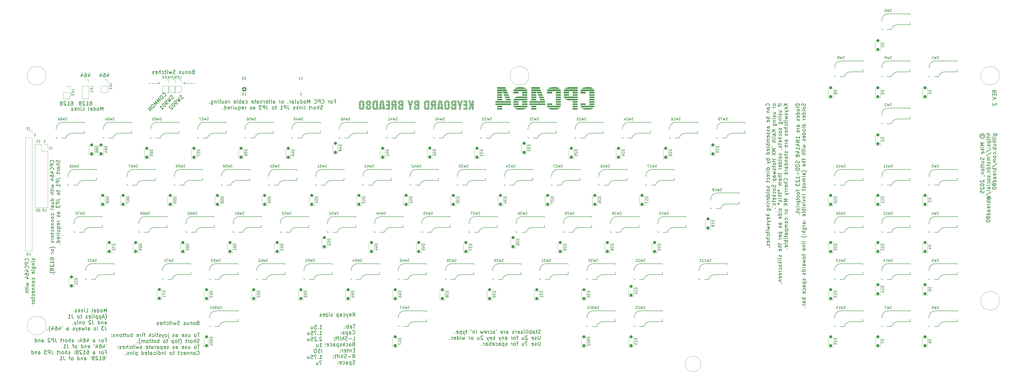
<source format=gbo>
G04 #@! TF.GenerationSoftware,KiCad,Pcbnew,8.0.2*
G04 #@! TF.CreationDate,2025-05-01T13:08:38+01:00*
G04 #@! TF.ProjectId,Keyboard,4b657962-6f61-4726-942e-6b696361645f,rev?*
G04 #@! TF.SameCoordinates,Original*
G04 #@! TF.FileFunction,Legend,Bot*
G04 #@! TF.FilePolarity,Positive*
%FSLAX46Y46*%
G04 Gerber Fmt 4.6, Leading zero omitted, Abs format (unit mm)*
G04 Created by KiCad (PCBNEW 8.0.2) date 2025-05-01 13:08:38*
%MOMM*%
%LPD*%
G01*
G04 APERTURE LIST*
G04 Aperture macros list*
%AMRoundRect*
0 Rectangle with rounded corners*
0 $1 Rounding radius*
0 $2 $3 $4 $5 $6 $7 $8 $9 X,Y pos of 4 corners*
0 Add a 4 corners polygon primitive as box body*
4,1,4,$2,$3,$4,$5,$6,$7,$8,$9,$2,$3,0*
0 Add four circle primitives for the rounded corners*
1,1,$1+$1,$2,$3*
1,1,$1+$1,$4,$5*
1,1,$1+$1,$6,$7*
1,1,$1+$1,$8,$9*
0 Add four rect primitives between the rounded corners*
20,1,$1+$1,$2,$3,$4,$5,0*
20,1,$1+$1,$4,$5,$6,$7,0*
20,1,$1+$1,$6,$7,$8,$9,0*
20,1,$1+$1,$8,$9,$2,$3,0*%
G04 Aperture macros list end*
%ADD10C,0.120000*%
%ADD11C,0.250000*%
%ADD12C,0.150000*%
%ADD13C,0.625000*%
%ADD14O,5.500000X5.200000*%
%ADD15C,4.300000*%
%ADD16C,3.200000*%
%ADD17C,2.200000*%
%ADD18RoundRect,0.250000X0.600000X-0.600000X0.600000X0.600000X-0.600000X0.600000X-0.600000X-0.600000X0*%
%ADD19C,1.700000*%
%ADD20C,1.701800*%
%ADD21C,3.000000*%
%ADD22C,3.987800*%
%ADD23R,2.550000X2.500000*%
%ADD24C,2.286000*%
%ADD25C,3.048000*%
%ADD26R,1.700000X1.700000*%
%ADD27O,1.700000X1.700000*%
%ADD28RoundRect,0.300000X0.300000X-0.300000X0.300000X0.300000X-0.300000X0.300000X-0.300000X-0.300000X0*%
G04 APERTURE END LIST*
D10*
X283787500Y-118075000D02*
G75*
G02*
X276237500Y-118075000I-3775000J0D01*
G01*
X276237500Y-118075000D02*
G75*
G02*
X283787500Y-118075000I3775000J0D01*
G01*
X88787500Y-219075000D02*
G75*
G02*
X81237500Y-219075000I-3775000J0D01*
G01*
X81237500Y-219075000D02*
G75*
G02*
X88787500Y-219075000I3775000J0D01*
G01*
X473787500Y-118075000D02*
G75*
G02*
X466237500Y-118075000I-3775000J0D01*
G01*
X466237500Y-118075000D02*
G75*
G02*
X473787500Y-118075000I3775000J0D01*
G01*
X88787500Y-118075000D02*
G75*
G02*
X81237500Y-118075000I-3775000J0D01*
G01*
X81237500Y-118075000D02*
G75*
G02*
X88787500Y-118075000I3775000J0D01*
G01*
X473787500Y-209075000D02*
G75*
G02*
X466237500Y-209075000I-3775000J0D01*
G01*
X466237500Y-209075000D02*
G75*
G02*
X473787500Y-209075000I3775000J0D01*
G01*
X353187500Y-234575000D02*
G75*
G02*
X346837500Y-234575000I-3175000J0D01*
G01*
X346837500Y-234575000D02*
G75*
G02*
X353187500Y-234575000I3175000J0D01*
G01*
D11*
X113422856Y-117520928D02*
X113422856Y-118520928D01*
X113779998Y-116949500D02*
X114137141Y-118020928D01*
X114137141Y-118020928D02*
X113208570Y-118020928D01*
X111994285Y-117020928D02*
X112279999Y-117020928D01*
X112279999Y-117020928D02*
X112422856Y-117092357D01*
X112422856Y-117092357D02*
X112494285Y-117163785D01*
X112494285Y-117163785D02*
X112637142Y-117378071D01*
X112637142Y-117378071D02*
X112708570Y-117663785D01*
X112708570Y-117663785D02*
X112708570Y-118235214D01*
X112708570Y-118235214D02*
X112637142Y-118378071D01*
X112637142Y-118378071D02*
X112565713Y-118449500D01*
X112565713Y-118449500D02*
X112422856Y-118520928D01*
X112422856Y-118520928D02*
X112137142Y-118520928D01*
X112137142Y-118520928D02*
X111994285Y-118449500D01*
X111994285Y-118449500D02*
X111922856Y-118378071D01*
X111922856Y-118378071D02*
X111851427Y-118235214D01*
X111851427Y-118235214D02*
X111851427Y-117878071D01*
X111851427Y-117878071D02*
X111922856Y-117735214D01*
X111922856Y-117735214D02*
X111994285Y-117663785D01*
X111994285Y-117663785D02*
X112137142Y-117592357D01*
X112137142Y-117592357D02*
X112422856Y-117592357D01*
X112422856Y-117592357D02*
X112565713Y-117663785D01*
X112565713Y-117663785D02*
X112637142Y-117735214D01*
X112637142Y-117735214D02*
X112708570Y-117878071D01*
X110565714Y-117520928D02*
X110565714Y-118520928D01*
X110922856Y-116949500D02*
X111279999Y-118020928D01*
X111279999Y-118020928D02*
X110351428Y-118020928D01*
X199237669Y-220363428D02*
X200094812Y-220363428D01*
X199666241Y-220363428D02*
X199666241Y-218863428D01*
X199666241Y-218863428D02*
X199809098Y-219077714D01*
X199809098Y-219077714D02*
X199951955Y-219220571D01*
X199951955Y-219220571D02*
X200094812Y-219292000D01*
X198594813Y-220220571D02*
X198523384Y-220292000D01*
X198523384Y-220292000D02*
X198594813Y-220363428D01*
X198594813Y-220363428D02*
X198666241Y-220292000D01*
X198666241Y-220292000D02*
X198594813Y-220220571D01*
X198594813Y-220220571D02*
X198594813Y-220363428D01*
X197166241Y-218863428D02*
X197880527Y-218863428D01*
X197880527Y-218863428D02*
X197951955Y-219577714D01*
X197951955Y-219577714D02*
X197880527Y-219506285D01*
X197880527Y-219506285D02*
X197737670Y-219434857D01*
X197737670Y-219434857D02*
X197380527Y-219434857D01*
X197380527Y-219434857D02*
X197237670Y-219506285D01*
X197237670Y-219506285D02*
X197166241Y-219577714D01*
X197166241Y-219577714D02*
X197094812Y-219720571D01*
X197094812Y-219720571D02*
X197094812Y-220077714D01*
X197094812Y-220077714D02*
X197166241Y-220220571D01*
X197166241Y-220220571D02*
X197237670Y-220292000D01*
X197237670Y-220292000D02*
X197380527Y-220363428D01*
X197380527Y-220363428D02*
X197737670Y-220363428D01*
X197737670Y-220363428D02*
X197880527Y-220292000D01*
X197880527Y-220292000D02*
X197951955Y-220220571D01*
X195809099Y-219363428D02*
X195809099Y-220363428D01*
X196451956Y-219363428D02*
X196451956Y-220149142D01*
X196451956Y-220149142D02*
X196380527Y-220292000D01*
X196380527Y-220292000D02*
X196237670Y-220363428D01*
X196237670Y-220363428D02*
X196023384Y-220363428D01*
X196023384Y-220363428D02*
X195880527Y-220292000D01*
X195880527Y-220292000D02*
X195809099Y-220220571D01*
X199237669Y-222778344D02*
X200094812Y-222778344D01*
X199666241Y-222778344D02*
X199666241Y-221278344D01*
X199666241Y-221278344D02*
X199809098Y-221492630D01*
X199809098Y-221492630D02*
X199951955Y-221635487D01*
X199951955Y-221635487D02*
X200094812Y-221706916D01*
X198594813Y-222635487D02*
X198523384Y-222706916D01*
X198523384Y-222706916D02*
X198594813Y-222778344D01*
X198594813Y-222778344D02*
X198666241Y-222706916D01*
X198666241Y-222706916D02*
X198594813Y-222635487D01*
X198594813Y-222635487D02*
X198594813Y-222778344D01*
X198023384Y-221278344D02*
X197023384Y-221278344D01*
X197023384Y-221278344D02*
X197666241Y-222778344D01*
X195737670Y-221278344D02*
X196451956Y-221278344D01*
X196451956Y-221278344D02*
X196523384Y-221992630D01*
X196523384Y-221992630D02*
X196451956Y-221921201D01*
X196451956Y-221921201D02*
X196309099Y-221849773D01*
X196309099Y-221849773D02*
X195951956Y-221849773D01*
X195951956Y-221849773D02*
X195809099Y-221921201D01*
X195809099Y-221921201D02*
X195737670Y-221992630D01*
X195737670Y-221992630D02*
X195666241Y-222135487D01*
X195666241Y-222135487D02*
X195666241Y-222492630D01*
X195666241Y-222492630D02*
X195737670Y-222635487D01*
X195737670Y-222635487D02*
X195809099Y-222706916D01*
X195809099Y-222706916D02*
X195951956Y-222778344D01*
X195951956Y-222778344D02*
X196309099Y-222778344D01*
X196309099Y-222778344D02*
X196451956Y-222706916D01*
X196451956Y-222706916D02*
X196523384Y-222635487D01*
X194380528Y-221778344D02*
X194380528Y-222778344D01*
X195023385Y-221778344D02*
X195023385Y-222564058D01*
X195023385Y-222564058D02*
X194951956Y-222706916D01*
X194951956Y-222706916D02*
X194809099Y-222778344D01*
X194809099Y-222778344D02*
X194594813Y-222778344D01*
X194594813Y-222778344D02*
X194451956Y-222706916D01*
X194451956Y-222706916D02*
X194380528Y-222635487D01*
X200094812Y-223836117D02*
X200023384Y-223764689D01*
X200023384Y-223764689D02*
X199880527Y-223693260D01*
X199880527Y-223693260D02*
X199523384Y-223693260D01*
X199523384Y-223693260D02*
X199380527Y-223764689D01*
X199380527Y-223764689D02*
X199309098Y-223836117D01*
X199309098Y-223836117D02*
X199237669Y-223978974D01*
X199237669Y-223978974D02*
X199237669Y-224121832D01*
X199237669Y-224121832D02*
X199309098Y-224336117D01*
X199309098Y-224336117D02*
X200166241Y-225193260D01*
X200166241Y-225193260D02*
X199237669Y-225193260D01*
X198594813Y-225050403D02*
X198523384Y-225121832D01*
X198523384Y-225121832D02*
X198594813Y-225193260D01*
X198594813Y-225193260D02*
X198666241Y-225121832D01*
X198666241Y-225121832D02*
X198594813Y-225050403D01*
X198594813Y-225050403D02*
X198594813Y-225193260D01*
X197951955Y-223836117D02*
X197880527Y-223764689D01*
X197880527Y-223764689D02*
X197737670Y-223693260D01*
X197737670Y-223693260D02*
X197380527Y-223693260D01*
X197380527Y-223693260D02*
X197237670Y-223764689D01*
X197237670Y-223764689D02*
X197166241Y-223836117D01*
X197166241Y-223836117D02*
X197094812Y-223978974D01*
X197094812Y-223978974D02*
X197094812Y-224121832D01*
X197094812Y-224121832D02*
X197166241Y-224336117D01*
X197166241Y-224336117D02*
X198023384Y-225193260D01*
X198023384Y-225193260D02*
X197094812Y-225193260D01*
X195737670Y-223693260D02*
X196451956Y-223693260D01*
X196451956Y-223693260D02*
X196523384Y-224407546D01*
X196523384Y-224407546D02*
X196451956Y-224336117D01*
X196451956Y-224336117D02*
X196309099Y-224264689D01*
X196309099Y-224264689D02*
X195951956Y-224264689D01*
X195951956Y-224264689D02*
X195809099Y-224336117D01*
X195809099Y-224336117D02*
X195737670Y-224407546D01*
X195737670Y-224407546D02*
X195666241Y-224550403D01*
X195666241Y-224550403D02*
X195666241Y-224907546D01*
X195666241Y-224907546D02*
X195737670Y-225050403D01*
X195737670Y-225050403D02*
X195809099Y-225121832D01*
X195809099Y-225121832D02*
X195951956Y-225193260D01*
X195951956Y-225193260D02*
X196309099Y-225193260D01*
X196309099Y-225193260D02*
X196451956Y-225121832D01*
X196451956Y-225121832D02*
X196523384Y-225050403D01*
X194380528Y-224193260D02*
X194380528Y-225193260D01*
X195023385Y-224193260D02*
X195023385Y-224978974D01*
X195023385Y-224978974D02*
X194951956Y-225121832D01*
X194951956Y-225121832D02*
X194809099Y-225193260D01*
X194809099Y-225193260D02*
X194594813Y-225193260D01*
X194594813Y-225193260D02*
X194451956Y-225121832D01*
X194451956Y-225121832D02*
X194380528Y-225050403D01*
X199237669Y-227608176D02*
X200094812Y-227608176D01*
X199666241Y-227608176D02*
X199666241Y-226108176D01*
X199666241Y-226108176D02*
X199809098Y-226322462D01*
X199809098Y-226322462D02*
X199951955Y-226465319D01*
X199951955Y-226465319D02*
X200094812Y-226536748D01*
X197951956Y-226608176D02*
X197951956Y-227608176D01*
X198594813Y-226608176D02*
X198594813Y-227393890D01*
X198594813Y-227393890D02*
X198523384Y-227536748D01*
X198523384Y-227536748D02*
X198380527Y-227608176D01*
X198380527Y-227608176D02*
X198166241Y-227608176D01*
X198166241Y-227608176D02*
X198023384Y-227536748D01*
X198023384Y-227536748D02*
X197951956Y-227465319D01*
X200023384Y-230023092D02*
X200023384Y-228523092D01*
X199380526Y-229951664D02*
X199166241Y-230023092D01*
X199166241Y-230023092D02*
X198809098Y-230023092D01*
X198809098Y-230023092D02*
X198666241Y-229951664D01*
X198666241Y-229951664D02*
X198594812Y-229880235D01*
X198594812Y-229880235D02*
X198523383Y-229737378D01*
X198523383Y-229737378D02*
X198523383Y-229594521D01*
X198523383Y-229594521D02*
X198594812Y-229451664D01*
X198594812Y-229451664D02*
X198666241Y-229380235D01*
X198666241Y-229380235D02*
X198809098Y-229308806D01*
X198809098Y-229308806D02*
X199094812Y-229237378D01*
X199094812Y-229237378D02*
X199237669Y-229165949D01*
X199237669Y-229165949D02*
X199309098Y-229094521D01*
X199309098Y-229094521D02*
X199380526Y-228951664D01*
X199380526Y-228951664D02*
X199380526Y-228808806D01*
X199380526Y-228808806D02*
X199309098Y-228665949D01*
X199309098Y-228665949D02*
X199237669Y-228594521D01*
X199237669Y-228594521D02*
X199094812Y-228523092D01*
X199094812Y-228523092D02*
X198737669Y-228523092D01*
X198737669Y-228523092D02*
X198523383Y-228594521D01*
X197594812Y-228523092D02*
X197309098Y-228523092D01*
X197309098Y-228523092D02*
X197166241Y-228594521D01*
X197166241Y-228594521D02*
X197023384Y-228737378D01*
X197023384Y-228737378D02*
X196951955Y-229023092D01*
X196951955Y-229023092D02*
X196951955Y-229523092D01*
X196951955Y-229523092D02*
X197023384Y-229808806D01*
X197023384Y-229808806D02*
X197166241Y-229951664D01*
X197166241Y-229951664D02*
X197309098Y-230023092D01*
X197309098Y-230023092D02*
X197594812Y-230023092D01*
X197594812Y-230023092D02*
X197737670Y-229951664D01*
X197737670Y-229951664D02*
X197880527Y-229808806D01*
X197880527Y-229808806D02*
X197951955Y-229523092D01*
X197951955Y-229523092D02*
X197951955Y-229023092D01*
X197951955Y-229023092D02*
X197880527Y-228737378D01*
X197880527Y-228737378D02*
X197737670Y-228594521D01*
X197737670Y-228594521D02*
X197594812Y-228523092D01*
X199237669Y-232438008D02*
X200094812Y-232438008D01*
X199666241Y-232438008D02*
X199666241Y-230938008D01*
X199666241Y-230938008D02*
X199809098Y-231152294D01*
X199809098Y-231152294D02*
X199951955Y-231295151D01*
X199951955Y-231295151D02*
X200094812Y-231366580D01*
X198594813Y-232295151D02*
X198523384Y-232366580D01*
X198523384Y-232366580D02*
X198594813Y-232438008D01*
X198594813Y-232438008D02*
X198666241Y-232366580D01*
X198666241Y-232366580D02*
X198594813Y-232295151D01*
X198594813Y-232295151D02*
X198594813Y-232438008D01*
X198023384Y-230938008D02*
X197023384Y-230938008D01*
X197023384Y-230938008D02*
X197666241Y-232438008D01*
X195737670Y-230938008D02*
X196451956Y-230938008D01*
X196451956Y-230938008D02*
X196523384Y-231652294D01*
X196523384Y-231652294D02*
X196451956Y-231580865D01*
X196451956Y-231580865D02*
X196309099Y-231509437D01*
X196309099Y-231509437D02*
X195951956Y-231509437D01*
X195951956Y-231509437D02*
X195809099Y-231580865D01*
X195809099Y-231580865D02*
X195737670Y-231652294D01*
X195737670Y-231652294D02*
X195666241Y-231795151D01*
X195666241Y-231795151D02*
X195666241Y-232152294D01*
X195666241Y-232152294D02*
X195737670Y-232295151D01*
X195737670Y-232295151D02*
X195809099Y-232366580D01*
X195809099Y-232366580D02*
X195951956Y-232438008D01*
X195951956Y-232438008D02*
X196309099Y-232438008D01*
X196309099Y-232438008D02*
X196451956Y-232366580D01*
X196451956Y-232366580D02*
X196523384Y-232295151D01*
X194380528Y-231438008D02*
X194380528Y-232438008D01*
X195023385Y-231438008D02*
X195023385Y-232223722D01*
X195023385Y-232223722D02*
X194951956Y-232366580D01*
X194951956Y-232366580D02*
X194809099Y-232438008D01*
X194809099Y-232438008D02*
X194594813Y-232438008D01*
X194594813Y-232438008D02*
X194451956Y-232366580D01*
X194451956Y-232366580D02*
X194380528Y-232295151D01*
X200166241Y-233352924D02*
X199166241Y-233352924D01*
X199166241Y-233352924D02*
X199809098Y-234852924D01*
X197951956Y-233852924D02*
X197951956Y-234852924D01*
X198594813Y-233852924D02*
X198594813Y-234638638D01*
X198594813Y-234638638D02*
X198523384Y-234781496D01*
X198523384Y-234781496D02*
X198380527Y-234852924D01*
X198380527Y-234852924D02*
X198166241Y-234852924D01*
X198166241Y-234852924D02*
X198023384Y-234781496D01*
X198023384Y-234781496D02*
X197951956Y-234710067D01*
X380776075Y-130283758D02*
X380847504Y-130212330D01*
X380847504Y-130212330D02*
X380918932Y-129998044D01*
X380918932Y-129998044D02*
X380918932Y-129855187D01*
X380918932Y-129855187D02*
X380847504Y-129640901D01*
X380847504Y-129640901D02*
X380704646Y-129498044D01*
X380704646Y-129498044D02*
X380561789Y-129426615D01*
X380561789Y-129426615D02*
X380276075Y-129355187D01*
X380276075Y-129355187D02*
X380061789Y-129355187D01*
X380061789Y-129355187D02*
X379776075Y-129426615D01*
X379776075Y-129426615D02*
X379633218Y-129498044D01*
X379633218Y-129498044D02*
X379490361Y-129640901D01*
X379490361Y-129640901D02*
X379418932Y-129855187D01*
X379418932Y-129855187D02*
X379418932Y-129998044D01*
X379418932Y-129998044D02*
X379490361Y-130212330D01*
X379490361Y-130212330D02*
X379561789Y-130283758D01*
X380918932Y-131569473D02*
X380133218Y-131569473D01*
X380133218Y-131569473D02*
X379990361Y-131498044D01*
X379990361Y-131498044D02*
X379918932Y-131355187D01*
X379918932Y-131355187D02*
X379918932Y-131069473D01*
X379918932Y-131069473D02*
X379990361Y-130926615D01*
X380847504Y-131569473D02*
X380918932Y-131426615D01*
X380918932Y-131426615D02*
X380918932Y-131069473D01*
X380918932Y-131069473D02*
X380847504Y-130926615D01*
X380847504Y-130926615D02*
X380704646Y-130855187D01*
X380704646Y-130855187D02*
X380561789Y-130855187D01*
X380561789Y-130855187D02*
X380418932Y-130926615D01*
X380418932Y-130926615D02*
X380347504Y-131069473D01*
X380347504Y-131069473D02*
X380347504Y-131426615D01*
X380347504Y-131426615D02*
X380276075Y-131569473D01*
X379918932Y-132283758D02*
X380918932Y-132283758D01*
X380061789Y-132283758D02*
X379990361Y-132355187D01*
X379990361Y-132355187D02*
X379918932Y-132498044D01*
X379918932Y-132498044D02*
X379918932Y-132712330D01*
X379918932Y-132712330D02*
X379990361Y-132855187D01*
X379990361Y-132855187D02*
X380133218Y-132926616D01*
X380133218Y-132926616D02*
X380918932Y-132926616D01*
X380918932Y-134783758D02*
X379418932Y-134783758D01*
X379990361Y-134783758D02*
X379918932Y-134926616D01*
X379918932Y-134926616D02*
X379918932Y-135212330D01*
X379918932Y-135212330D02*
X379990361Y-135355187D01*
X379990361Y-135355187D02*
X380061789Y-135426616D01*
X380061789Y-135426616D02*
X380204646Y-135498044D01*
X380204646Y-135498044D02*
X380633218Y-135498044D01*
X380633218Y-135498044D02*
X380776075Y-135426616D01*
X380776075Y-135426616D02*
X380847504Y-135355187D01*
X380847504Y-135355187D02*
X380918932Y-135212330D01*
X380918932Y-135212330D02*
X380918932Y-134926616D01*
X380918932Y-134926616D02*
X380847504Y-134783758D01*
X380847504Y-136712330D02*
X380918932Y-136569473D01*
X380918932Y-136569473D02*
X380918932Y-136283759D01*
X380918932Y-136283759D02*
X380847504Y-136140901D01*
X380847504Y-136140901D02*
X380704646Y-136069473D01*
X380704646Y-136069473D02*
X380133218Y-136069473D01*
X380133218Y-136069473D02*
X379990361Y-136140901D01*
X379990361Y-136140901D02*
X379918932Y-136283759D01*
X379918932Y-136283759D02*
X379918932Y-136569473D01*
X379918932Y-136569473D02*
X379990361Y-136712330D01*
X379990361Y-136712330D02*
X380133218Y-136783759D01*
X380133218Y-136783759D02*
X380276075Y-136783759D01*
X380276075Y-136783759D02*
X380418932Y-136069473D01*
X380918932Y-139212330D02*
X380133218Y-139212330D01*
X380133218Y-139212330D02*
X379990361Y-139140901D01*
X379990361Y-139140901D02*
X379918932Y-138998044D01*
X379918932Y-138998044D02*
X379918932Y-138712330D01*
X379918932Y-138712330D02*
X379990361Y-138569472D01*
X380847504Y-139212330D02*
X380918932Y-139069472D01*
X380918932Y-139069472D02*
X380918932Y-138712330D01*
X380918932Y-138712330D02*
X380847504Y-138569472D01*
X380847504Y-138569472D02*
X380704646Y-138498044D01*
X380704646Y-138498044D02*
X380561789Y-138498044D01*
X380561789Y-138498044D02*
X380418932Y-138569472D01*
X380418932Y-138569472D02*
X380347504Y-138712330D01*
X380347504Y-138712330D02*
X380347504Y-139069472D01*
X380347504Y-139069472D02*
X380276075Y-139212330D01*
X380847504Y-139855187D02*
X380918932Y-139998044D01*
X380918932Y-139998044D02*
X380918932Y-140283758D01*
X380918932Y-140283758D02*
X380847504Y-140426615D01*
X380847504Y-140426615D02*
X380704646Y-140498044D01*
X380704646Y-140498044D02*
X380633218Y-140498044D01*
X380633218Y-140498044D02*
X380490361Y-140426615D01*
X380490361Y-140426615D02*
X380418932Y-140283758D01*
X380418932Y-140283758D02*
X380418932Y-140069473D01*
X380418932Y-140069473D02*
X380347504Y-139926615D01*
X380347504Y-139926615D02*
X380204646Y-139855187D01*
X380204646Y-139855187D02*
X380133218Y-139855187D01*
X380133218Y-139855187D02*
X379990361Y-139926615D01*
X379990361Y-139926615D02*
X379918932Y-140069473D01*
X379918932Y-140069473D02*
X379918932Y-140283758D01*
X379918932Y-140283758D02*
X379990361Y-140426615D01*
X380847504Y-141069473D02*
X380918932Y-141212330D01*
X380918932Y-141212330D02*
X380918932Y-141498044D01*
X380918932Y-141498044D02*
X380847504Y-141640901D01*
X380847504Y-141640901D02*
X380704646Y-141712330D01*
X380704646Y-141712330D02*
X380633218Y-141712330D01*
X380633218Y-141712330D02*
X380490361Y-141640901D01*
X380490361Y-141640901D02*
X380418932Y-141498044D01*
X380418932Y-141498044D02*
X380418932Y-141283759D01*
X380418932Y-141283759D02*
X380347504Y-141140901D01*
X380347504Y-141140901D02*
X380204646Y-141069473D01*
X380204646Y-141069473D02*
X380133218Y-141069473D01*
X380133218Y-141069473D02*
X379990361Y-141140901D01*
X379990361Y-141140901D02*
X379918932Y-141283759D01*
X379918932Y-141283759D02*
X379918932Y-141498044D01*
X379918932Y-141498044D02*
X379990361Y-141640901D01*
X380847504Y-142926616D02*
X380918932Y-142783759D01*
X380918932Y-142783759D02*
X380918932Y-142498045D01*
X380918932Y-142498045D02*
X380847504Y-142355187D01*
X380847504Y-142355187D02*
X380704646Y-142283759D01*
X380704646Y-142283759D02*
X380133218Y-142283759D01*
X380133218Y-142283759D02*
X379990361Y-142355187D01*
X379990361Y-142355187D02*
X379918932Y-142498045D01*
X379918932Y-142498045D02*
X379918932Y-142783759D01*
X379918932Y-142783759D02*
X379990361Y-142926616D01*
X379990361Y-142926616D02*
X380133218Y-142998045D01*
X380133218Y-142998045D02*
X380276075Y-142998045D01*
X380276075Y-142998045D02*
X380418932Y-142283759D01*
X380918932Y-143640901D02*
X379918932Y-143640901D01*
X380061789Y-143640901D02*
X379990361Y-143712330D01*
X379990361Y-143712330D02*
X379918932Y-143855187D01*
X379918932Y-143855187D02*
X379918932Y-144069473D01*
X379918932Y-144069473D02*
X379990361Y-144212330D01*
X379990361Y-144212330D02*
X380133218Y-144283759D01*
X380133218Y-144283759D02*
X380918932Y-144283759D01*
X380133218Y-144283759D02*
X379990361Y-144355187D01*
X379990361Y-144355187D02*
X379918932Y-144498044D01*
X379918932Y-144498044D02*
X379918932Y-144712330D01*
X379918932Y-144712330D02*
X379990361Y-144855187D01*
X379990361Y-144855187D02*
X380133218Y-144926616D01*
X380133218Y-144926616D02*
X380918932Y-144926616D01*
X380918932Y-145640901D02*
X379418932Y-145640901D01*
X379990361Y-145640901D02*
X379918932Y-145783759D01*
X379918932Y-145783759D02*
X379918932Y-146069473D01*
X379918932Y-146069473D02*
X379990361Y-146212330D01*
X379990361Y-146212330D02*
X380061789Y-146283759D01*
X380061789Y-146283759D02*
X380204646Y-146355187D01*
X380204646Y-146355187D02*
X380633218Y-146355187D01*
X380633218Y-146355187D02*
X380776075Y-146283759D01*
X380776075Y-146283759D02*
X380847504Y-146212330D01*
X380847504Y-146212330D02*
X380918932Y-146069473D01*
X380918932Y-146069473D02*
X380918932Y-145783759D01*
X380918932Y-145783759D02*
X380847504Y-145640901D01*
X380918932Y-147212330D02*
X380847504Y-147069473D01*
X380847504Y-147069473D02*
X380704646Y-146998044D01*
X380704646Y-146998044D02*
X379418932Y-146998044D01*
X380847504Y-148355187D02*
X380918932Y-148212330D01*
X380918932Y-148212330D02*
X380918932Y-147926616D01*
X380918932Y-147926616D02*
X380847504Y-147783758D01*
X380847504Y-147783758D02*
X380704646Y-147712330D01*
X380704646Y-147712330D02*
X380133218Y-147712330D01*
X380133218Y-147712330D02*
X379990361Y-147783758D01*
X379990361Y-147783758D02*
X379918932Y-147926616D01*
X379918932Y-147926616D02*
X379918932Y-148212330D01*
X379918932Y-148212330D02*
X379990361Y-148355187D01*
X379990361Y-148355187D02*
X380133218Y-148426616D01*
X380133218Y-148426616D02*
X380276075Y-148426616D01*
X380276075Y-148426616D02*
X380418932Y-147712330D01*
X380918932Y-149712330D02*
X379418932Y-149712330D01*
X380847504Y-149712330D02*
X380918932Y-149569472D01*
X380918932Y-149569472D02*
X380918932Y-149283758D01*
X380918932Y-149283758D02*
X380847504Y-149140901D01*
X380847504Y-149140901D02*
X380776075Y-149069472D01*
X380776075Y-149069472D02*
X380633218Y-148998044D01*
X380633218Y-148998044D02*
X380204646Y-148998044D01*
X380204646Y-148998044D02*
X380061789Y-149069472D01*
X380061789Y-149069472D02*
X379990361Y-149140901D01*
X379990361Y-149140901D02*
X379918932Y-149283758D01*
X379918932Y-149283758D02*
X379918932Y-149569472D01*
X379918932Y-149569472D02*
X379990361Y-149712330D01*
X380918932Y-151569472D02*
X379418932Y-151569472D01*
X379990361Y-151569472D02*
X379918932Y-151712330D01*
X379918932Y-151712330D02*
X379918932Y-151998044D01*
X379918932Y-151998044D02*
X379990361Y-152140901D01*
X379990361Y-152140901D02*
X380061789Y-152212330D01*
X380061789Y-152212330D02*
X380204646Y-152283758D01*
X380204646Y-152283758D02*
X380633218Y-152283758D01*
X380633218Y-152283758D02*
X380776075Y-152212330D01*
X380776075Y-152212330D02*
X380847504Y-152140901D01*
X380847504Y-152140901D02*
X380918932Y-151998044D01*
X380918932Y-151998044D02*
X380918932Y-151712330D01*
X380918932Y-151712330D02*
X380847504Y-151569472D01*
X379918932Y-152783758D02*
X380918932Y-153140901D01*
X379918932Y-153498044D02*
X380918932Y-153140901D01*
X380918932Y-153140901D02*
X381276075Y-152998044D01*
X381276075Y-152998044D02*
X381347504Y-152926615D01*
X381347504Y-152926615D02*
X381418932Y-152783758D01*
X380918932Y-155855187D02*
X379418932Y-155855187D01*
X380847504Y-155855187D02*
X380918932Y-155712329D01*
X380918932Y-155712329D02*
X380918932Y-155426615D01*
X380918932Y-155426615D02*
X380847504Y-155283758D01*
X380847504Y-155283758D02*
X380776075Y-155212329D01*
X380776075Y-155212329D02*
X380633218Y-155140901D01*
X380633218Y-155140901D02*
X380204646Y-155140901D01*
X380204646Y-155140901D02*
X380061789Y-155212329D01*
X380061789Y-155212329D02*
X379990361Y-155283758D01*
X379990361Y-155283758D02*
X379918932Y-155426615D01*
X379918932Y-155426615D02*
X379918932Y-155712329D01*
X379918932Y-155712329D02*
X379990361Y-155855187D01*
X380918932Y-156569472D02*
X379918932Y-156569472D01*
X379418932Y-156569472D02*
X379490361Y-156498044D01*
X379490361Y-156498044D02*
X379561789Y-156569472D01*
X379561789Y-156569472D02*
X379490361Y-156640901D01*
X379490361Y-156640901D02*
X379418932Y-156569472D01*
X379418932Y-156569472D02*
X379561789Y-156569472D01*
X380918932Y-157283758D02*
X379918932Y-157283758D01*
X380204646Y-157283758D02*
X380061789Y-157355187D01*
X380061789Y-157355187D02*
X379990361Y-157426616D01*
X379990361Y-157426616D02*
X379918932Y-157569473D01*
X379918932Y-157569473D02*
X379918932Y-157712330D01*
X380847504Y-158783758D02*
X380918932Y-158640901D01*
X380918932Y-158640901D02*
X380918932Y-158355187D01*
X380918932Y-158355187D02*
X380847504Y-158212329D01*
X380847504Y-158212329D02*
X380704646Y-158140901D01*
X380704646Y-158140901D02*
X380133218Y-158140901D01*
X380133218Y-158140901D02*
X379990361Y-158212329D01*
X379990361Y-158212329D02*
X379918932Y-158355187D01*
X379918932Y-158355187D02*
X379918932Y-158640901D01*
X379918932Y-158640901D02*
X379990361Y-158783758D01*
X379990361Y-158783758D02*
X380133218Y-158855187D01*
X380133218Y-158855187D02*
X380276075Y-158855187D01*
X380276075Y-158855187D02*
X380418932Y-158140901D01*
X380847504Y-160140901D02*
X380918932Y-159998043D01*
X380918932Y-159998043D02*
X380918932Y-159712329D01*
X380918932Y-159712329D02*
X380847504Y-159569472D01*
X380847504Y-159569472D02*
X380776075Y-159498043D01*
X380776075Y-159498043D02*
X380633218Y-159426615D01*
X380633218Y-159426615D02*
X380204646Y-159426615D01*
X380204646Y-159426615D02*
X380061789Y-159498043D01*
X380061789Y-159498043D02*
X379990361Y-159569472D01*
X379990361Y-159569472D02*
X379918932Y-159712329D01*
X379918932Y-159712329D02*
X379918932Y-159998043D01*
X379918932Y-159998043D02*
X379990361Y-160140901D01*
X379918932Y-160569472D02*
X379918932Y-161140900D01*
X379418932Y-160783757D02*
X380704646Y-160783757D01*
X380704646Y-160783757D02*
X380847504Y-160855186D01*
X380847504Y-160855186D02*
X380918932Y-160998043D01*
X380918932Y-160998043D02*
X380918932Y-161140900D01*
X380847504Y-162712329D02*
X380918932Y-162855186D01*
X380918932Y-162855186D02*
X380918932Y-163140900D01*
X380918932Y-163140900D02*
X380847504Y-163283757D01*
X380847504Y-163283757D02*
X380704646Y-163355186D01*
X380704646Y-163355186D02*
X380633218Y-163355186D01*
X380633218Y-163355186D02*
X380490361Y-163283757D01*
X380490361Y-163283757D02*
X380418932Y-163140900D01*
X380418932Y-163140900D02*
X380418932Y-162926615D01*
X380418932Y-162926615D02*
X380347504Y-162783757D01*
X380347504Y-162783757D02*
X380204646Y-162712329D01*
X380204646Y-162712329D02*
X380133218Y-162712329D01*
X380133218Y-162712329D02*
X379990361Y-162783757D01*
X379990361Y-162783757D02*
X379918932Y-162926615D01*
X379918932Y-162926615D02*
X379918932Y-163140900D01*
X379918932Y-163140900D02*
X379990361Y-163283757D01*
X380918932Y-164212329D02*
X380847504Y-164069472D01*
X380847504Y-164069472D02*
X380776075Y-163998043D01*
X380776075Y-163998043D02*
X380633218Y-163926615D01*
X380633218Y-163926615D02*
X380204646Y-163926615D01*
X380204646Y-163926615D02*
X380061789Y-163998043D01*
X380061789Y-163998043D02*
X379990361Y-164069472D01*
X379990361Y-164069472D02*
X379918932Y-164212329D01*
X379918932Y-164212329D02*
X379918932Y-164426615D01*
X379918932Y-164426615D02*
X379990361Y-164569472D01*
X379990361Y-164569472D02*
X380061789Y-164640901D01*
X380061789Y-164640901D02*
X380204646Y-164712329D01*
X380204646Y-164712329D02*
X380633218Y-164712329D01*
X380633218Y-164712329D02*
X380776075Y-164640901D01*
X380776075Y-164640901D02*
X380847504Y-164569472D01*
X380847504Y-164569472D02*
X380918932Y-164426615D01*
X380918932Y-164426615D02*
X380918932Y-164212329D01*
X380918932Y-165569472D02*
X380847504Y-165426615D01*
X380847504Y-165426615D02*
X380704646Y-165355186D01*
X380704646Y-165355186D02*
X379418932Y-165355186D01*
X380918932Y-166783758D02*
X379418932Y-166783758D01*
X380847504Y-166783758D02*
X380918932Y-166640900D01*
X380918932Y-166640900D02*
X380918932Y-166355186D01*
X380918932Y-166355186D02*
X380847504Y-166212329D01*
X380847504Y-166212329D02*
X380776075Y-166140900D01*
X380776075Y-166140900D02*
X380633218Y-166069472D01*
X380633218Y-166069472D02*
X380204646Y-166069472D01*
X380204646Y-166069472D02*
X380061789Y-166140900D01*
X380061789Y-166140900D02*
X379990361Y-166212329D01*
X379990361Y-166212329D02*
X379918932Y-166355186D01*
X379918932Y-166355186D02*
X379918932Y-166640900D01*
X379918932Y-166640900D02*
X379990361Y-166783758D01*
X380847504Y-168069472D02*
X380918932Y-167926615D01*
X380918932Y-167926615D02*
X380918932Y-167640901D01*
X380918932Y-167640901D02*
X380847504Y-167498043D01*
X380847504Y-167498043D02*
X380704646Y-167426615D01*
X380704646Y-167426615D02*
X380133218Y-167426615D01*
X380133218Y-167426615D02*
X379990361Y-167498043D01*
X379990361Y-167498043D02*
X379918932Y-167640901D01*
X379918932Y-167640901D02*
X379918932Y-167926615D01*
X379918932Y-167926615D02*
X379990361Y-168069472D01*
X379990361Y-168069472D02*
X380133218Y-168140901D01*
X380133218Y-168140901D02*
X380276075Y-168140901D01*
X380276075Y-168140901D02*
X380418932Y-167426615D01*
X380918932Y-168783757D02*
X379918932Y-168783757D01*
X380204646Y-168783757D02*
X380061789Y-168855186D01*
X380061789Y-168855186D02*
X379990361Y-168926615D01*
X379990361Y-168926615D02*
X379918932Y-169069472D01*
X379918932Y-169069472D02*
X379918932Y-169212329D01*
X380918932Y-169712328D02*
X379918932Y-169712328D01*
X379418932Y-169712328D02*
X379490361Y-169640900D01*
X379490361Y-169640900D02*
X379561789Y-169712328D01*
X379561789Y-169712328D02*
X379490361Y-169783757D01*
X379490361Y-169783757D02*
X379418932Y-169712328D01*
X379418932Y-169712328D02*
X379561789Y-169712328D01*
X379918932Y-170426614D02*
X380918932Y-170426614D01*
X380061789Y-170426614D02*
X379990361Y-170498043D01*
X379990361Y-170498043D02*
X379918932Y-170640900D01*
X379918932Y-170640900D02*
X379918932Y-170855186D01*
X379918932Y-170855186D02*
X379990361Y-170998043D01*
X379990361Y-170998043D02*
X380133218Y-171069472D01*
X380133218Y-171069472D02*
X380918932Y-171069472D01*
X379918932Y-172426615D02*
X381133218Y-172426615D01*
X381133218Y-172426615D02*
X381276075Y-172355186D01*
X381276075Y-172355186D02*
X381347504Y-172283757D01*
X381347504Y-172283757D02*
X381418932Y-172140900D01*
X381418932Y-172140900D02*
X381418932Y-171926615D01*
X381418932Y-171926615D02*
X381347504Y-171783757D01*
X380847504Y-172426615D02*
X380918932Y-172283757D01*
X380918932Y-172283757D02*
X380918932Y-171998043D01*
X380918932Y-171998043D02*
X380847504Y-171855186D01*
X380847504Y-171855186D02*
X380776075Y-171783757D01*
X380776075Y-171783757D02*
X380633218Y-171712329D01*
X380633218Y-171712329D02*
X380204646Y-171712329D01*
X380204646Y-171712329D02*
X380061789Y-171783757D01*
X380061789Y-171783757D02*
X379990361Y-171855186D01*
X379990361Y-171855186D02*
X379918932Y-171998043D01*
X379918932Y-171998043D02*
X379918932Y-172283757D01*
X379918932Y-172283757D02*
X379990361Y-172426615D01*
X380918932Y-174283757D02*
X379418932Y-174283757D01*
X380347504Y-174426615D02*
X380918932Y-174855186D01*
X379918932Y-174855186D02*
X380490361Y-174283757D01*
X380847504Y-176069472D02*
X380918932Y-175926615D01*
X380918932Y-175926615D02*
X380918932Y-175640901D01*
X380918932Y-175640901D02*
X380847504Y-175498043D01*
X380847504Y-175498043D02*
X380704646Y-175426615D01*
X380704646Y-175426615D02*
X380133218Y-175426615D01*
X380133218Y-175426615D02*
X379990361Y-175498043D01*
X379990361Y-175498043D02*
X379918932Y-175640901D01*
X379918932Y-175640901D02*
X379918932Y-175926615D01*
X379918932Y-175926615D02*
X379990361Y-176069472D01*
X379990361Y-176069472D02*
X380133218Y-176140901D01*
X380133218Y-176140901D02*
X380276075Y-176140901D01*
X380276075Y-176140901D02*
X380418932Y-175426615D01*
X379918932Y-176640900D02*
X380918932Y-176998043D01*
X379918932Y-177355186D02*
X380918932Y-176998043D01*
X380918932Y-176998043D02*
X381276075Y-176855186D01*
X381276075Y-176855186D02*
X381347504Y-176783757D01*
X381347504Y-176783757D02*
X381418932Y-176640900D01*
X380847504Y-177855186D02*
X380918932Y-177998043D01*
X380918932Y-177998043D02*
X380918932Y-178283757D01*
X380918932Y-178283757D02*
X380847504Y-178426614D01*
X380847504Y-178426614D02*
X380704646Y-178498043D01*
X380704646Y-178498043D02*
X380633218Y-178498043D01*
X380633218Y-178498043D02*
X380490361Y-178426614D01*
X380490361Y-178426614D02*
X380418932Y-178283757D01*
X380418932Y-178283757D02*
X380418932Y-178069472D01*
X380418932Y-178069472D02*
X380347504Y-177926614D01*
X380347504Y-177926614D02*
X380204646Y-177855186D01*
X380204646Y-177855186D02*
X380133218Y-177855186D01*
X380133218Y-177855186D02*
X379990361Y-177926614D01*
X379990361Y-177926614D02*
X379918932Y-178069472D01*
X379918932Y-178069472D02*
X379918932Y-178283757D01*
X379918932Y-178283757D02*
X379990361Y-178426614D01*
X379918932Y-178998043D02*
X380918932Y-179283758D01*
X380918932Y-179283758D02*
X380204646Y-179569472D01*
X380204646Y-179569472D02*
X380918932Y-179855186D01*
X380918932Y-179855186D02*
X379918932Y-180140900D01*
X380918932Y-180712329D02*
X379918932Y-180712329D01*
X379418932Y-180712329D02*
X379490361Y-180640901D01*
X379490361Y-180640901D02*
X379561789Y-180712329D01*
X379561789Y-180712329D02*
X379490361Y-180783758D01*
X379490361Y-180783758D02*
X379418932Y-180712329D01*
X379418932Y-180712329D02*
X379561789Y-180712329D01*
X379918932Y-181212330D02*
X379918932Y-181783758D01*
X379418932Y-181426615D02*
X380704646Y-181426615D01*
X380704646Y-181426615D02*
X380847504Y-181498044D01*
X380847504Y-181498044D02*
X380918932Y-181640901D01*
X380918932Y-181640901D02*
X380918932Y-181783758D01*
X380847504Y-182926616D02*
X380918932Y-182783758D01*
X380918932Y-182783758D02*
X380918932Y-182498044D01*
X380918932Y-182498044D02*
X380847504Y-182355187D01*
X380847504Y-182355187D02*
X380776075Y-182283758D01*
X380776075Y-182283758D02*
X380633218Y-182212330D01*
X380633218Y-182212330D02*
X380204646Y-182212330D01*
X380204646Y-182212330D02*
X380061789Y-182283758D01*
X380061789Y-182283758D02*
X379990361Y-182355187D01*
X379990361Y-182355187D02*
X379918932Y-182498044D01*
X379918932Y-182498044D02*
X379918932Y-182783758D01*
X379918932Y-182783758D02*
X379990361Y-182926616D01*
X380918932Y-183569472D02*
X379418932Y-183569472D01*
X380918932Y-184212330D02*
X380133218Y-184212330D01*
X380133218Y-184212330D02*
X379990361Y-184140901D01*
X379990361Y-184140901D02*
X379918932Y-183998044D01*
X379918932Y-183998044D02*
X379918932Y-183783758D01*
X379918932Y-183783758D02*
X379990361Y-183640901D01*
X379990361Y-183640901D02*
X380061789Y-183569472D01*
X380847504Y-185498044D02*
X380918932Y-185355187D01*
X380918932Y-185355187D02*
X380918932Y-185069473D01*
X380918932Y-185069473D02*
X380847504Y-184926615D01*
X380847504Y-184926615D02*
X380704646Y-184855187D01*
X380704646Y-184855187D02*
X380133218Y-184855187D01*
X380133218Y-184855187D02*
X379990361Y-184926615D01*
X379990361Y-184926615D02*
X379918932Y-185069473D01*
X379918932Y-185069473D02*
X379918932Y-185355187D01*
X379918932Y-185355187D02*
X379990361Y-185498044D01*
X379990361Y-185498044D02*
X380133218Y-185569473D01*
X380133218Y-185569473D02*
X380276075Y-185569473D01*
X380276075Y-185569473D02*
X380418932Y-184855187D01*
X380847504Y-186140901D02*
X380918932Y-186283758D01*
X380918932Y-186283758D02*
X380918932Y-186569472D01*
X380918932Y-186569472D02*
X380847504Y-186712329D01*
X380847504Y-186712329D02*
X380704646Y-186783758D01*
X380704646Y-186783758D02*
X380633218Y-186783758D01*
X380633218Y-186783758D02*
X380490361Y-186712329D01*
X380490361Y-186712329D02*
X380418932Y-186569472D01*
X380418932Y-186569472D02*
X380418932Y-186355187D01*
X380418932Y-186355187D02*
X380347504Y-186212329D01*
X380347504Y-186212329D02*
X380204646Y-186140901D01*
X380204646Y-186140901D02*
X380133218Y-186140901D01*
X380133218Y-186140901D02*
X379990361Y-186212329D01*
X379990361Y-186212329D02*
X379918932Y-186355187D01*
X379918932Y-186355187D02*
X379918932Y-186569472D01*
X379918932Y-186569472D02*
X379990361Y-186712329D01*
X380847504Y-187498044D02*
X380918932Y-187498044D01*
X380918932Y-187498044D02*
X381061789Y-187426615D01*
X381061789Y-187426615D02*
X381133218Y-187355187D01*
X383333848Y-129640901D02*
X383262420Y-129498044D01*
X383262420Y-129498044D02*
X383190991Y-129426615D01*
X383190991Y-129426615D02*
X383048134Y-129355187D01*
X383048134Y-129355187D02*
X382619562Y-129355187D01*
X382619562Y-129355187D02*
X382476705Y-129426615D01*
X382476705Y-129426615D02*
X382405277Y-129498044D01*
X382405277Y-129498044D02*
X382333848Y-129640901D01*
X382333848Y-129640901D02*
X382333848Y-129855187D01*
X382333848Y-129855187D02*
X382405277Y-129998044D01*
X382405277Y-129998044D02*
X382476705Y-130069473D01*
X382476705Y-130069473D02*
X382619562Y-130140901D01*
X382619562Y-130140901D02*
X383048134Y-130140901D01*
X383048134Y-130140901D02*
X383190991Y-130069473D01*
X383190991Y-130069473D02*
X383262420Y-129998044D01*
X383262420Y-129998044D02*
X383333848Y-129855187D01*
X383333848Y-129855187D02*
X383333848Y-129640901D01*
X383333848Y-130783758D02*
X382333848Y-130783758D01*
X382619562Y-130783758D02*
X382476705Y-130855187D01*
X382476705Y-130855187D02*
X382405277Y-130926616D01*
X382405277Y-130926616D02*
X382333848Y-131069473D01*
X382333848Y-131069473D02*
X382333848Y-131212330D01*
X382333848Y-133498044D02*
X383333848Y-133498044D01*
X382333848Y-132855186D02*
X383119562Y-132855186D01*
X383119562Y-132855186D02*
X383262420Y-132926615D01*
X383262420Y-132926615D02*
X383333848Y-133069472D01*
X383333848Y-133069472D02*
X383333848Y-133283758D01*
X383333848Y-133283758D02*
X383262420Y-133426615D01*
X383262420Y-133426615D02*
X383190991Y-133498044D01*
X383262420Y-134140901D02*
X383333848Y-134283758D01*
X383333848Y-134283758D02*
X383333848Y-134569472D01*
X383333848Y-134569472D02*
X383262420Y-134712329D01*
X383262420Y-134712329D02*
X383119562Y-134783758D01*
X383119562Y-134783758D02*
X383048134Y-134783758D01*
X383048134Y-134783758D02*
X382905277Y-134712329D01*
X382905277Y-134712329D02*
X382833848Y-134569472D01*
X382833848Y-134569472D02*
X382833848Y-134355187D01*
X382833848Y-134355187D02*
X382762420Y-134212329D01*
X382762420Y-134212329D02*
X382619562Y-134140901D01*
X382619562Y-134140901D02*
X382548134Y-134140901D01*
X382548134Y-134140901D02*
X382405277Y-134212329D01*
X382405277Y-134212329D02*
X382333848Y-134355187D01*
X382333848Y-134355187D02*
X382333848Y-134569472D01*
X382333848Y-134569472D02*
X382405277Y-134712329D01*
X383333848Y-135426615D02*
X382333848Y-135426615D01*
X381833848Y-135426615D02*
X381905277Y-135355187D01*
X381905277Y-135355187D02*
X381976705Y-135426615D01*
X381976705Y-135426615D02*
X381905277Y-135498044D01*
X381905277Y-135498044D02*
X381833848Y-135426615D01*
X381833848Y-135426615D02*
X381976705Y-135426615D01*
X382333848Y-136140901D02*
X383333848Y-136140901D01*
X382476705Y-136140901D02*
X382405277Y-136212330D01*
X382405277Y-136212330D02*
X382333848Y-136355187D01*
X382333848Y-136355187D02*
X382333848Y-136569473D01*
X382333848Y-136569473D02*
X382405277Y-136712330D01*
X382405277Y-136712330D02*
X382548134Y-136783759D01*
X382548134Y-136783759D02*
X383333848Y-136783759D01*
X382333848Y-138140902D02*
X383548134Y-138140902D01*
X383548134Y-138140902D02*
X383690991Y-138069473D01*
X383690991Y-138069473D02*
X383762420Y-137998044D01*
X383762420Y-137998044D02*
X383833848Y-137855187D01*
X383833848Y-137855187D02*
X383833848Y-137640902D01*
X383833848Y-137640902D02*
X383762420Y-137498044D01*
X383262420Y-138140902D02*
X383333848Y-137998044D01*
X383333848Y-137998044D02*
X383333848Y-137712330D01*
X383333848Y-137712330D02*
X383262420Y-137569473D01*
X383262420Y-137569473D02*
X383190991Y-137498044D01*
X383190991Y-137498044D02*
X383048134Y-137426616D01*
X383048134Y-137426616D02*
X382619562Y-137426616D01*
X382619562Y-137426616D02*
X382476705Y-137498044D01*
X382476705Y-137498044D02*
X382405277Y-137569473D01*
X382405277Y-137569473D02*
X382333848Y-137712330D01*
X382333848Y-137712330D02*
X382333848Y-137998044D01*
X382333848Y-137998044D02*
X382405277Y-138140902D01*
X383333848Y-139998044D02*
X381833848Y-139998044D01*
X383333848Y-140855187D02*
X382476705Y-140212330D01*
X381833848Y-140855187D02*
X382690991Y-139998044D01*
X383333848Y-142140902D02*
X382548134Y-142140902D01*
X382548134Y-142140902D02*
X382405277Y-142069473D01*
X382405277Y-142069473D02*
X382333848Y-141926616D01*
X382333848Y-141926616D02*
X382333848Y-141640902D01*
X382333848Y-141640902D02*
X382405277Y-141498044D01*
X383262420Y-142140902D02*
X383333848Y-141998044D01*
X383333848Y-141998044D02*
X383333848Y-141640902D01*
X383333848Y-141640902D02*
X383262420Y-141498044D01*
X383262420Y-141498044D02*
X383119562Y-141426616D01*
X383119562Y-141426616D02*
X382976705Y-141426616D01*
X382976705Y-141426616D02*
X382833848Y-141498044D01*
X382833848Y-141498044D02*
X382762420Y-141640902D01*
X382762420Y-141640902D02*
X382762420Y-141998044D01*
X382762420Y-141998044D02*
X382690991Y-142140902D01*
X383333848Y-142855187D02*
X382333848Y-142855187D01*
X381833848Y-142855187D02*
X381905277Y-142783759D01*
X381905277Y-142783759D02*
X381976705Y-142855187D01*
X381976705Y-142855187D02*
X381905277Y-142926616D01*
X381905277Y-142926616D02*
X381833848Y-142855187D01*
X381833848Y-142855187D02*
X381976705Y-142855187D01*
X383333848Y-143783759D02*
X383262420Y-143640902D01*
X383262420Y-143640902D02*
X383119562Y-143569473D01*
X383119562Y-143569473D02*
X381833848Y-143569473D01*
X383333848Y-144355187D02*
X381833848Y-144355187D01*
X383333848Y-144998045D02*
X382548134Y-144998045D01*
X382548134Y-144998045D02*
X382405277Y-144926616D01*
X382405277Y-144926616D02*
X382333848Y-144783759D01*
X382333848Y-144783759D02*
X382333848Y-144569473D01*
X382333848Y-144569473D02*
X382405277Y-144426616D01*
X382405277Y-144426616D02*
X382476705Y-144355187D01*
X381833848Y-146926616D02*
X382119562Y-146783759D01*
X383333848Y-147569473D02*
X381833848Y-147569473D01*
X381833848Y-147569473D02*
X382905277Y-148069473D01*
X382905277Y-148069473D02*
X381833848Y-148569473D01*
X381833848Y-148569473D02*
X383333848Y-148569473D01*
X381833848Y-149140902D02*
X383333848Y-150140902D01*
X381833848Y-150140902D02*
X383333848Y-149140902D01*
X383333848Y-151855187D02*
X381833848Y-151855187D01*
X382548134Y-151855187D02*
X382548134Y-152712330D01*
X383333848Y-152712330D02*
X381833848Y-152712330D01*
X383333848Y-153640902D02*
X383262420Y-153498045D01*
X383262420Y-153498045D02*
X383190991Y-153426616D01*
X383190991Y-153426616D02*
X383048134Y-153355188D01*
X383048134Y-153355188D02*
X382619562Y-153355188D01*
X382619562Y-153355188D02*
X382476705Y-153426616D01*
X382476705Y-153426616D02*
X382405277Y-153498045D01*
X382405277Y-153498045D02*
X382333848Y-153640902D01*
X382333848Y-153640902D02*
X382333848Y-153855188D01*
X382333848Y-153855188D02*
X382405277Y-153998045D01*
X382405277Y-153998045D02*
X382476705Y-154069474D01*
X382476705Y-154069474D02*
X382619562Y-154140902D01*
X382619562Y-154140902D02*
X383048134Y-154140902D01*
X383048134Y-154140902D02*
X383190991Y-154069474D01*
X383190991Y-154069474D02*
X383262420Y-153998045D01*
X383262420Y-153998045D02*
X383333848Y-153855188D01*
X383333848Y-153855188D02*
X383333848Y-153640902D01*
X382333848Y-154569474D02*
X382333848Y-155140902D01*
X381833848Y-154783759D02*
X383119562Y-154783759D01*
X383119562Y-154783759D02*
X383262420Y-154855188D01*
X383262420Y-154855188D02*
X383333848Y-154998045D01*
X383333848Y-154998045D02*
X383333848Y-155140902D01*
X383262420Y-155569474D02*
X383333848Y-155712331D01*
X383333848Y-155712331D02*
X383333848Y-155998045D01*
X383333848Y-155998045D02*
X383262420Y-156140902D01*
X383262420Y-156140902D02*
X383119562Y-156212331D01*
X383119562Y-156212331D02*
X383048134Y-156212331D01*
X383048134Y-156212331D02*
X382905277Y-156140902D01*
X382905277Y-156140902D02*
X382833848Y-155998045D01*
X382833848Y-155998045D02*
X382833848Y-155783760D01*
X382833848Y-155783760D02*
X382762420Y-155640902D01*
X382762420Y-155640902D02*
X382619562Y-155569474D01*
X382619562Y-155569474D02*
X382548134Y-155569474D01*
X382548134Y-155569474D02*
X382405277Y-155640902D01*
X382405277Y-155640902D02*
X382333848Y-155783760D01*
X382333848Y-155783760D02*
X382333848Y-155998045D01*
X382333848Y-155998045D02*
X382405277Y-156140902D01*
X382333848Y-156712331D02*
X383333848Y-156998046D01*
X383333848Y-156998046D02*
X382619562Y-157283760D01*
X382619562Y-157283760D02*
X383333848Y-157569474D01*
X383333848Y-157569474D02*
X382333848Y-157855188D01*
X383333848Y-159069475D02*
X382548134Y-159069475D01*
X382548134Y-159069475D02*
X382405277Y-158998046D01*
X382405277Y-158998046D02*
X382333848Y-158855189D01*
X382333848Y-158855189D02*
X382333848Y-158569475D01*
X382333848Y-158569475D02*
X382405277Y-158426617D01*
X383262420Y-159069475D02*
X383333848Y-158926617D01*
X383333848Y-158926617D02*
X383333848Y-158569475D01*
X383333848Y-158569475D02*
X383262420Y-158426617D01*
X383262420Y-158426617D02*
X383119562Y-158355189D01*
X383119562Y-158355189D02*
X382976705Y-158355189D01*
X382976705Y-158355189D02*
X382833848Y-158426617D01*
X382833848Y-158426617D02*
X382762420Y-158569475D01*
X382762420Y-158569475D02*
X382762420Y-158926617D01*
X382762420Y-158926617D02*
X382690991Y-159069475D01*
X382333848Y-159783760D02*
X383833848Y-159783760D01*
X382405277Y-159783760D02*
X382333848Y-159926618D01*
X382333848Y-159926618D02*
X382333848Y-160212332D01*
X382333848Y-160212332D02*
X382405277Y-160355189D01*
X382405277Y-160355189D02*
X382476705Y-160426618D01*
X382476705Y-160426618D02*
X382619562Y-160498046D01*
X382619562Y-160498046D02*
X383048134Y-160498046D01*
X383048134Y-160498046D02*
X383190991Y-160426618D01*
X383190991Y-160426618D02*
X383262420Y-160355189D01*
X383262420Y-160355189D02*
X383333848Y-160212332D01*
X383333848Y-160212332D02*
X383333848Y-159926618D01*
X383333848Y-159926618D02*
X383262420Y-159783760D01*
X383262420Y-162212332D02*
X383333848Y-162426618D01*
X383333848Y-162426618D02*
X383333848Y-162783760D01*
X383333848Y-162783760D02*
X383262420Y-162926618D01*
X383262420Y-162926618D02*
X383190991Y-162998046D01*
X383190991Y-162998046D02*
X383048134Y-163069475D01*
X383048134Y-163069475D02*
X382905277Y-163069475D01*
X382905277Y-163069475D02*
X382762420Y-162998046D01*
X382762420Y-162998046D02*
X382690991Y-162926618D01*
X382690991Y-162926618D02*
X382619562Y-162783760D01*
X382619562Y-162783760D02*
X382548134Y-162498046D01*
X382548134Y-162498046D02*
X382476705Y-162355189D01*
X382476705Y-162355189D02*
X382405277Y-162283760D01*
X382405277Y-162283760D02*
X382262420Y-162212332D01*
X382262420Y-162212332D02*
X382119562Y-162212332D01*
X382119562Y-162212332D02*
X381976705Y-162283760D01*
X381976705Y-162283760D02*
X381905277Y-162355189D01*
X381905277Y-162355189D02*
X381833848Y-162498046D01*
X381833848Y-162498046D02*
X381833848Y-162855189D01*
X381833848Y-162855189D02*
X381905277Y-163069475D01*
X383333848Y-163926617D02*
X383262420Y-163783760D01*
X383262420Y-163783760D02*
X383190991Y-163712331D01*
X383190991Y-163712331D02*
X383048134Y-163640903D01*
X383048134Y-163640903D02*
X382619562Y-163640903D01*
X382619562Y-163640903D02*
X382476705Y-163712331D01*
X382476705Y-163712331D02*
X382405277Y-163783760D01*
X382405277Y-163783760D02*
X382333848Y-163926617D01*
X382333848Y-163926617D02*
X382333848Y-164140903D01*
X382333848Y-164140903D02*
X382405277Y-164283760D01*
X382405277Y-164283760D02*
X382476705Y-164355189D01*
X382476705Y-164355189D02*
X382619562Y-164426617D01*
X382619562Y-164426617D02*
X383048134Y-164426617D01*
X383048134Y-164426617D02*
X383190991Y-164355189D01*
X383190991Y-164355189D02*
X383262420Y-164283760D01*
X383262420Y-164283760D02*
X383333848Y-164140903D01*
X383333848Y-164140903D02*
X383333848Y-163926617D01*
X383262420Y-165712332D02*
X383333848Y-165569474D01*
X383333848Y-165569474D02*
X383333848Y-165283760D01*
X383333848Y-165283760D02*
X383262420Y-165140903D01*
X383262420Y-165140903D02*
X383190991Y-165069474D01*
X383190991Y-165069474D02*
X383048134Y-164998046D01*
X383048134Y-164998046D02*
X382619562Y-164998046D01*
X382619562Y-164998046D02*
X382476705Y-165069474D01*
X382476705Y-165069474D02*
X382405277Y-165140903D01*
X382405277Y-165140903D02*
X382333848Y-165283760D01*
X382333848Y-165283760D02*
X382333848Y-165569474D01*
X382333848Y-165569474D02*
X382405277Y-165712332D01*
X383333848Y-166355188D02*
X381833848Y-166355188D01*
X382762420Y-166498046D02*
X383333848Y-166926617D01*
X382333848Y-166926617D02*
X382905277Y-166355188D01*
X383262420Y-168140903D02*
X383333848Y-167998046D01*
X383333848Y-167998046D02*
X383333848Y-167712332D01*
X383333848Y-167712332D02*
X383262420Y-167569474D01*
X383262420Y-167569474D02*
X383119562Y-167498046D01*
X383119562Y-167498046D02*
X382548134Y-167498046D01*
X382548134Y-167498046D02*
X382405277Y-167569474D01*
X382405277Y-167569474D02*
X382333848Y-167712332D01*
X382333848Y-167712332D02*
X382333848Y-167998046D01*
X382333848Y-167998046D02*
X382405277Y-168140903D01*
X382405277Y-168140903D02*
X382548134Y-168212332D01*
X382548134Y-168212332D02*
X382690991Y-168212332D01*
X382690991Y-168212332D02*
X382833848Y-167498046D01*
X382333848Y-168640903D02*
X382333848Y-169212331D01*
X381833848Y-168855188D02*
X383119562Y-168855188D01*
X383119562Y-168855188D02*
X383262420Y-168926617D01*
X383262420Y-168926617D02*
X383333848Y-169069474D01*
X383333848Y-169069474D02*
X383333848Y-169212331D01*
X383262420Y-169640903D02*
X383333848Y-169783760D01*
X383333848Y-169783760D02*
X383333848Y-170069474D01*
X383333848Y-170069474D02*
X383262420Y-170212331D01*
X383262420Y-170212331D02*
X383119562Y-170283760D01*
X383119562Y-170283760D02*
X383048134Y-170283760D01*
X383048134Y-170283760D02*
X382905277Y-170212331D01*
X382905277Y-170212331D02*
X382833848Y-170069474D01*
X382833848Y-170069474D02*
X382833848Y-169855189D01*
X382833848Y-169855189D02*
X382762420Y-169712331D01*
X382762420Y-169712331D02*
X382619562Y-169640903D01*
X382619562Y-169640903D02*
X382548134Y-169640903D01*
X382548134Y-169640903D02*
X382405277Y-169712331D01*
X382405277Y-169712331D02*
X382333848Y-169855189D01*
X382333848Y-169855189D02*
X382333848Y-170069474D01*
X382333848Y-170069474D02*
X382405277Y-170212331D01*
X381833848Y-170998046D02*
X382119562Y-170855189D01*
X383190991Y-171640903D02*
X383262420Y-171712332D01*
X383262420Y-171712332D02*
X383333848Y-171640903D01*
X383333848Y-171640903D02*
X383262420Y-171569475D01*
X383262420Y-171569475D02*
X383190991Y-171640903D01*
X383190991Y-171640903D02*
X383333848Y-171640903D01*
X385748764Y-129426615D02*
X384248764Y-129426615D01*
X384748764Y-129926616D02*
X384748764Y-130498044D01*
X385748764Y-130140901D02*
X384463050Y-130140901D01*
X384463050Y-130140901D02*
X384320193Y-130212330D01*
X384320193Y-130212330D02*
X384248764Y-130355187D01*
X384248764Y-130355187D02*
X384248764Y-130498044D01*
X384748764Y-132783759D02*
X385748764Y-132783759D01*
X384748764Y-132140901D02*
X385534478Y-132140901D01*
X385534478Y-132140901D02*
X385677336Y-132212330D01*
X385677336Y-132212330D02*
X385748764Y-132355187D01*
X385748764Y-132355187D02*
X385748764Y-132569473D01*
X385748764Y-132569473D02*
X385677336Y-132712330D01*
X385677336Y-132712330D02*
X385605907Y-132783759D01*
X385677336Y-133426616D02*
X385748764Y-133569473D01*
X385748764Y-133569473D02*
X385748764Y-133855187D01*
X385748764Y-133855187D02*
X385677336Y-133998044D01*
X385677336Y-133998044D02*
X385534478Y-134069473D01*
X385534478Y-134069473D02*
X385463050Y-134069473D01*
X385463050Y-134069473D02*
X385320193Y-133998044D01*
X385320193Y-133998044D02*
X385248764Y-133855187D01*
X385248764Y-133855187D02*
X385248764Y-133640902D01*
X385248764Y-133640902D02*
X385177336Y-133498044D01*
X385177336Y-133498044D02*
X385034478Y-133426616D01*
X385034478Y-133426616D02*
X384963050Y-133426616D01*
X384963050Y-133426616D02*
X384820193Y-133498044D01*
X384820193Y-133498044D02*
X384748764Y-133640902D01*
X384748764Y-133640902D02*
X384748764Y-133855187D01*
X384748764Y-133855187D02*
X384820193Y-133998044D01*
X385748764Y-134712330D02*
X384748764Y-134712330D01*
X384248764Y-134712330D02*
X384320193Y-134640902D01*
X384320193Y-134640902D02*
X384391621Y-134712330D01*
X384391621Y-134712330D02*
X384320193Y-134783759D01*
X384320193Y-134783759D02*
X384248764Y-134712330D01*
X384248764Y-134712330D02*
X384391621Y-134712330D01*
X384748764Y-135426616D02*
X385748764Y-135426616D01*
X384891621Y-135426616D02*
X384820193Y-135498045D01*
X384820193Y-135498045D02*
X384748764Y-135640902D01*
X384748764Y-135640902D02*
X384748764Y-135855188D01*
X384748764Y-135855188D02*
X384820193Y-135998045D01*
X384820193Y-135998045D02*
X384963050Y-136069474D01*
X384963050Y-136069474D02*
X385748764Y-136069474D01*
X384748764Y-137426617D02*
X385963050Y-137426617D01*
X385963050Y-137426617D02*
X386105907Y-137355188D01*
X386105907Y-137355188D02*
X386177336Y-137283759D01*
X386177336Y-137283759D02*
X386248764Y-137140902D01*
X386248764Y-137140902D02*
X386248764Y-136926617D01*
X386248764Y-136926617D02*
X386177336Y-136783759D01*
X385677336Y-137426617D02*
X385748764Y-137283759D01*
X385748764Y-137283759D02*
X385748764Y-136998045D01*
X385748764Y-136998045D02*
X385677336Y-136855188D01*
X385677336Y-136855188D02*
X385605907Y-136783759D01*
X385605907Y-136783759D02*
X385463050Y-136712331D01*
X385463050Y-136712331D02*
X385034478Y-136712331D01*
X385034478Y-136712331D02*
X384891621Y-136783759D01*
X384891621Y-136783759D02*
X384820193Y-136855188D01*
X384820193Y-136855188D02*
X384748764Y-136998045D01*
X384748764Y-136998045D02*
X384748764Y-137283759D01*
X384748764Y-137283759D02*
X384820193Y-137426617D01*
X385677336Y-139212331D02*
X385748764Y-139355188D01*
X385748764Y-139355188D02*
X385748764Y-139640902D01*
X385748764Y-139640902D02*
X385677336Y-139783759D01*
X385677336Y-139783759D02*
X385534478Y-139855188D01*
X385534478Y-139855188D02*
X385463050Y-139855188D01*
X385463050Y-139855188D02*
X385320193Y-139783759D01*
X385320193Y-139783759D02*
X385248764Y-139640902D01*
X385248764Y-139640902D02*
X385248764Y-139426617D01*
X385248764Y-139426617D02*
X385177336Y-139283759D01*
X385177336Y-139283759D02*
X385034478Y-139212331D01*
X385034478Y-139212331D02*
X384963050Y-139212331D01*
X384963050Y-139212331D02*
X384820193Y-139283759D01*
X384820193Y-139283759D02*
X384748764Y-139426617D01*
X384748764Y-139426617D02*
X384748764Y-139640902D01*
X384748764Y-139640902D02*
X384820193Y-139783759D01*
X385748764Y-140712331D02*
X385677336Y-140569474D01*
X385677336Y-140569474D02*
X385605907Y-140498045D01*
X385605907Y-140498045D02*
X385463050Y-140426617D01*
X385463050Y-140426617D02*
X385034478Y-140426617D01*
X385034478Y-140426617D02*
X384891621Y-140498045D01*
X384891621Y-140498045D02*
X384820193Y-140569474D01*
X384820193Y-140569474D02*
X384748764Y-140712331D01*
X384748764Y-140712331D02*
X384748764Y-140926617D01*
X384748764Y-140926617D02*
X384820193Y-141069474D01*
X384820193Y-141069474D02*
X384891621Y-141140903D01*
X384891621Y-141140903D02*
X385034478Y-141212331D01*
X385034478Y-141212331D02*
X385463050Y-141212331D01*
X385463050Y-141212331D02*
X385605907Y-141140903D01*
X385605907Y-141140903D02*
X385677336Y-141069474D01*
X385677336Y-141069474D02*
X385748764Y-140926617D01*
X385748764Y-140926617D02*
X385748764Y-140712331D01*
X385677336Y-142498046D02*
X385748764Y-142355188D01*
X385748764Y-142355188D02*
X385748764Y-142069474D01*
X385748764Y-142069474D02*
X385677336Y-141926617D01*
X385677336Y-141926617D02*
X385605907Y-141855188D01*
X385605907Y-141855188D02*
X385463050Y-141783760D01*
X385463050Y-141783760D02*
X385034478Y-141783760D01*
X385034478Y-141783760D02*
X384891621Y-141855188D01*
X384891621Y-141855188D02*
X384820193Y-141926617D01*
X384820193Y-141926617D02*
X384748764Y-142069474D01*
X384748764Y-142069474D02*
X384748764Y-142355188D01*
X384748764Y-142355188D02*
X384820193Y-142498046D01*
X385748764Y-143140902D02*
X384248764Y-143140902D01*
X385177336Y-143283760D02*
X385748764Y-143712331D01*
X384748764Y-143712331D02*
X385320193Y-143140902D01*
X385677336Y-144926617D02*
X385748764Y-144783760D01*
X385748764Y-144783760D02*
X385748764Y-144498046D01*
X385748764Y-144498046D02*
X385677336Y-144355188D01*
X385677336Y-144355188D02*
X385534478Y-144283760D01*
X385534478Y-144283760D02*
X384963050Y-144283760D01*
X384963050Y-144283760D02*
X384820193Y-144355188D01*
X384820193Y-144355188D02*
X384748764Y-144498046D01*
X384748764Y-144498046D02*
X384748764Y-144783760D01*
X384748764Y-144783760D02*
X384820193Y-144926617D01*
X384820193Y-144926617D02*
X384963050Y-144998046D01*
X384963050Y-144998046D02*
X385105907Y-144998046D01*
X385105907Y-144998046D02*
X385248764Y-144283760D01*
X384748764Y-145426617D02*
X384748764Y-145998045D01*
X384248764Y-145640902D02*
X385534478Y-145640902D01*
X385534478Y-145640902D02*
X385677336Y-145712331D01*
X385677336Y-145712331D02*
X385748764Y-145855188D01*
X385748764Y-145855188D02*
X385748764Y-145998045D01*
X385677336Y-146426617D02*
X385748764Y-146569474D01*
X385748764Y-146569474D02*
X385748764Y-146855188D01*
X385748764Y-146855188D02*
X385677336Y-146998045D01*
X385677336Y-146998045D02*
X385534478Y-147069474D01*
X385534478Y-147069474D02*
X385463050Y-147069474D01*
X385463050Y-147069474D02*
X385320193Y-146998045D01*
X385320193Y-146998045D02*
X385248764Y-146855188D01*
X385248764Y-146855188D02*
X385248764Y-146640903D01*
X385248764Y-146640903D02*
X385177336Y-146498045D01*
X385177336Y-146498045D02*
X385034478Y-146426617D01*
X385034478Y-146426617D02*
X384963050Y-146426617D01*
X384963050Y-146426617D02*
X384820193Y-146498045D01*
X384820193Y-146498045D02*
X384748764Y-146640903D01*
X384748764Y-146640903D02*
X384748764Y-146855188D01*
X384748764Y-146855188D02*
X384820193Y-146998045D01*
X385677336Y-147783760D02*
X385748764Y-147783760D01*
X385748764Y-147783760D02*
X385891621Y-147712331D01*
X385891621Y-147712331D02*
X385963050Y-147640903D01*
X385677336Y-149498046D02*
X385748764Y-149640903D01*
X385748764Y-149640903D02*
X385748764Y-149926617D01*
X385748764Y-149926617D02*
X385677336Y-150069474D01*
X385677336Y-150069474D02*
X385534478Y-150140903D01*
X385534478Y-150140903D02*
X385463050Y-150140903D01*
X385463050Y-150140903D02*
X385320193Y-150069474D01*
X385320193Y-150069474D02*
X385248764Y-149926617D01*
X385248764Y-149926617D02*
X385248764Y-149712332D01*
X385248764Y-149712332D02*
X385177336Y-149569474D01*
X385177336Y-149569474D02*
X385034478Y-149498046D01*
X385034478Y-149498046D02*
X384963050Y-149498046D01*
X384963050Y-149498046D02*
X384820193Y-149569474D01*
X384820193Y-149569474D02*
X384748764Y-149712332D01*
X384748764Y-149712332D02*
X384748764Y-149926617D01*
X384748764Y-149926617D02*
X384820193Y-150069474D01*
X385748764Y-150998046D02*
X385677336Y-150855189D01*
X385677336Y-150855189D02*
X385605907Y-150783760D01*
X385605907Y-150783760D02*
X385463050Y-150712332D01*
X385463050Y-150712332D02*
X385034478Y-150712332D01*
X385034478Y-150712332D02*
X384891621Y-150783760D01*
X384891621Y-150783760D02*
X384820193Y-150855189D01*
X384820193Y-150855189D02*
X384748764Y-150998046D01*
X384748764Y-150998046D02*
X384748764Y-151212332D01*
X384748764Y-151212332D02*
X384820193Y-151355189D01*
X384820193Y-151355189D02*
X384891621Y-151426618D01*
X384891621Y-151426618D02*
X385034478Y-151498046D01*
X385034478Y-151498046D02*
X385463050Y-151498046D01*
X385463050Y-151498046D02*
X385605907Y-151426618D01*
X385605907Y-151426618D02*
X385677336Y-151355189D01*
X385677336Y-151355189D02*
X385748764Y-151212332D01*
X385748764Y-151212332D02*
X385748764Y-150998046D01*
X385748764Y-152355189D02*
X385677336Y-152212332D01*
X385677336Y-152212332D02*
X385534478Y-152140903D01*
X385534478Y-152140903D02*
X384248764Y-152140903D01*
X385748764Y-153569475D02*
X384248764Y-153569475D01*
X385677336Y-153569475D02*
X385748764Y-153426617D01*
X385748764Y-153426617D02*
X385748764Y-153140903D01*
X385748764Y-153140903D02*
X385677336Y-152998046D01*
X385677336Y-152998046D02*
X385605907Y-152926617D01*
X385605907Y-152926617D02*
X385463050Y-152855189D01*
X385463050Y-152855189D02*
X385034478Y-152855189D01*
X385034478Y-152855189D02*
X384891621Y-152926617D01*
X384891621Y-152926617D02*
X384820193Y-152998046D01*
X384820193Y-152998046D02*
X384748764Y-153140903D01*
X384748764Y-153140903D02*
X384748764Y-153426617D01*
X384748764Y-153426617D02*
X384820193Y-153569475D01*
X385677336Y-154855189D02*
X385748764Y-154712332D01*
X385748764Y-154712332D02*
X385748764Y-154426618D01*
X385748764Y-154426618D02*
X385677336Y-154283760D01*
X385677336Y-154283760D02*
X385534478Y-154212332D01*
X385534478Y-154212332D02*
X384963050Y-154212332D01*
X384963050Y-154212332D02*
X384820193Y-154283760D01*
X384820193Y-154283760D02*
X384748764Y-154426618D01*
X384748764Y-154426618D02*
X384748764Y-154712332D01*
X384748764Y-154712332D02*
X384820193Y-154855189D01*
X384820193Y-154855189D02*
X384963050Y-154926618D01*
X384963050Y-154926618D02*
X385105907Y-154926618D01*
X385105907Y-154926618D02*
X385248764Y-154212332D01*
X385748764Y-155569474D02*
X384748764Y-155569474D01*
X385034478Y-155569474D02*
X384891621Y-155640903D01*
X384891621Y-155640903D02*
X384820193Y-155712332D01*
X384820193Y-155712332D02*
X384748764Y-155855189D01*
X384748764Y-155855189D02*
X384748764Y-155998046D01*
X384748764Y-157426617D02*
X384748764Y-157998045D01*
X384248764Y-157640902D02*
X385534478Y-157640902D01*
X385534478Y-157640902D02*
X385677336Y-157712331D01*
X385677336Y-157712331D02*
X385748764Y-157855188D01*
X385748764Y-157855188D02*
X385748764Y-157998045D01*
X385748764Y-158498045D02*
X384248764Y-158498045D01*
X385748764Y-159140903D02*
X384963050Y-159140903D01*
X384963050Y-159140903D02*
X384820193Y-159069474D01*
X384820193Y-159069474D02*
X384748764Y-158926617D01*
X384748764Y-158926617D02*
X384748764Y-158712331D01*
X384748764Y-158712331D02*
X384820193Y-158569474D01*
X384820193Y-158569474D02*
X384891621Y-158498045D01*
X385677336Y-160426617D02*
X385748764Y-160283760D01*
X385748764Y-160283760D02*
X385748764Y-159998046D01*
X385748764Y-159998046D02*
X385677336Y-159855188D01*
X385677336Y-159855188D02*
X385534478Y-159783760D01*
X385534478Y-159783760D02*
X384963050Y-159783760D01*
X384963050Y-159783760D02*
X384820193Y-159855188D01*
X384820193Y-159855188D02*
X384748764Y-159998046D01*
X384748764Y-159998046D02*
X384748764Y-160283760D01*
X384748764Y-160283760D02*
X384820193Y-160426617D01*
X384820193Y-160426617D02*
X384963050Y-160498046D01*
X384963050Y-160498046D02*
X385105907Y-160498046D01*
X385105907Y-160498046D02*
X385248764Y-159783760D01*
X385748764Y-161140902D02*
X384748764Y-161140902D01*
X384891621Y-161140902D02*
X384820193Y-161212331D01*
X384820193Y-161212331D02*
X384748764Y-161355188D01*
X384748764Y-161355188D02*
X384748764Y-161569474D01*
X384748764Y-161569474D02*
X384820193Y-161712331D01*
X384820193Y-161712331D02*
X384963050Y-161783760D01*
X384963050Y-161783760D02*
X385748764Y-161783760D01*
X384963050Y-161783760D02*
X384820193Y-161855188D01*
X384820193Y-161855188D02*
X384748764Y-161998045D01*
X384748764Y-161998045D02*
X384748764Y-162212331D01*
X384748764Y-162212331D02*
X384820193Y-162355188D01*
X384820193Y-162355188D02*
X384963050Y-162426617D01*
X384963050Y-162426617D02*
X385748764Y-162426617D01*
X384248764Y-164498045D02*
X384605907Y-164498045D01*
X384463050Y-164140902D02*
X384605907Y-164498045D01*
X384605907Y-164498045D02*
X384463050Y-164855188D01*
X384891621Y-164283759D02*
X384605907Y-164498045D01*
X384605907Y-164498045D02*
X384891621Y-164712331D01*
X384748764Y-165212331D02*
X384748764Y-165783759D01*
X384248764Y-165426616D02*
X385534478Y-165426616D01*
X385534478Y-165426616D02*
X385677336Y-165498045D01*
X385677336Y-165498045D02*
X385748764Y-165640902D01*
X385748764Y-165640902D02*
X385748764Y-165783759D01*
X385748764Y-166283759D02*
X384248764Y-166283759D01*
X385748764Y-166926617D02*
X384963050Y-166926617D01*
X384963050Y-166926617D02*
X384820193Y-166855188D01*
X384820193Y-166855188D02*
X384748764Y-166712331D01*
X384748764Y-166712331D02*
X384748764Y-166498045D01*
X384748764Y-166498045D02*
X384820193Y-166355188D01*
X384820193Y-166355188D02*
X384891621Y-166283759D01*
X385748764Y-167640902D02*
X384748764Y-167640902D01*
X384248764Y-167640902D02*
X384320193Y-167569474D01*
X384320193Y-167569474D02*
X384391621Y-167640902D01*
X384391621Y-167640902D02*
X384320193Y-167712331D01*
X384320193Y-167712331D02*
X384248764Y-167640902D01*
X384248764Y-167640902D02*
X384391621Y-167640902D01*
X385677336Y-168283760D02*
X385748764Y-168426617D01*
X385748764Y-168426617D02*
X385748764Y-168712331D01*
X385748764Y-168712331D02*
X385677336Y-168855188D01*
X385677336Y-168855188D02*
X385534478Y-168926617D01*
X385534478Y-168926617D02*
X385463050Y-168926617D01*
X385463050Y-168926617D02*
X385320193Y-168855188D01*
X385320193Y-168855188D02*
X385248764Y-168712331D01*
X385248764Y-168712331D02*
X385248764Y-168498046D01*
X385248764Y-168498046D02*
X385177336Y-168355188D01*
X385177336Y-168355188D02*
X385034478Y-168283760D01*
X385034478Y-168283760D02*
X384963050Y-168283760D01*
X384963050Y-168283760D02*
X384820193Y-168355188D01*
X384820193Y-168355188D02*
X384748764Y-168498046D01*
X384748764Y-168498046D02*
X384748764Y-168712331D01*
X384748764Y-168712331D02*
X384820193Y-168855188D01*
X384248764Y-169783760D02*
X384605907Y-169783760D01*
X384463050Y-169426617D02*
X384605907Y-169783760D01*
X384605907Y-169783760D02*
X384463050Y-170140903D01*
X384891621Y-169569474D02*
X384605907Y-169783760D01*
X384605907Y-169783760D02*
X384891621Y-169998046D01*
X385677336Y-171783760D02*
X385748764Y-171926617D01*
X385748764Y-171926617D02*
X385748764Y-172212331D01*
X385748764Y-172212331D02*
X385677336Y-172355188D01*
X385677336Y-172355188D02*
X385534478Y-172426617D01*
X385534478Y-172426617D02*
X385463050Y-172426617D01*
X385463050Y-172426617D02*
X385320193Y-172355188D01*
X385320193Y-172355188D02*
X385248764Y-172212331D01*
X385248764Y-172212331D02*
X385248764Y-171998046D01*
X385248764Y-171998046D02*
X385177336Y-171855188D01*
X385177336Y-171855188D02*
X385034478Y-171783760D01*
X385034478Y-171783760D02*
X384963050Y-171783760D01*
X384963050Y-171783760D02*
X384820193Y-171855188D01*
X384820193Y-171855188D02*
X384748764Y-171998046D01*
X384748764Y-171998046D02*
X384748764Y-172212331D01*
X384748764Y-172212331D02*
X384820193Y-172355188D01*
X385748764Y-173069474D02*
X384748764Y-173069474D01*
X384248764Y-173069474D02*
X384320193Y-172998046D01*
X384320193Y-172998046D02*
X384391621Y-173069474D01*
X384391621Y-173069474D02*
X384320193Y-173140903D01*
X384320193Y-173140903D02*
X384248764Y-173069474D01*
X384248764Y-173069474D02*
X384391621Y-173069474D01*
X385748764Y-174426618D02*
X384248764Y-174426618D01*
X385677336Y-174426618D02*
X385748764Y-174283760D01*
X385748764Y-174283760D02*
X385748764Y-173998046D01*
X385748764Y-173998046D02*
X385677336Y-173855189D01*
X385677336Y-173855189D02*
X385605907Y-173783760D01*
X385605907Y-173783760D02*
X385463050Y-173712332D01*
X385463050Y-173712332D02*
X385034478Y-173712332D01*
X385034478Y-173712332D02*
X384891621Y-173783760D01*
X384891621Y-173783760D02*
X384820193Y-173855189D01*
X384820193Y-173855189D02*
X384748764Y-173998046D01*
X384748764Y-173998046D02*
X384748764Y-174283760D01*
X384748764Y-174283760D02*
X384820193Y-174426618D01*
X385677336Y-175712332D02*
X385748764Y-175569475D01*
X385748764Y-175569475D02*
X385748764Y-175283761D01*
X385748764Y-175283761D02*
X385677336Y-175140903D01*
X385677336Y-175140903D02*
X385534478Y-175069475D01*
X385534478Y-175069475D02*
X384963050Y-175069475D01*
X384963050Y-175069475D02*
X384820193Y-175140903D01*
X384820193Y-175140903D02*
X384748764Y-175283761D01*
X384748764Y-175283761D02*
X384748764Y-175569475D01*
X384748764Y-175569475D02*
X384820193Y-175712332D01*
X384820193Y-175712332D02*
X384963050Y-175783761D01*
X384963050Y-175783761D02*
X385105907Y-175783761D01*
X385105907Y-175783761D02*
X385248764Y-175069475D01*
X385748764Y-178212332D02*
X384963050Y-178212332D01*
X384963050Y-178212332D02*
X384820193Y-178140903D01*
X384820193Y-178140903D02*
X384748764Y-177998046D01*
X384748764Y-177998046D02*
X384748764Y-177712332D01*
X384748764Y-177712332D02*
X384820193Y-177569474D01*
X385677336Y-178212332D02*
X385748764Y-178069474D01*
X385748764Y-178069474D02*
X385748764Y-177712332D01*
X385748764Y-177712332D02*
X385677336Y-177569474D01*
X385677336Y-177569474D02*
X385534478Y-177498046D01*
X385534478Y-177498046D02*
X385391621Y-177498046D01*
X385391621Y-177498046D02*
X385248764Y-177569474D01*
X385248764Y-177569474D02*
X385177336Y-177712332D01*
X385177336Y-177712332D02*
X385177336Y-178069474D01*
X385177336Y-178069474D02*
X385105907Y-178212332D01*
X385677336Y-178855189D02*
X385748764Y-178998046D01*
X385748764Y-178998046D02*
X385748764Y-179283760D01*
X385748764Y-179283760D02*
X385677336Y-179426617D01*
X385677336Y-179426617D02*
X385534478Y-179498046D01*
X385534478Y-179498046D02*
X385463050Y-179498046D01*
X385463050Y-179498046D02*
X385320193Y-179426617D01*
X385320193Y-179426617D02*
X385248764Y-179283760D01*
X385248764Y-179283760D02*
X385248764Y-179069475D01*
X385248764Y-179069475D02*
X385177336Y-178926617D01*
X385177336Y-178926617D02*
X385034478Y-178855189D01*
X385034478Y-178855189D02*
X384963050Y-178855189D01*
X384963050Y-178855189D02*
X384820193Y-178926617D01*
X384820193Y-178926617D02*
X384748764Y-179069475D01*
X384748764Y-179069475D02*
X384748764Y-179283760D01*
X384748764Y-179283760D02*
X384820193Y-179426617D01*
X384748764Y-181283760D02*
X386248764Y-181283760D01*
X384820193Y-181283760D02*
X384748764Y-181426618D01*
X384748764Y-181426618D02*
X384748764Y-181712332D01*
X384748764Y-181712332D02*
X384820193Y-181855189D01*
X384820193Y-181855189D02*
X384891621Y-181926618D01*
X384891621Y-181926618D02*
X385034478Y-181998046D01*
X385034478Y-181998046D02*
X385463050Y-181998046D01*
X385463050Y-181998046D02*
X385605907Y-181926618D01*
X385605907Y-181926618D02*
X385677336Y-181855189D01*
X385677336Y-181855189D02*
X385748764Y-181712332D01*
X385748764Y-181712332D02*
X385748764Y-181426618D01*
X385748764Y-181426618D02*
X385677336Y-181283760D01*
X385677336Y-183212332D02*
X385748764Y-183069475D01*
X385748764Y-183069475D02*
X385748764Y-182783761D01*
X385748764Y-182783761D02*
X385677336Y-182640903D01*
X385677336Y-182640903D02*
X385534478Y-182569475D01*
X385534478Y-182569475D02*
X384963050Y-182569475D01*
X384963050Y-182569475D02*
X384820193Y-182640903D01*
X384820193Y-182640903D02*
X384748764Y-182783761D01*
X384748764Y-182783761D02*
X384748764Y-183069475D01*
X384748764Y-183069475D02*
X384820193Y-183212332D01*
X384820193Y-183212332D02*
X384963050Y-183283761D01*
X384963050Y-183283761D02*
X385105907Y-183283761D01*
X385105907Y-183283761D02*
X385248764Y-182569475D01*
X385748764Y-183926617D02*
X384748764Y-183926617D01*
X385034478Y-183926617D02*
X384891621Y-183998046D01*
X384891621Y-183998046D02*
X384820193Y-184069475D01*
X384820193Y-184069475D02*
X384748764Y-184212332D01*
X384748764Y-184212332D02*
X384748764Y-184355189D01*
X384748764Y-185783760D02*
X384748764Y-186355188D01*
X384248764Y-185998045D02*
X385534478Y-185998045D01*
X385534478Y-185998045D02*
X385677336Y-186069474D01*
X385677336Y-186069474D02*
X385748764Y-186212331D01*
X385748764Y-186212331D02*
X385748764Y-186355188D01*
X385748764Y-186855188D02*
X384248764Y-186855188D01*
X385748764Y-187498046D02*
X384963050Y-187498046D01*
X384963050Y-187498046D02*
X384820193Y-187426617D01*
X384820193Y-187426617D02*
X384748764Y-187283760D01*
X384748764Y-187283760D02*
X384748764Y-187069474D01*
X384748764Y-187069474D02*
X384820193Y-186926617D01*
X384820193Y-186926617D02*
X384891621Y-186855188D01*
X385677336Y-188783760D02*
X385748764Y-188640903D01*
X385748764Y-188640903D02*
X385748764Y-188355189D01*
X385748764Y-188355189D02*
X385677336Y-188212331D01*
X385677336Y-188212331D02*
X385534478Y-188140903D01*
X385534478Y-188140903D02*
X384963050Y-188140903D01*
X384963050Y-188140903D02*
X384820193Y-188212331D01*
X384820193Y-188212331D02*
X384748764Y-188355189D01*
X384748764Y-188355189D02*
X384748764Y-188640903D01*
X384748764Y-188640903D02*
X384820193Y-188783760D01*
X384820193Y-188783760D02*
X384963050Y-188855189D01*
X384963050Y-188855189D02*
X385105907Y-188855189D01*
X385105907Y-188855189D02*
X385248764Y-188140903D01*
X385677336Y-190569474D02*
X385748764Y-190712331D01*
X385748764Y-190712331D02*
X385748764Y-190998045D01*
X385748764Y-190998045D02*
X385677336Y-191140902D01*
X385677336Y-191140902D02*
X385534478Y-191212331D01*
X385534478Y-191212331D02*
X385463050Y-191212331D01*
X385463050Y-191212331D02*
X385320193Y-191140902D01*
X385320193Y-191140902D02*
X385248764Y-190998045D01*
X385248764Y-190998045D02*
X385248764Y-190783760D01*
X385248764Y-190783760D02*
X385177336Y-190640902D01*
X385177336Y-190640902D02*
X385034478Y-190569474D01*
X385034478Y-190569474D02*
X384963050Y-190569474D01*
X384963050Y-190569474D02*
X384820193Y-190640902D01*
X384820193Y-190640902D02*
X384748764Y-190783760D01*
X384748764Y-190783760D02*
X384748764Y-190998045D01*
X384748764Y-190998045D02*
X384820193Y-191140902D01*
X385748764Y-191855188D02*
X384748764Y-191855188D01*
X384248764Y-191855188D02*
X384320193Y-191783760D01*
X384320193Y-191783760D02*
X384391621Y-191855188D01*
X384391621Y-191855188D02*
X384320193Y-191926617D01*
X384320193Y-191926617D02*
X384248764Y-191855188D01*
X384248764Y-191855188D02*
X384391621Y-191855188D01*
X385748764Y-192783760D02*
X385677336Y-192640903D01*
X385677336Y-192640903D02*
X385534478Y-192569474D01*
X385534478Y-192569474D02*
X384248764Y-192569474D01*
X385748764Y-193355188D02*
X384248764Y-193355188D01*
X385177336Y-193498046D02*
X385748764Y-193926617D01*
X384748764Y-193926617D02*
X385320193Y-193355188D01*
X385677336Y-194498046D02*
X385748764Y-194640903D01*
X385748764Y-194640903D02*
X385748764Y-194926617D01*
X385748764Y-194926617D02*
X385677336Y-195069474D01*
X385677336Y-195069474D02*
X385534478Y-195140903D01*
X385534478Y-195140903D02*
X385463050Y-195140903D01*
X385463050Y-195140903D02*
X385320193Y-195069474D01*
X385320193Y-195069474D02*
X385248764Y-194926617D01*
X385248764Y-194926617D02*
X385248764Y-194712332D01*
X385248764Y-194712332D02*
X385177336Y-194569474D01*
X385177336Y-194569474D02*
X385034478Y-194498046D01*
X385034478Y-194498046D02*
X384963050Y-194498046D01*
X384963050Y-194498046D02*
X384820193Y-194569474D01*
X384820193Y-194569474D02*
X384748764Y-194712332D01*
X384748764Y-194712332D02*
X384748764Y-194926617D01*
X384748764Y-194926617D02*
X384820193Y-195069474D01*
X385677336Y-196426618D02*
X385748764Y-196283760D01*
X385748764Y-196283760D02*
X385748764Y-195998046D01*
X385748764Y-195998046D02*
X385677336Y-195855189D01*
X385677336Y-195855189D02*
X385605907Y-195783760D01*
X385605907Y-195783760D02*
X385463050Y-195712332D01*
X385463050Y-195712332D02*
X385034478Y-195712332D01*
X385034478Y-195712332D02*
X384891621Y-195783760D01*
X384891621Y-195783760D02*
X384820193Y-195855189D01*
X384820193Y-195855189D02*
X384748764Y-195998046D01*
X384748764Y-195998046D02*
X384748764Y-196283760D01*
X384748764Y-196283760D02*
X384820193Y-196426618D01*
X385748764Y-197069474D02*
X384748764Y-197069474D01*
X385034478Y-197069474D02*
X384891621Y-197140903D01*
X384891621Y-197140903D02*
X384820193Y-197212332D01*
X384820193Y-197212332D02*
X384748764Y-197355189D01*
X384748764Y-197355189D02*
X384748764Y-197498046D01*
X385677336Y-198569474D02*
X385748764Y-198426617D01*
X385748764Y-198426617D02*
X385748764Y-198140903D01*
X385748764Y-198140903D02*
X385677336Y-197998045D01*
X385677336Y-197998045D02*
X385534478Y-197926617D01*
X385534478Y-197926617D02*
X384963050Y-197926617D01*
X384963050Y-197926617D02*
X384820193Y-197998045D01*
X384820193Y-197998045D02*
X384748764Y-198140903D01*
X384748764Y-198140903D02*
X384748764Y-198426617D01*
X384748764Y-198426617D02*
X384820193Y-198569474D01*
X384820193Y-198569474D02*
X384963050Y-198640903D01*
X384963050Y-198640903D02*
X385105907Y-198640903D01*
X385105907Y-198640903D02*
X385248764Y-197926617D01*
X385677336Y-199855188D02*
X385748764Y-199712331D01*
X385748764Y-199712331D02*
X385748764Y-199426617D01*
X385748764Y-199426617D02*
X385677336Y-199283759D01*
X385677336Y-199283759D02*
X385534478Y-199212331D01*
X385534478Y-199212331D02*
X384963050Y-199212331D01*
X384963050Y-199212331D02*
X384820193Y-199283759D01*
X384820193Y-199283759D02*
X384748764Y-199426617D01*
X384748764Y-199426617D02*
X384748764Y-199712331D01*
X384748764Y-199712331D02*
X384820193Y-199855188D01*
X384820193Y-199855188D02*
X384963050Y-199926617D01*
X384963050Y-199926617D02*
X385105907Y-199926617D01*
X385105907Y-199926617D02*
X385248764Y-199212331D01*
X384748764Y-200569473D02*
X385748764Y-200569473D01*
X384891621Y-200569473D02*
X384820193Y-200640902D01*
X384820193Y-200640902D02*
X384748764Y-200783759D01*
X384748764Y-200783759D02*
X384748764Y-200998045D01*
X384748764Y-200998045D02*
X384820193Y-201140902D01*
X384820193Y-201140902D02*
X384963050Y-201212331D01*
X384963050Y-201212331D02*
X385748764Y-201212331D01*
X385605907Y-201926616D02*
X385677336Y-201998045D01*
X385677336Y-201998045D02*
X385748764Y-201926616D01*
X385748764Y-201926616D02*
X385677336Y-201855188D01*
X385677336Y-201855188D02*
X385605907Y-201926616D01*
X385605907Y-201926616D02*
X385748764Y-201926616D01*
X388163680Y-129426615D02*
X386663680Y-129426615D01*
X388163680Y-130283758D02*
X387306537Y-129640901D01*
X386663680Y-130283758D02*
X387520823Y-129426615D01*
X388092252Y-131498044D02*
X388163680Y-131355187D01*
X388163680Y-131355187D02*
X388163680Y-131069473D01*
X388163680Y-131069473D02*
X388092252Y-130926615D01*
X388092252Y-130926615D02*
X387949394Y-130855187D01*
X387949394Y-130855187D02*
X387377966Y-130855187D01*
X387377966Y-130855187D02*
X387235109Y-130926615D01*
X387235109Y-130926615D02*
X387163680Y-131069473D01*
X387163680Y-131069473D02*
X387163680Y-131355187D01*
X387163680Y-131355187D02*
X387235109Y-131498044D01*
X387235109Y-131498044D02*
X387377966Y-131569473D01*
X387377966Y-131569473D02*
X387520823Y-131569473D01*
X387520823Y-131569473D02*
X387663680Y-130855187D01*
X387163680Y-132069472D02*
X388163680Y-132426615D01*
X387163680Y-132783758D02*
X388163680Y-132426615D01*
X388163680Y-132426615D02*
X388520823Y-132283758D01*
X388520823Y-132283758D02*
X388592252Y-132212329D01*
X388592252Y-132212329D02*
X388663680Y-132069472D01*
X388092252Y-133283758D02*
X388163680Y-133426615D01*
X388163680Y-133426615D02*
X388163680Y-133712329D01*
X388163680Y-133712329D02*
X388092252Y-133855186D01*
X388092252Y-133855186D02*
X387949394Y-133926615D01*
X387949394Y-133926615D02*
X387877966Y-133926615D01*
X387877966Y-133926615D02*
X387735109Y-133855186D01*
X387735109Y-133855186D02*
X387663680Y-133712329D01*
X387663680Y-133712329D02*
X387663680Y-133498044D01*
X387663680Y-133498044D02*
X387592252Y-133355186D01*
X387592252Y-133355186D02*
X387449394Y-133283758D01*
X387449394Y-133283758D02*
X387377966Y-133283758D01*
X387377966Y-133283758D02*
X387235109Y-133355186D01*
X387235109Y-133355186D02*
X387163680Y-133498044D01*
X387163680Y-133498044D02*
X387163680Y-133712329D01*
X387163680Y-133712329D02*
X387235109Y-133855186D01*
X387163680Y-134426615D02*
X388163680Y-134712330D01*
X388163680Y-134712330D02*
X387449394Y-134998044D01*
X387449394Y-134998044D02*
X388163680Y-135283758D01*
X388163680Y-135283758D02*
X387163680Y-135569472D01*
X388163680Y-136140901D02*
X387163680Y-136140901D01*
X386663680Y-136140901D02*
X386735109Y-136069473D01*
X386735109Y-136069473D02*
X386806537Y-136140901D01*
X386806537Y-136140901D02*
X386735109Y-136212330D01*
X386735109Y-136212330D02*
X386663680Y-136140901D01*
X386663680Y-136140901D02*
X386806537Y-136140901D01*
X387163680Y-136640902D02*
X387163680Y-137212330D01*
X386663680Y-136855187D02*
X387949394Y-136855187D01*
X387949394Y-136855187D02*
X388092252Y-136926616D01*
X388092252Y-136926616D02*
X388163680Y-137069473D01*
X388163680Y-137069473D02*
X388163680Y-137212330D01*
X388092252Y-138355188D02*
X388163680Y-138212330D01*
X388163680Y-138212330D02*
X388163680Y-137926616D01*
X388163680Y-137926616D02*
X388092252Y-137783759D01*
X388092252Y-137783759D02*
X388020823Y-137712330D01*
X388020823Y-137712330D02*
X387877966Y-137640902D01*
X387877966Y-137640902D02*
X387449394Y-137640902D01*
X387449394Y-137640902D02*
X387306537Y-137712330D01*
X387306537Y-137712330D02*
X387235109Y-137783759D01*
X387235109Y-137783759D02*
X387163680Y-137926616D01*
X387163680Y-137926616D02*
X387163680Y-138212330D01*
X387163680Y-138212330D02*
X387235109Y-138355188D01*
X388163680Y-138998044D02*
X386663680Y-138998044D01*
X388163680Y-139640902D02*
X387377966Y-139640902D01*
X387377966Y-139640902D02*
X387235109Y-139569473D01*
X387235109Y-139569473D02*
X387163680Y-139426616D01*
X387163680Y-139426616D02*
X387163680Y-139212330D01*
X387163680Y-139212330D02*
X387235109Y-139069473D01*
X387235109Y-139069473D02*
X387306537Y-138998044D01*
X388092252Y-140926616D02*
X388163680Y-140783759D01*
X388163680Y-140783759D02*
X388163680Y-140498045D01*
X388163680Y-140498045D02*
X388092252Y-140355187D01*
X388092252Y-140355187D02*
X387949394Y-140283759D01*
X387949394Y-140283759D02*
X387377966Y-140283759D01*
X387377966Y-140283759D02*
X387235109Y-140355187D01*
X387235109Y-140355187D02*
X387163680Y-140498045D01*
X387163680Y-140498045D02*
X387163680Y-140783759D01*
X387163680Y-140783759D02*
X387235109Y-140926616D01*
X387235109Y-140926616D02*
X387377966Y-140998045D01*
X387377966Y-140998045D02*
X387520823Y-140998045D01*
X387520823Y-140998045D02*
X387663680Y-140283759D01*
X388092252Y-141569473D02*
X388163680Y-141712330D01*
X388163680Y-141712330D02*
X388163680Y-141998044D01*
X388163680Y-141998044D02*
X388092252Y-142140901D01*
X388092252Y-142140901D02*
X387949394Y-142212330D01*
X387949394Y-142212330D02*
X387877966Y-142212330D01*
X387877966Y-142212330D02*
X387735109Y-142140901D01*
X387735109Y-142140901D02*
X387663680Y-141998044D01*
X387663680Y-141998044D02*
X387663680Y-141783759D01*
X387663680Y-141783759D02*
X387592252Y-141640901D01*
X387592252Y-141640901D02*
X387449394Y-141569473D01*
X387449394Y-141569473D02*
X387377966Y-141569473D01*
X387377966Y-141569473D02*
X387235109Y-141640901D01*
X387235109Y-141640901D02*
X387163680Y-141783759D01*
X387163680Y-141783759D02*
X387163680Y-141998044D01*
X387163680Y-141998044D02*
X387235109Y-142140901D01*
X388163680Y-144640902D02*
X387377966Y-144640902D01*
X387377966Y-144640902D02*
X387235109Y-144569473D01*
X387235109Y-144569473D02*
X387163680Y-144426616D01*
X387163680Y-144426616D02*
X387163680Y-144140902D01*
X387163680Y-144140902D02*
X387235109Y-143998044D01*
X388092252Y-144640902D02*
X388163680Y-144498044D01*
X388163680Y-144498044D02*
X388163680Y-144140902D01*
X388163680Y-144140902D02*
X388092252Y-143998044D01*
X388092252Y-143998044D02*
X387949394Y-143926616D01*
X387949394Y-143926616D02*
X387806537Y-143926616D01*
X387806537Y-143926616D02*
X387663680Y-143998044D01*
X387663680Y-143998044D02*
X387592252Y-144140902D01*
X387592252Y-144140902D02*
X387592252Y-144498044D01*
X387592252Y-144498044D02*
X387520823Y-144640902D01*
X388163680Y-145355187D02*
X387163680Y-145355187D01*
X387449394Y-145355187D02*
X387306537Y-145426616D01*
X387306537Y-145426616D02*
X387235109Y-145498045D01*
X387235109Y-145498045D02*
X387163680Y-145640902D01*
X387163680Y-145640902D02*
X387163680Y-145783759D01*
X388092252Y-146855187D02*
X388163680Y-146712330D01*
X388163680Y-146712330D02*
X388163680Y-146426616D01*
X388163680Y-146426616D02*
X388092252Y-146283758D01*
X388092252Y-146283758D02*
X387949394Y-146212330D01*
X387949394Y-146212330D02*
X387377966Y-146212330D01*
X387377966Y-146212330D02*
X387235109Y-146283758D01*
X387235109Y-146283758D02*
X387163680Y-146426616D01*
X387163680Y-146426616D02*
X387163680Y-146712330D01*
X387163680Y-146712330D02*
X387235109Y-146855187D01*
X387235109Y-146855187D02*
X387377966Y-146926616D01*
X387377966Y-146926616D02*
X387520823Y-146926616D01*
X387520823Y-146926616D02*
X387663680Y-146212330D01*
X388092252Y-148640901D02*
X388163680Y-148783758D01*
X388163680Y-148783758D02*
X388163680Y-149069472D01*
X388163680Y-149069472D02*
X388092252Y-149212329D01*
X388092252Y-149212329D02*
X387949394Y-149283758D01*
X387949394Y-149283758D02*
X387877966Y-149283758D01*
X387877966Y-149283758D02*
X387735109Y-149212329D01*
X387735109Y-149212329D02*
X387663680Y-149069472D01*
X387663680Y-149069472D02*
X387663680Y-148855187D01*
X387663680Y-148855187D02*
X387592252Y-148712329D01*
X387592252Y-148712329D02*
X387449394Y-148640901D01*
X387449394Y-148640901D02*
X387377966Y-148640901D01*
X387377966Y-148640901D02*
X387235109Y-148712329D01*
X387235109Y-148712329D02*
X387163680Y-148855187D01*
X387163680Y-148855187D02*
X387163680Y-149069472D01*
X387163680Y-149069472D02*
X387235109Y-149212329D01*
X387163680Y-149712330D02*
X387163680Y-150283758D01*
X386663680Y-149926615D02*
X387949394Y-149926615D01*
X387949394Y-149926615D02*
X388092252Y-149998044D01*
X388092252Y-149998044D02*
X388163680Y-150140901D01*
X388163680Y-150140901D02*
X388163680Y-150283758D01*
X388163680Y-151426616D02*
X387377966Y-151426616D01*
X387377966Y-151426616D02*
X387235109Y-151355187D01*
X387235109Y-151355187D02*
X387163680Y-151212330D01*
X387163680Y-151212330D02*
X387163680Y-150926616D01*
X387163680Y-150926616D02*
X387235109Y-150783758D01*
X388092252Y-151426616D02*
X388163680Y-151283758D01*
X388163680Y-151283758D02*
X388163680Y-150926616D01*
X388163680Y-150926616D02*
X388092252Y-150783758D01*
X388092252Y-150783758D02*
X387949394Y-150712330D01*
X387949394Y-150712330D02*
X387806537Y-150712330D01*
X387806537Y-150712330D02*
X387663680Y-150783758D01*
X387663680Y-150783758D02*
X387592252Y-150926616D01*
X387592252Y-150926616D02*
X387592252Y-151283758D01*
X387592252Y-151283758D02*
X387520823Y-151426616D01*
X387163680Y-152140901D02*
X388163680Y-152140901D01*
X387306537Y-152140901D02*
X387235109Y-152212330D01*
X387235109Y-152212330D02*
X387163680Y-152355187D01*
X387163680Y-152355187D02*
X387163680Y-152569473D01*
X387163680Y-152569473D02*
X387235109Y-152712330D01*
X387235109Y-152712330D02*
X387377966Y-152783759D01*
X387377966Y-152783759D02*
X388163680Y-152783759D01*
X388163680Y-154140902D02*
X386663680Y-154140902D01*
X388092252Y-154140902D02*
X388163680Y-153998044D01*
X388163680Y-153998044D02*
X388163680Y-153712330D01*
X388163680Y-153712330D02*
X388092252Y-153569473D01*
X388092252Y-153569473D02*
X388020823Y-153498044D01*
X388020823Y-153498044D02*
X387877966Y-153426616D01*
X387877966Y-153426616D02*
X387449394Y-153426616D01*
X387449394Y-153426616D02*
X387306537Y-153498044D01*
X387306537Y-153498044D02*
X387235109Y-153569473D01*
X387235109Y-153569473D02*
X387163680Y-153712330D01*
X387163680Y-153712330D02*
X387163680Y-153998044D01*
X387163680Y-153998044D02*
X387235109Y-154140902D01*
X388163680Y-155498045D02*
X387377966Y-155498045D01*
X387377966Y-155498045D02*
X387235109Y-155426616D01*
X387235109Y-155426616D02*
X387163680Y-155283759D01*
X387163680Y-155283759D02*
X387163680Y-154998045D01*
X387163680Y-154998045D02*
X387235109Y-154855187D01*
X388092252Y-155498045D02*
X388163680Y-155355187D01*
X388163680Y-155355187D02*
X388163680Y-154998045D01*
X388163680Y-154998045D02*
X388092252Y-154855187D01*
X388092252Y-154855187D02*
X387949394Y-154783759D01*
X387949394Y-154783759D02*
X387806537Y-154783759D01*
X387806537Y-154783759D02*
X387663680Y-154855187D01*
X387663680Y-154855187D02*
X387592252Y-154998045D01*
X387592252Y-154998045D02*
X387592252Y-155355187D01*
X387592252Y-155355187D02*
X387520823Y-155498045D01*
X388163680Y-156212330D02*
X387163680Y-156212330D01*
X387449394Y-156212330D02*
X387306537Y-156283759D01*
X387306537Y-156283759D02*
X387235109Y-156355188D01*
X387235109Y-156355188D02*
X387163680Y-156498045D01*
X387163680Y-156498045D02*
X387163680Y-156640902D01*
X388163680Y-157783759D02*
X386663680Y-157783759D01*
X388092252Y-157783759D02*
X388163680Y-157640901D01*
X388163680Y-157640901D02*
X388163680Y-157355187D01*
X388163680Y-157355187D02*
X388092252Y-157212330D01*
X388092252Y-157212330D02*
X388020823Y-157140901D01*
X388020823Y-157140901D02*
X387877966Y-157069473D01*
X387877966Y-157069473D02*
X387449394Y-157069473D01*
X387449394Y-157069473D02*
X387306537Y-157140901D01*
X387306537Y-157140901D02*
X387235109Y-157212330D01*
X387235109Y-157212330D02*
X387163680Y-157355187D01*
X387163680Y-157355187D02*
X387163680Y-157640901D01*
X387163680Y-157640901D02*
X387235109Y-157783759D01*
X388020823Y-160498044D02*
X388092252Y-160426616D01*
X388092252Y-160426616D02*
X388163680Y-160212330D01*
X388163680Y-160212330D02*
X388163680Y-160069473D01*
X388163680Y-160069473D02*
X388092252Y-159855187D01*
X388092252Y-159855187D02*
X387949394Y-159712330D01*
X387949394Y-159712330D02*
X387806537Y-159640901D01*
X387806537Y-159640901D02*
X387520823Y-159569473D01*
X387520823Y-159569473D02*
X387306537Y-159569473D01*
X387306537Y-159569473D02*
X387020823Y-159640901D01*
X387020823Y-159640901D02*
X386877966Y-159712330D01*
X386877966Y-159712330D02*
X386735109Y-159855187D01*
X386735109Y-159855187D02*
X386663680Y-160069473D01*
X386663680Y-160069473D02*
X386663680Y-160212330D01*
X386663680Y-160212330D02*
X386735109Y-160426616D01*
X386735109Y-160426616D02*
X386806537Y-160498044D01*
X388163680Y-161140901D02*
X386663680Y-161140901D01*
X388163680Y-161783759D02*
X387377966Y-161783759D01*
X387377966Y-161783759D02*
X387235109Y-161712330D01*
X387235109Y-161712330D02*
X387163680Y-161569473D01*
X387163680Y-161569473D02*
X387163680Y-161355187D01*
X387163680Y-161355187D02*
X387235109Y-161212330D01*
X387235109Y-161212330D02*
X387306537Y-161140901D01*
X388092252Y-163069473D02*
X388163680Y-162926616D01*
X388163680Y-162926616D02*
X388163680Y-162640902D01*
X388163680Y-162640902D02*
X388092252Y-162498044D01*
X388092252Y-162498044D02*
X387949394Y-162426616D01*
X387949394Y-162426616D02*
X387377966Y-162426616D01*
X387377966Y-162426616D02*
X387235109Y-162498044D01*
X387235109Y-162498044D02*
X387163680Y-162640902D01*
X387163680Y-162640902D02*
X387163680Y-162926616D01*
X387163680Y-162926616D02*
X387235109Y-163069473D01*
X387235109Y-163069473D02*
X387377966Y-163140902D01*
X387377966Y-163140902D02*
X387520823Y-163140902D01*
X387520823Y-163140902D02*
X387663680Y-162426616D01*
X388163680Y-163783758D02*
X387163680Y-163783758D01*
X387449394Y-163783758D02*
X387306537Y-163855187D01*
X387306537Y-163855187D02*
X387235109Y-163926616D01*
X387235109Y-163926616D02*
X387163680Y-164069473D01*
X387163680Y-164069473D02*
X387163680Y-164212330D01*
X388163680Y-164712329D02*
X387163680Y-164712329D01*
X387449394Y-164712329D02*
X387306537Y-164783758D01*
X387306537Y-164783758D02*
X387235109Y-164855187D01*
X387235109Y-164855187D02*
X387163680Y-164998044D01*
X387163680Y-164998044D02*
X387163680Y-165140901D01*
X387163680Y-165498043D02*
X388163680Y-165855186D01*
X387163680Y-166212329D02*
X388163680Y-165855186D01*
X388163680Y-165855186D02*
X388520823Y-165712329D01*
X388520823Y-165712329D02*
X388592252Y-165640900D01*
X388592252Y-165640900D02*
X388663680Y-165498043D01*
X388163680Y-167926614D02*
X386663680Y-167926614D01*
X386663680Y-167926614D02*
X387735109Y-168426614D01*
X387735109Y-168426614D02*
X386663680Y-168926614D01*
X386663680Y-168926614D02*
X388163680Y-168926614D01*
X386663680Y-169498043D02*
X388163680Y-170498043D01*
X386663680Y-170498043D02*
X388163680Y-169498043D01*
X388163680Y-172426614D02*
X388092252Y-172283757D01*
X388092252Y-172283757D02*
X388020823Y-172212328D01*
X388020823Y-172212328D02*
X387877966Y-172140900D01*
X387877966Y-172140900D02*
X387449394Y-172140900D01*
X387449394Y-172140900D02*
X387306537Y-172212328D01*
X387306537Y-172212328D02*
X387235109Y-172283757D01*
X387235109Y-172283757D02*
X387163680Y-172426614D01*
X387163680Y-172426614D02*
X387163680Y-172640900D01*
X387163680Y-172640900D02*
X387235109Y-172783757D01*
X387235109Y-172783757D02*
X387306537Y-172855186D01*
X387306537Y-172855186D02*
X387449394Y-172926614D01*
X387449394Y-172926614D02*
X387877966Y-172926614D01*
X387877966Y-172926614D02*
X388020823Y-172855186D01*
X388020823Y-172855186D02*
X388092252Y-172783757D01*
X388092252Y-172783757D02*
X388163680Y-172640900D01*
X388163680Y-172640900D02*
X388163680Y-172426614D01*
X388163680Y-173569471D02*
X387163680Y-173569471D01*
X387449394Y-173569471D02*
X387306537Y-173640900D01*
X387306537Y-173640900D02*
X387235109Y-173712329D01*
X387235109Y-173712329D02*
X387163680Y-173855186D01*
X387163680Y-173855186D02*
X387163680Y-173998043D01*
X388092252Y-176283757D02*
X388163680Y-176140899D01*
X388163680Y-176140899D02*
X388163680Y-175855185D01*
X388163680Y-175855185D02*
X388092252Y-175712328D01*
X388092252Y-175712328D02*
X388020823Y-175640899D01*
X388020823Y-175640899D02*
X387877966Y-175569471D01*
X387877966Y-175569471D02*
X387449394Y-175569471D01*
X387449394Y-175569471D02*
X387306537Y-175640899D01*
X387306537Y-175640899D02*
X387235109Y-175712328D01*
X387235109Y-175712328D02*
X387163680Y-175855185D01*
X387163680Y-175855185D02*
X387163680Y-176140899D01*
X387163680Y-176140899D02*
X387235109Y-176283757D01*
X388163680Y-177140899D02*
X388092252Y-176998042D01*
X388092252Y-176998042D02*
X388020823Y-176926613D01*
X388020823Y-176926613D02*
X387877966Y-176855185D01*
X387877966Y-176855185D02*
X387449394Y-176855185D01*
X387449394Y-176855185D02*
X387306537Y-176926613D01*
X387306537Y-176926613D02*
X387235109Y-176998042D01*
X387235109Y-176998042D02*
X387163680Y-177140899D01*
X387163680Y-177140899D02*
X387163680Y-177355185D01*
X387163680Y-177355185D02*
X387235109Y-177498042D01*
X387235109Y-177498042D02*
X387306537Y-177569471D01*
X387306537Y-177569471D02*
X387449394Y-177640899D01*
X387449394Y-177640899D02*
X387877966Y-177640899D01*
X387877966Y-177640899D02*
X388020823Y-177569471D01*
X388020823Y-177569471D02*
X388092252Y-177498042D01*
X388092252Y-177498042D02*
X388163680Y-177355185D01*
X388163680Y-177355185D02*
X388163680Y-177140899D01*
X388163680Y-178283756D02*
X387163680Y-178283756D01*
X387306537Y-178283756D02*
X387235109Y-178355185D01*
X387235109Y-178355185D02*
X387163680Y-178498042D01*
X387163680Y-178498042D02*
X387163680Y-178712328D01*
X387163680Y-178712328D02*
X387235109Y-178855185D01*
X387235109Y-178855185D02*
X387377966Y-178926614D01*
X387377966Y-178926614D02*
X388163680Y-178926614D01*
X387377966Y-178926614D02*
X387235109Y-178998042D01*
X387235109Y-178998042D02*
X387163680Y-179140899D01*
X387163680Y-179140899D02*
X387163680Y-179355185D01*
X387163680Y-179355185D02*
X387235109Y-179498042D01*
X387235109Y-179498042D02*
X387377966Y-179569471D01*
X387377966Y-179569471D02*
X388163680Y-179569471D01*
X387163680Y-180283756D02*
X388663680Y-180283756D01*
X387235109Y-180283756D02*
X387163680Y-180426614D01*
X387163680Y-180426614D02*
X387163680Y-180712328D01*
X387163680Y-180712328D02*
X387235109Y-180855185D01*
X387235109Y-180855185D02*
X387306537Y-180926614D01*
X387306537Y-180926614D02*
X387449394Y-180998042D01*
X387449394Y-180998042D02*
X387877966Y-180998042D01*
X387877966Y-180998042D02*
X388020823Y-180926614D01*
X388020823Y-180926614D02*
X388092252Y-180855185D01*
X388092252Y-180855185D02*
X388163680Y-180712328D01*
X388163680Y-180712328D02*
X388163680Y-180426614D01*
X388163680Y-180426614D02*
X388092252Y-180283756D01*
X388163680Y-182283757D02*
X387377966Y-182283757D01*
X387377966Y-182283757D02*
X387235109Y-182212328D01*
X387235109Y-182212328D02*
X387163680Y-182069471D01*
X387163680Y-182069471D02*
X387163680Y-181783757D01*
X387163680Y-181783757D02*
X387235109Y-181640899D01*
X388092252Y-182283757D02*
X388163680Y-182140899D01*
X388163680Y-182140899D02*
X388163680Y-181783757D01*
X388163680Y-181783757D02*
X388092252Y-181640899D01*
X388092252Y-181640899D02*
X387949394Y-181569471D01*
X387949394Y-181569471D02*
X387806537Y-181569471D01*
X387806537Y-181569471D02*
X387663680Y-181640899D01*
X387663680Y-181640899D02*
X387592252Y-181783757D01*
X387592252Y-181783757D02*
X387592252Y-182140899D01*
X387592252Y-182140899D02*
X387520823Y-182283757D01*
X387163680Y-182783757D02*
X387163680Y-183355185D01*
X386663680Y-182998042D02*
X387949394Y-182998042D01*
X387949394Y-182998042D02*
X388092252Y-183069471D01*
X388092252Y-183069471D02*
X388163680Y-183212328D01*
X388163680Y-183212328D02*
X388163680Y-183355185D01*
X388163680Y-183855185D02*
X387163680Y-183855185D01*
X386663680Y-183855185D02*
X386735109Y-183783757D01*
X386735109Y-183783757D02*
X386806537Y-183855185D01*
X386806537Y-183855185D02*
X386735109Y-183926614D01*
X386735109Y-183926614D02*
X386663680Y-183855185D01*
X386663680Y-183855185D02*
X386806537Y-183855185D01*
X388163680Y-184569471D02*
X386663680Y-184569471D01*
X387235109Y-184569471D02*
X387163680Y-184712329D01*
X387163680Y-184712329D02*
X387163680Y-184998043D01*
X387163680Y-184998043D02*
X387235109Y-185140900D01*
X387235109Y-185140900D02*
X387306537Y-185212329D01*
X387306537Y-185212329D02*
X387449394Y-185283757D01*
X387449394Y-185283757D02*
X387877966Y-185283757D01*
X387877966Y-185283757D02*
X388020823Y-185212329D01*
X388020823Y-185212329D02*
X388092252Y-185140900D01*
X388092252Y-185140900D02*
X388163680Y-184998043D01*
X388163680Y-184998043D02*
X388163680Y-184712329D01*
X388163680Y-184712329D02*
X388092252Y-184569471D01*
X388163680Y-186140900D02*
X388092252Y-185998043D01*
X388092252Y-185998043D02*
X387949394Y-185926614D01*
X387949394Y-185926614D02*
X386663680Y-185926614D01*
X388092252Y-187283757D02*
X388163680Y-187140900D01*
X388163680Y-187140900D02*
X388163680Y-186855186D01*
X388163680Y-186855186D02*
X388092252Y-186712328D01*
X388092252Y-186712328D02*
X387949394Y-186640900D01*
X387949394Y-186640900D02*
X387377966Y-186640900D01*
X387377966Y-186640900D02*
X387235109Y-186712328D01*
X387235109Y-186712328D02*
X387163680Y-186855186D01*
X387163680Y-186855186D02*
X387163680Y-187140900D01*
X387163680Y-187140900D02*
X387235109Y-187283757D01*
X387235109Y-187283757D02*
X387377966Y-187355186D01*
X387377966Y-187355186D02*
X387520823Y-187355186D01*
X387520823Y-187355186D02*
X387663680Y-186640900D01*
X388020823Y-187998042D02*
X388092252Y-188069471D01*
X388092252Y-188069471D02*
X388163680Y-187998042D01*
X388163680Y-187998042D02*
X388092252Y-187926614D01*
X388092252Y-187926614D02*
X388020823Y-187998042D01*
X388020823Y-187998042D02*
X388163680Y-187998042D01*
X392993512Y-129426615D02*
X391493512Y-129426615D01*
X391493512Y-129426615D02*
X391493512Y-129783758D01*
X391493512Y-129783758D02*
X391564941Y-129998044D01*
X391564941Y-129998044D02*
X391707798Y-130140901D01*
X391707798Y-130140901D02*
X391850655Y-130212330D01*
X391850655Y-130212330D02*
X392136369Y-130283758D01*
X392136369Y-130283758D02*
X392350655Y-130283758D01*
X392350655Y-130283758D02*
X392636369Y-130212330D01*
X392636369Y-130212330D02*
X392779226Y-130140901D01*
X392779226Y-130140901D02*
X392922084Y-129998044D01*
X392922084Y-129998044D02*
X392993512Y-129783758D01*
X392993512Y-129783758D02*
X392993512Y-129426615D01*
X392993512Y-130926615D02*
X391993512Y-130926615D01*
X391493512Y-130926615D02*
X391564941Y-130855187D01*
X391564941Y-130855187D02*
X391636369Y-130926615D01*
X391636369Y-130926615D02*
X391564941Y-130998044D01*
X391564941Y-130998044D02*
X391493512Y-130926615D01*
X391493512Y-130926615D02*
X391636369Y-130926615D01*
X392993512Y-131855187D02*
X392922084Y-131712330D01*
X392922084Y-131712330D02*
X392850655Y-131640901D01*
X392850655Y-131640901D02*
X392707798Y-131569473D01*
X392707798Y-131569473D02*
X392279226Y-131569473D01*
X392279226Y-131569473D02*
X392136369Y-131640901D01*
X392136369Y-131640901D02*
X392064941Y-131712330D01*
X392064941Y-131712330D02*
X391993512Y-131855187D01*
X391993512Y-131855187D02*
X391993512Y-132069473D01*
X391993512Y-132069473D02*
X392064941Y-132212330D01*
X392064941Y-132212330D02*
X392136369Y-132283759D01*
X392136369Y-132283759D02*
X392279226Y-132355187D01*
X392279226Y-132355187D02*
X392707798Y-132355187D01*
X392707798Y-132355187D02*
X392850655Y-132283759D01*
X392850655Y-132283759D02*
X392922084Y-132212330D01*
X392922084Y-132212330D02*
X392993512Y-132069473D01*
X392993512Y-132069473D02*
X392993512Y-131855187D01*
X392993512Y-133640902D02*
X391493512Y-133640902D01*
X392922084Y-133640902D02*
X392993512Y-133498044D01*
X392993512Y-133498044D02*
X392993512Y-133212330D01*
X392993512Y-133212330D02*
X392922084Y-133069473D01*
X392922084Y-133069473D02*
X392850655Y-132998044D01*
X392850655Y-132998044D02*
X392707798Y-132926616D01*
X392707798Y-132926616D02*
X392279226Y-132926616D01*
X392279226Y-132926616D02*
X392136369Y-132998044D01*
X392136369Y-132998044D02*
X392064941Y-133069473D01*
X392064941Y-133069473D02*
X391993512Y-133212330D01*
X391993512Y-133212330D02*
X391993512Y-133498044D01*
X391993512Y-133498044D02*
X392064941Y-133640902D01*
X392922084Y-134926616D02*
X392993512Y-134783759D01*
X392993512Y-134783759D02*
X392993512Y-134498045D01*
X392993512Y-134498045D02*
X392922084Y-134355187D01*
X392922084Y-134355187D02*
X392779226Y-134283759D01*
X392779226Y-134283759D02*
X392207798Y-134283759D01*
X392207798Y-134283759D02*
X392064941Y-134355187D01*
X392064941Y-134355187D02*
X391993512Y-134498045D01*
X391993512Y-134498045D02*
X391993512Y-134783759D01*
X391993512Y-134783759D02*
X392064941Y-134926616D01*
X392064941Y-134926616D02*
X392207798Y-134998045D01*
X392207798Y-134998045D02*
X392350655Y-134998045D01*
X392350655Y-134998045D02*
X392493512Y-134283759D01*
X392922084Y-135569473D02*
X392993512Y-135712330D01*
X392993512Y-135712330D02*
X392993512Y-135998044D01*
X392993512Y-135998044D02*
X392922084Y-136140901D01*
X392922084Y-136140901D02*
X392779226Y-136212330D01*
X392779226Y-136212330D02*
X392707798Y-136212330D01*
X392707798Y-136212330D02*
X392564941Y-136140901D01*
X392564941Y-136140901D02*
X392493512Y-135998044D01*
X392493512Y-135998044D02*
X392493512Y-135783759D01*
X392493512Y-135783759D02*
X392422084Y-135640901D01*
X392422084Y-135640901D02*
X392279226Y-135569473D01*
X392279226Y-135569473D02*
X392207798Y-135569473D01*
X392207798Y-135569473D02*
X392064941Y-135640901D01*
X392064941Y-135640901D02*
X391993512Y-135783759D01*
X391993512Y-135783759D02*
X391993512Y-135998044D01*
X391993512Y-135998044D02*
X392064941Y-136140901D01*
X392993512Y-138640902D02*
X392207798Y-138640902D01*
X392207798Y-138640902D02*
X392064941Y-138569473D01*
X392064941Y-138569473D02*
X391993512Y-138426616D01*
X391993512Y-138426616D02*
X391993512Y-138140902D01*
X391993512Y-138140902D02*
X392064941Y-137998044D01*
X392922084Y-138640902D02*
X392993512Y-138498044D01*
X392993512Y-138498044D02*
X392993512Y-138140902D01*
X392993512Y-138140902D02*
X392922084Y-137998044D01*
X392922084Y-137998044D02*
X392779226Y-137926616D01*
X392779226Y-137926616D02*
X392636369Y-137926616D01*
X392636369Y-137926616D02*
X392493512Y-137998044D01*
X392493512Y-137998044D02*
X392422084Y-138140902D01*
X392422084Y-138140902D02*
X392422084Y-138498044D01*
X392422084Y-138498044D02*
X392350655Y-138640902D01*
X392993512Y-139355187D02*
X391993512Y-139355187D01*
X392279226Y-139355187D02*
X392136369Y-139426616D01*
X392136369Y-139426616D02*
X392064941Y-139498045D01*
X392064941Y-139498045D02*
X391993512Y-139640902D01*
X391993512Y-139640902D02*
X391993512Y-139783759D01*
X392922084Y-140855187D02*
X392993512Y-140712330D01*
X392993512Y-140712330D02*
X392993512Y-140426616D01*
X392993512Y-140426616D02*
X392922084Y-140283758D01*
X392922084Y-140283758D02*
X392779226Y-140212330D01*
X392779226Y-140212330D02*
X392207798Y-140212330D01*
X392207798Y-140212330D02*
X392064941Y-140283758D01*
X392064941Y-140283758D02*
X391993512Y-140426616D01*
X391993512Y-140426616D02*
X391993512Y-140712330D01*
X391993512Y-140712330D02*
X392064941Y-140855187D01*
X392064941Y-140855187D02*
X392207798Y-140926616D01*
X392207798Y-140926616D02*
X392350655Y-140926616D01*
X392350655Y-140926616D02*
X392493512Y-140212330D01*
X392993512Y-143498044D02*
X392993512Y-142640901D01*
X392993512Y-143069472D02*
X391493512Y-143069472D01*
X391493512Y-143069472D02*
X391707798Y-142926615D01*
X391707798Y-142926615D02*
X391850655Y-142783758D01*
X391850655Y-142783758D02*
X391922084Y-142640901D01*
X392993512Y-144140900D02*
X391493512Y-144140900D01*
X391493512Y-144140900D02*
X392993512Y-144998043D01*
X392993512Y-144998043D02*
X391493512Y-144998043D01*
X391993512Y-146355187D02*
X392993512Y-146355187D01*
X391422084Y-145998044D02*
X392493512Y-145640901D01*
X392493512Y-145640901D02*
X392493512Y-146569472D01*
X392993512Y-147926615D02*
X392993512Y-147069472D01*
X392993512Y-147498043D02*
X391493512Y-147498043D01*
X391493512Y-147498043D02*
X391707798Y-147355186D01*
X391707798Y-147355186D02*
X391850655Y-147212329D01*
X391850655Y-147212329D02*
X391922084Y-147069472D01*
X391993512Y-149212329D02*
X392993512Y-149212329D01*
X391422084Y-148855186D02*
X392493512Y-148498043D01*
X392493512Y-148498043D02*
X392493512Y-149426614D01*
X392136369Y-150212328D02*
X392064941Y-150069471D01*
X392064941Y-150069471D02*
X391993512Y-149998042D01*
X391993512Y-149998042D02*
X391850655Y-149926614D01*
X391850655Y-149926614D02*
X391779226Y-149926614D01*
X391779226Y-149926614D02*
X391636369Y-149998042D01*
X391636369Y-149998042D02*
X391564941Y-150069471D01*
X391564941Y-150069471D02*
X391493512Y-150212328D01*
X391493512Y-150212328D02*
X391493512Y-150498042D01*
X391493512Y-150498042D02*
X391564941Y-150640900D01*
X391564941Y-150640900D02*
X391636369Y-150712328D01*
X391636369Y-150712328D02*
X391779226Y-150783757D01*
X391779226Y-150783757D02*
X391850655Y-150783757D01*
X391850655Y-150783757D02*
X391993512Y-150712328D01*
X391993512Y-150712328D02*
X392064941Y-150640900D01*
X392064941Y-150640900D02*
X392136369Y-150498042D01*
X392136369Y-150498042D02*
X392136369Y-150212328D01*
X392136369Y-150212328D02*
X392207798Y-150069471D01*
X392207798Y-150069471D02*
X392279226Y-149998042D01*
X392279226Y-149998042D02*
X392422084Y-149926614D01*
X392422084Y-149926614D02*
X392707798Y-149926614D01*
X392707798Y-149926614D02*
X392850655Y-149998042D01*
X392850655Y-149998042D02*
X392922084Y-150069471D01*
X392922084Y-150069471D02*
X392993512Y-150212328D01*
X392993512Y-150212328D02*
X392993512Y-150498042D01*
X392993512Y-150498042D02*
X392922084Y-150640900D01*
X392922084Y-150640900D02*
X392850655Y-150712328D01*
X392850655Y-150712328D02*
X392707798Y-150783757D01*
X392707798Y-150783757D02*
X392422084Y-150783757D01*
X392422084Y-150783757D02*
X392279226Y-150712328D01*
X392279226Y-150712328D02*
X392207798Y-150640900D01*
X392207798Y-150640900D02*
X392136369Y-150498042D01*
X392922084Y-152498042D02*
X392993512Y-152712328D01*
X392993512Y-152712328D02*
X392993512Y-153069470D01*
X392993512Y-153069470D02*
X392922084Y-153212328D01*
X392922084Y-153212328D02*
X392850655Y-153283756D01*
X392850655Y-153283756D02*
X392707798Y-153355185D01*
X392707798Y-153355185D02*
X392564941Y-153355185D01*
X392564941Y-153355185D02*
X392422084Y-153283756D01*
X392422084Y-153283756D02*
X392350655Y-153212328D01*
X392350655Y-153212328D02*
X392279226Y-153069470D01*
X392279226Y-153069470D02*
X392207798Y-152783756D01*
X392207798Y-152783756D02*
X392136369Y-152640899D01*
X392136369Y-152640899D02*
X392064941Y-152569470D01*
X392064941Y-152569470D02*
X391922084Y-152498042D01*
X391922084Y-152498042D02*
X391779226Y-152498042D01*
X391779226Y-152498042D02*
X391636369Y-152569470D01*
X391636369Y-152569470D02*
X391564941Y-152640899D01*
X391564941Y-152640899D02*
X391493512Y-152783756D01*
X391493512Y-152783756D02*
X391493512Y-153140899D01*
X391493512Y-153140899D02*
X391564941Y-153355185D01*
X391493512Y-154283756D02*
X391493512Y-154569470D01*
X391493512Y-154569470D02*
X391564941Y-154712327D01*
X391564941Y-154712327D02*
X391707798Y-154855184D01*
X391707798Y-154855184D02*
X391993512Y-154926613D01*
X391993512Y-154926613D02*
X392493512Y-154926613D01*
X392493512Y-154926613D02*
X392779226Y-154855184D01*
X392779226Y-154855184D02*
X392922084Y-154712327D01*
X392922084Y-154712327D02*
X392993512Y-154569470D01*
X392993512Y-154569470D02*
X392993512Y-154283756D01*
X392993512Y-154283756D02*
X392922084Y-154140899D01*
X392922084Y-154140899D02*
X392779226Y-153998041D01*
X392779226Y-153998041D02*
X392493512Y-153926613D01*
X392493512Y-153926613D02*
X391993512Y-153926613D01*
X391993512Y-153926613D02*
X391707798Y-153998041D01*
X391707798Y-153998041D02*
X391564941Y-154140899D01*
X391564941Y-154140899D02*
X391493512Y-154283756D01*
X392993512Y-155569470D02*
X391493512Y-155569470D01*
X391493512Y-155569470D02*
X391493512Y-155926613D01*
X391493512Y-155926613D02*
X391564941Y-156140899D01*
X391564941Y-156140899D02*
X391707798Y-156283756D01*
X391707798Y-156283756D02*
X391850655Y-156355185D01*
X391850655Y-156355185D02*
X392136369Y-156426613D01*
X392136369Y-156426613D02*
X392350655Y-156426613D01*
X392350655Y-156426613D02*
X392636369Y-156355185D01*
X392636369Y-156355185D02*
X392779226Y-156283756D01*
X392779226Y-156283756D02*
X392922084Y-156140899D01*
X392922084Y-156140899D02*
X392993512Y-155926613D01*
X392993512Y-155926613D02*
X392993512Y-155569470D01*
X392422084Y-157069470D02*
X392422084Y-158212328D01*
X392993512Y-159712328D02*
X392993512Y-158855185D01*
X392993512Y-159283756D02*
X391493512Y-159283756D01*
X391493512Y-159283756D02*
X391707798Y-159140899D01*
X391707798Y-159140899D02*
X391850655Y-158998042D01*
X391850655Y-158998042D02*
X391922084Y-158855185D01*
X391636369Y-160283756D02*
X391564941Y-160355184D01*
X391564941Y-160355184D02*
X391493512Y-160498042D01*
X391493512Y-160498042D02*
X391493512Y-160855184D01*
X391493512Y-160855184D02*
X391564941Y-160998042D01*
X391564941Y-160998042D02*
X391636369Y-161069470D01*
X391636369Y-161069470D02*
X391779226Y-161140899D01*
X391779226Y-161140899D02*
X391922084Y-161140899D01*
X391922084Y-161140899D02*
X392136369Y-161069470D01*
X392136369Y-161069470D02*
X392993512Y-160212327D01*
X392993512Y-160212327D02*
X392993512Y-161140899D01*
X391493512Y-161640898D02*
X391493512Y-162569470D01*
X391493512Y-162569470D02*
X392064941Y-162069470D01*
X392064941Y-162069470D02*
X392064941Y-162283755D01*
X392064941Y-162283755D02*
X392136369Y-162426613D01*
X392136369Y-162426613D02*
X392207798Y-162498041D01*
X392207798Y-162498041D02*
X392350655Y-162569470D01*
X392350655Y-162569470D02*
X392707798Y-162569470D01*
X392707798Y-162569470D02*
X392850655Y-162498041D01*
X392850655Y-162498041D02*
X392922084Y-162426613D01*
X392922084Y-162426613D02*
X392993512Y-162283755D01*
X392993512Y-162283755D02*
X392993512Y-161855184D01*
X392993512Y-161855184D02*
X392922084Y-161712327D01*
X392922084Y-161712327D02*
X392850655Y-161640898D01*
X391993512Y-164140898D02*
X391993512Y-164712326D01*
X392993512Y-164355183D02*
X391707798Y-164355183D01*
X391707798Y-164355183D02*
X391564941Y-164426612D01*
X391564941Y-164426612D02*
X391493512Y-164569469D01*
X391493512Y-164569469D02*
X391493512Y-164712326D01*
X392993512Y-165426612D02*
X392922084Y-165283755D01*
X392922084Y-165283755D02*
X392850655Y-165212326D01*
X392850655Y-165212326D02*
X392707798Y-165140898D01*
X392707798Y-165140898D02*
X392279226Y-165140898D01*
X392279226Y-165140898D02*
X392136369Y-165212326D01*
X392136369Y-165212326D02*
X392064941Y-165283755D01*
X392064941Y-165283755D02*
X391993512Y-165426612D01*
X391993512Y-165426612D02*
X391993512Y-165640898D01*
X391993512Y-165640898D02*
X392064941Y-165783755D01*
X392064941Y-165783755D02*
X392136369Y-165855184D01*
X392136369Y-165855184D02*
X392279226Y-165926612D01*
X392279226Y-165926612D02*
X392707798Y-165926612D01*
X392707798Y-165926612D02*
X392850655Y-165855184D01*
X392850655Y-165855184D02*
X392922084Y-165783755D01*
X392922084Y-165783755D02*
X392993512Y-165640898D01*
X392993512Y-165640898D02*
X392993512Y-165426612D01*
X392993512Y-166783755D02*
X392922084Y-166640898D01*
X392922084Y-166640898D02*
X392850655Y-166569469D01*
X392850655Y-166569469D02*
X392707798Y-166498041D01*
X392707798Y-166498041D02*
X392279226Y-166498041D01*
X392279226Y-166498041D02*
X392136369Y-166569469D01*
X392136369Y-166569469D02*
X392064941Y-166640898D01*
X392064941Y-166640898D02*
X391993512Y-166783755D01*
X391993512Y-166783755D02*
X391993512Y-166998041D01*
X391993512Y-166998041D02*
X392064941Y-167140898D01*
X392064941Y-167140898D02*
X392136369Y-167212327D01*
X392136369Y-167212327D02*
X392279226Y-167283755D01*
X392279226Y-167283755D02*
X392707798Y-167283755D01*
X392707798Y-167283755D02*
X392850655Y-167212327D01*
X392850655Y-167212327D02*
X392922084Y-167140898D01*
X392922084Y-167140898D02*
X392993512Y-166998041D01*
X392993512Y-166998041D02*
X392993512Y-166783755D01*
X391993512Y-167712327D02*
X391993512Y-168283755D01*
X391493512Y-167926612D02*
X392779226Y-167926612D01*
X392779226Y-167926612D02*
X392922084Y-167998041D01*
X392922084Y-167998041D02*
X392993512Y-168140898D01*
X392993512Y-168140898D02*
X392993512Y-168283755D01*
X391993512Y-168783755D02*
X393493512Y-168783755D01*
X392064941Y-168783755D02*
X391993512Y-168926613D01*
X391993512Y-168926613D02*
X391993512Y-169212327D01*
X391993512Y-169212327D02*
X392064941Y-169355184D01*
X392064941Y-169355184D02*
X392136369Y-169426613D01*
X392136369Y-169426613D02*
X392279226Y-169498041D01*
X392279226Y-169498041D02*
X392707798Y-169498041D01*
X392707798Y-169498041D02*
X392850655Y-169426613D01*
X392850655Y-169426613D02*
X392922084Y-169355184D01*
X392922084Y-169355184D02*
X392993512Y-169212327D01*
X392993512Y-169212327D02*
X392993512Y-168926613D01*
X392993512Y-168926613D02*
X392922084Y-168783755D01*
X392993512Y-170140898D02*
X391993512Y-170140898D01*
X392279226Y-170140898D02*
X392136369Y-170212327D01*
X392136369Y-170212327D02*
X392064941Y-170283756D01*
X392064941Y-170283756D02*
X391993512Y-170426613D01*
X391993512Y-170426613D02*
X391993512Y-170569470D01*
X392993512Y-171069469D02*
X391993512Y-171069469D01*
X391493512Y-171069469D02*
X391564941Y-170998041D01*
X391564941Y-170998041D02*
X391636369Y-171069469D01*
X391636369Y-171069469D02*
X391564941Y-171140898D01*
X391564941Y-171140898D02*
X391493512Y-171069469D01*
X391493512Y-171069469D02*
X391636369Y-171069469D01*
X391993512Y-171783755D02*
X392993512Y-171783755D01*
X392136369Y-171783755D02*
X392064941Y-171855184D01*
X392064941Y-171855184D02*
X391993512Y-171998041D01*
X391993512Y-171998041D02*
X391993512Y-172212327D01*
X391993512Y-172212327D02*
X392064941Y-172355184D01*
X392064941Y-172355184D02*
X392207798Y-172426613D01*
X392207798Y-172426613D02*
X392993512Y-172426613D01*
X391993512Y-172926613D02*
X391993512Y-173498041D01*
X391493512Y-173140898D02*
X392779226Y-173140898D01*
X392779226Y-173140898D02*
X392922084Y-173212327D01*
X392922084Y-173212327D02*
X392993512Y-173355184D01*
X392993512Y-173355184D02*
X392993512Y-173498041D01*
X392850655Y-173998041D02*
X392922084Y-174069470D01*
X392922084Y-174069470D02*
X392993512Y-173998041D01*
X392993512Y-173998041D02*
X392922084Y-173926613D01*
X392922084Y-173926613D02*
X392850655Y-173998041D01*
X392850655Y-173998041D02*
X392993512Y-173998041D01*
X395337000Y-129355187D02*
X395408428Y-129569473D01*
X395408428Y-129569473D02*
X395408428Y-129926615D01*
X395408428Y-129926615D02*
X395337000Y-130069473D01*
X395337000Y-130069473D02*
X395265571Y-130140901D01*
X395265571Y-130140901D02*
X395122714Y-130212330D01*
X395122714Y-130212330D02*
X394979857Y-130212330D01*
X394979857Y-130212330D02*
X394837000Y-130140901D01*
X394837000Y-130140901D02*
X394765571Y-130069473D01*
X394765571Y-130069473D02*
X394694142Y-129926615D01*
X394694142Y-129926615D02*
X394622714Y-129640901D01*
X394622714Y-129640901D02*
X394551285Y-129498044D01*
X394551285Y-129498044D02*
X394479857Y-129426615D01*
X394479857Y-129426615D02*
X394337000Y-129355187D01*
X394337000Y-129355187D02*
X394194142Y-129355187D01*
X394194142Y-129355187D02*
X394051285Y-129426615D01*
X394051285Y-129426615D02*
X393979857Y-129498044D01*
X393979857Y-129498044D02*
X393908428Y-129640901D01*
X393908428Y-129640901D02*
X393908428Y-129998044D01*
X393908428Y-129998044D02*
X393979857Y-130212330D01*
X395408428Y-131069472D02*
X395337000Y-130926615D01*
X395337000Y-130926615D02*
X395265571Y-130855186D01*
X395265571Y-130855186D02*
X395122714Y-130783758D01*
X395122714Y-130783758D02*
X394694142Y-130783758D01*
X394694142Y-130783758D02*
X394551285Y-130855186D01*
X394551285Y-130855186D02*
X394479857Y-130926615D01*
X394479857Y-130926615D02*
X394408428Y-131069472D01*
X394408428Y-131069472D02*
X394408428Y-131283758D01*
X394408428Y-131283758D02*
X394479857Y-131426615D01*
X394479857Y-131426615D02*
X394551285Y-131498044D01*
X394551285Y-131498044D02*
X394694142Y-131569472D01*
X394694142Y-131569472D02*
X395122714Y-131569472D01*
X395122714Y-131569472D02*
X395265571Y-131498044D01*
X395265571Y-131498044D02*
X395337000Y-131426615D01*
X395337000Y-131426615D02*
X395408428Y-131283758D01*
X395408428Y-131283758D02*
X395408428Y-131069472D01*
X395408428Y-132426615D02*
X395337000Y-132283758D01*
X395337000Y-132283758D02*
X395194142Y-132212329D01*
X395194142Y-132212329D02*
X393908428Y-132212329D01*
X395408428Y-133640901D02*
X393908428Y-133640901D01*
X395337000Y-133640901D02*
X395408428Y-133498043D01*
X395408428Y-133498043D02*
X395408428Y-133212329D01*
X395408428Y-133212329D02*
X395337000Y-133069472D01*
X395337000Y-133069472D02*
X395265571Y-132998043D01*
X395265571Y-132998043D02*
X395122714Y-132926615D01*
X395122714Y-132926615D02*
X394694142Y-132926615D01*
X394694142Y-132926615D02*
X394551285Y-132998043D01*
X394551285Y-132998043D02*
X394479857Y-133069472D01*
X394479857Y-133069472D02*
X394408428Y-133212329D01*
X394408428Y-133212329D02*
X394408428Y-133498043D01*
X394408428Y-133498043D02*
X394479857Y-133640901D01*
X395337000Y-134926615D02*
X395408428Y-134783758D01*
X395408428Y-134783758D02*
X395408428Y-134498044D01*
X395408428Y-134498044D02*
X395337000Y-134355186D01*
X395337000Y-134355186D02*
X395194142Y-134283758D01*
X395194142Y-134283758D02*
X394622714Y-134283758D01*
X394622714Y-134283758D02*
X394479857Y-134355186D01*
X394479857Y-134355186D02*
X394408428Y-134498044D01*
X394408428Y-134498044D02*
X394408428Y-134783758D01*
X394408428Y-134783758D02*
X394479857Y-134926615D01*
X394479857Y-134926615D02*
X394622714Y-134998044D01*
X394622714Y-134998044D02*
X394765571Y-134998044D01*
X394765571Y-134998044D02*
X394908428Y-134283758D01*
X395408428Y-135640900D02*
X394408428Y-135640900D01*
X394694142Y-135640900D02*
X394551285Y-135712329D01*
X394551285Y-135712329D02*
X394479857Y-135783758D01*
X394479857Y-135783758D02*
X394408428Y-135926615D01*
X394408428Y-135926615D02*
X394408428Y-136069472D01*
X395408428Y-138355186D02*
X393908428Y-138355186D01*
X395337000Y-138355186D02*
X395408428Y-138212328D01*
X395408428Y-138212328D02*
X395408428Y-137926614D01*
X395408428Y-137926614D02*
X395337000Y-137783757D01*
X395337000Y-137783757D02*
X395265571Y-137712328D01*
X395265571Y-137712328D02*
X395122714Y-137640900D01*
X395122714Y-137640900D02*
X394694142Y-137640900D01*
X394694142Y-137640900D02*
X394551285Y-137712328D01*
X394551285Y-137712328D02*
X394479857Y-137783757D01*
X394479857Y-137783757D02*
X394408428Y-137926614D01*
X394408428Y-137926614D02*
X394408428Y-138212328D01*
X394408428Y-138212328D02*
X394479857Y-138355186D01*
X395408428Y-139069471D02*
X394408428Y-139069471D01*
X393908428Y-139069471D02*
X393979857Y-138998043D01*
X393979857Y-138998043D02*
X394051285Y-139069471D01*
X394051285Y-139069471D02*
X393979857Y-139140900D01*
X393979857Y-139140900D02*
X393908428Y-139069471D01*
X393908428Y-139069471D02*
X394051285Y-139069471D01*
X395408428Y-139998043D02*
X395337000Y-139855186D01*
X395337000Y-139855186D02*
X395265571Y-139783757D01*
X395265571Y-139783757D02*
X395122714Y-139712329D01*
X395122714Y-139712329D02*
X394694142Y-139712329D01*
X394694142Y-139712329D02*
X394551285Y-139783757D01*
X394551285Y-139783757D02*
X394479857Y-139855186D01*
X394479857Y-139855186D02*
X394408428Y-139998043D01*
X394408428Y-139998043D02*
X394408428Y-140212329D01*
X394408428Y-140212329D02*
X394479857Y-140355186D01*
X394479857Y-140355186D02*
X394551285Y-140426615D01*
X394551285Y-140426615D02*
X394694142Y-140498043D01*
X394694142Y-140498043D02*
X395122714Y-140498043D01*
X395122714Y-140498043D02*
X395265571Y-140426615D01*
X395265571Y-140426615D02*
X395337000Y-140355186D01*
X395337000Y-140355186D02*
X395408428Y-140212329D01*
X395408428Y-140212329D02*
X395408428Y-139998043D01*
X395408428Y-141783758D02*
X393908428Y-141783758D01*
X395337000Y-141783758D02*
X395408428Y-141640900D01*
X395408428Y-141640900D02*
X395408428Y-141355186D01*
X395408428Y-141355186D02*
X395337000Y-141212329D01*
X395337000Y-141212329D02*
X395265571Y-141140900D01*
X395265571Y-141140900D02*
X395122714Y-141069472D01*
X395122714Y-141069472D02*
X394694142Y-141069472D01*
X394694142Y-141069472D02*
X394551285Y-141140900D01*
X394551285Y-141140900D02*
X394479857Y-141212329D01*
X394479857Y-141212329D02*
X394408428Y-141355186D01*
X394408428Y-141355186D02*
X394408428Y-141640900D01*
X394408428Y-141640900D02*
X394479857Y-141783758D01*
X395337000Y-143069472D02*
X395408428Y-142926615D01*
X395408428Y-142926615D02*
X395408428Y-142640901D01*
X395408428Y-142640901D02*
X395337000Y-142498043D01*
X395337000Y-142498043D02*
X395194142Y-142426615D01*
X395194142Y-142426615D02*
X394622714Y-142426615D01*
X394622714Y-142426615D02*
X394479857Y-142498043D01*
X394479857Y-142498043D02*
X394408428Y-142640901D01*
X394408428Y-142640901D02*
X394408428Y-142926615D01*
X394408428Y-142926615D02*
X394479857Y-143069472D01*
X394479857Y-143069472D02*
X394622714Y-143140901D01*
X394622714Y-143140901D02*
X394765571Y-143140901D01*
X394765571Y-143140901D02*
X394908428Y-142426615D01*
X395337000Y-143712329D02*
X395408428Y-143855186D01*
X395408428Y-143855186D02*
X395408428Y-144140900D01*
X395408428Y-144140900D02*
X395337000Y-144283757D01*
X395337000Y-144283757D02*
X395194142Y-144355186D01*
X395194142Y-144355186D02*
X395122714Y-144355186D01*
X395122714Y-144355186D02*
X394979857Y-144283757D01*
X394979857Y-144283757D02*
X394908428Y-144140900D01*
X394908428Y-144140900D02*
X394908428Y-143926615D01*
X394908428Y-143926615D02*
X394837000Y-143783757D01*
X394837000Y-143783757D02*
X394694142Y-143712329D01*
X394694142Y-143712329D02*
X394622714Y-143712329D01*
X394622714Y-143712329D02*
X394479857Y-143783757D01*
X394479857Y-143783757D02*
X394408428Y-143926615D01*
X394408428Y-143926615D02*
X394408428Y-144140900D01*
X394408428Y-144140900D02*
X394479857Y-144283757D01*
X394408428Y-145998043D02*
X395408428Y-146283758D01*
X395408428Y-146283758D02*
X394694142Y-146569472D01*
X394694142Y-146569472D02*
X395408428Y-146855186D01*
X395408428Y-146855186D02*
X394408428Y-147140900D01*
X395408428Y-147712329D02*
X394408428Y-147712329D01*
X393908428Y-147712329D02*
X393979857Y-147640901D01*
X393979857Y-147640901D02*
X394051285Y-147712329D01*
X394051285Y-147712329D02*
X393979857Y-147783758D01*
X393979857Y-147783758D02*
X393908428Y-147712329D01*
X393908428Y-147712329D02*
X394051285Y-147712329D01*
X394408428Y-148212330D02*
X394408428Y-148783758D01*
X393908428Y-148426615D02*
X395194142Y-148426615D01*
X395194142Y-148426615D02*
X395337000Y-148498044D01*
X395337000Y-148498044D02*
X395408428Y-148640901D01*
X395408428Y-148640901D02*
X395408428Y-148783758D01*
X395408428Y-149283758D02*
X393908428Y-149283758D01*
X395408428Y-149926616D02*
X394622714Y-149926616D01*
X394622714Y-149926616D02*
X394479857Y-149855187D01*
X394479857Y-149855187D02*
X394408428Y-149712330D01*
X394408428Y-149712330D02*
X394408428Y-149498044D01*
X394408428Y-149498044D02*
X394479857Y-149355187D01*
X394479857Y-149355187D02*
X394551285Y-149283758D01*
X394408428Y-151569473D02*
X394408428Y-152140901D01*
X393908428Y-151783758D02*
X395194142Y-151783758D01*
X395194142Y-151783758D02*
X395337000Y-151855187D01*
X395337000Y-151855187D02*
X395408428Y-151998044D01*
X395408428Y-151998044D02*
X395408428Y-152140901D01*
X395408428Y-152640901D02*
X393908428Y-152640901D01*
X395408428Y-153283759D02*
X394622714Y-153283759D01*
X394622714Y-153283759D02*
X394479857Y-153212330D01*
X394479857Y-153212330D02*
X394408428Y-153069473D01*
X394408428Y-153069473D02*
X394408428Y-152855187D01*
X394408428Y-152855187D02*
X394479857Y-152712330D01*
X394479857Y-152712330D02*
X394551285Y-152640901D01*
X395337000Y-154569473D02*
X395408428Y-154426616D01*
X395408428Y-154426616D02*
X395408428Y-154140902D01*
X395408428Y-154140902D02*
X395337000Y-153998044D01*
X395337000Y-153998044D02*
X395194142Y-153926616D01*
X395194142Y-153926616D02*
X394622714Y-153926616D01*
X394622714Y-153926616D02*
X394479857Y-153998044D01*
X394479857Y-153998044D02*
X394408428Y-154140902D01*
X394408428Y-154140902D02*
X394408428Y-154426616D01*
X394408428Y-154426616D02*
X394479857Y-154569473D01*
X394479857Y-154569473D02*
X394622714Y-154640902D01*
X394622714Y-154640902D02*
X394765571Y-154640902D01*
X394765571Y-154640902D02*
X394908428Y-153926616D01*
X395979857Y-156855187D02*
X395908428Y-156783758D01*
X395908428Y-156783758D02*
X395694142Y-156640901D01*
X395694142Y-156640901D02*
X395551285Y-156569473D01*
X395551285Y-156569473D02*
X395337000Y-156498044D01*
X395337000Y-156498044D02*
X394979857Y-156426615D01*
X394979857Y-156426615D02*
X394694142Y-156426615D01*
X394694142Y-156426615D02*
X394337000Y-156498044D01*
X394337000Y-156498044D02*
X394122714Y-156569473D01*
X394122714Y-156569473D02*
X393979857Y-156640901D01*
X393979857Y-156640901D02*
X393765571Y-156783758D01*
X393765571Y-156783758D02*
X393694142Y-156855187D01*
X395408428Y-158069473D02*
X394622714Y-158069473D01*
X394622714Y-158069473D02*
X394479857Y-157998044D01*
X394479857Y-157998044D02*
X394408428Y-157855187D01*
X394408428Y-157855187D02*
X394408428Y-157569473D01*
X394408428Y-157569473D02*
X394479857Y-157426615D01*
X395337000Y-158069473D02*
X395408428Y-157926615D01*
X395408428Y-157926615D02*
X395408428Y-157569473D01*
X395408428Y-157569473D02*
X395337000Y-157426615D01*
X395337000Y-157426615D02*
X395194142Y-157355187D01*
X395194142Y-157355187D02*
X395051285Y-157355187D01*
X395051285Y-157355187D02*
X394908428Y-157426615D01*
X394908428Y-157426615D02*
X394837000Y-157569473D01*
X394837000Y-157569473D02*
X394837000Y-157926615D01*
X394837000Y-157926615D02*
X394765571Y-158069473D01*
X395408428Y-158998044D02*
X395337000Y-158855187D01*
X395337000Y-158855187D02*
X395194142Y-158783758D01*
X395194142Y-158783758D02*
X393908428Y-158783758D01*
X395408428Y-159569472D02*
X394408428Y-159569472D01*
X394551285Y-159569472D02*
X394479857Y-159640901D01*
X394479857Y-159640901D02*
X394408428Y-159783758D01*
X394408428Y-159783758D02*
X394408428Y-159998044D01*
X394408428Y-159998044D02*
X394479857Y-160140901D01*
X394479857Y-160140901D02*
X394622714Y-160212330D01*
X394622714Y-160212330D02*
X395408428Y-160212330D01*
X394622714Y-160212330D02*
X394479857Y-160283758D01*
X394479857Y-160283758D02*
X394408428Y-160426615D01*
X394408428Y-160426615D02*
X394408428Y-160640901D01*
X394408428Y-160640901D02*
X394479857Y-160783758D01*
X394479857Y-160783758D02*
X394622714Y-160855187D01*
X394622714Y-160855187D02*
X395408428Y-160855187D01*
X395408428Y-161783758D02*
X395337000Y-161640901D01*
X395337000Y-161640901D02*
X395265571Y-161569472D01*
X395265571Y-161569472D02*
X395122714Y-161498044D01*
X395122714Y-161498044D02*
X394694142Y-161498044D01*
X394694142Y-161498044D02*
X394551285Y-161569472D01*
X394551285Y-161569472D02*
X394479857Y-161640901D01*
X394479857Y-161640901D02*
X394408428Y-161783758D01*
X394408428Y-161783758D02*
X394408428Y-161998044D01*
X394408428Y-161998044D02*
X394479857Y-162140901D01*
X394479857Y-162140901D02*
X394551285Y-162212330D01*
X394551285Y-162212330D02*
X394694142Y-162283758D01*
X394694142Y-162283758D02*
X395122714Y-162283758D01*
X395122714Y-162283758D02*
X395265571Y-162212330D01*
X395265571Y-162212330D02*
X395337000Y-162140901D01*
X395337000Y-162140901D02*
X395408428Y-161998044D01*
X395408428Y-161998044D02*
X395408428Y-161783758D01*
X395337000Y-162855187D02*
X395408428Y-162998044D01*
X395408428Y-162998044D02*
X395408428Y-163283758D01*
X395408428Y-163283758D02*
X395337000Y-163426615D01*
X395337000Y-163426615D02*
X395194142Y-163498044D01*
X395194142Y-163498044D02*
X395122714Y-163498044D01*
X395122714Y-163498044D02*
X394979857Y-163426615D01*
X394979857Y-163426615D02*
X394908428Y-163283758D01*
X394908428Y-163283758D02*
X394908428Y-163069473D01*
X394908428Y-163069473D02*
X394837000Y-162926615D01*
X394837000Y-162926615D02*
X394694142Y-162855187D01*
X394694142Y-162855187D02*
X394622714Y-162855187D01*
X394622714Y-162855187D02*
X394479857Y-162926615D01*
X394479857Y-162926615D02*
X394408428Y-163069473D01*
X394408428Y-163069473D02*
X394408428Y-163283758D01*
X394408428Y-163283758D02*
X394479857Y-163426615D01*
X394408428Y-163926616D02*
X394408428Y-164498044D01*
X393908428Y-164140901D02*
X395194142Y-164140901D01*
X395194142Y-164140901D02*
X395337000Y-164212330D01*
X395337000Y-164212330D02*
X395408428Y-164355187D01*
X395408428Y-164355187D02*
X395408428Y-164498044D01*
X395408428Y-166140901D02*
X394408428Y-166140901D01*
X393908428Y-166140901D02*
X393979857Y-166069473D01*
X393979857Y-166069473D02*
X394051285Y-166140901D01*
X394051285Y-166140901D02*
X393979857Y-166212330D01*
X393979857Y-166212330D02*
X393908428Y-166140901D01*
X393908428Y-166140901D02*
X394051285Y-166140901D01*
X394408428Y-166855187D02*
X395408428Y-166855187D01*
X394551285Y-166855187D02*
X394479857Y-166926616D01*
X394479857Y-166926616D02*
X394408428Y-167069473D01*
X394408428Y-167069473D02*
X394408428Y-167283759D01*
X394408428Y-167283759D02*
X394479857Y-167426616D01*
X394479857Y-167426616D02*
X394622714Y-167498045D01*
X394622714Y-167498045D02*
X395408428Y-167498045D01*
X394408428Y-168069473D02*
X395408428Y-168426616D01*
X395408428Y-168426616D02*
X394408428Y-168783759D01*
X395408428Y-169355187D02*
X394408428Y-169355187D01*
X393908428Y-169355187D02*
X393979857Y-169283759D01*
X393979857Y-169283759D02*
X394051285Y-169355187D01*
X394051285Y-169355187D02*
X393979857Y-169426616D01*
X393979857Y-169426616D02*
X393908428Y-169355187D01*
X393908428Y-169355187D02*
X394051285Y-169355187D01*
X395337000Y-169998045D02*
X395408428Y-170140902D01*
X395408428Y-170140902D02*
X395408428Y-170426616D01*
X395408428Y-170426616D02*
X395337000Y-170569473D01*
X395337000Y-170569473D02*
X395194142Y-170640902D01*
X395194142Y-170640902D02*
X395122714Y-170640902D01*
X395122714Y-170640902D02*
X394979857Y-170569473D01*
X394979857Y-170569473D02*
X394908428Y-170426616D01*
X394908428Y-170426616D02*
X394908428Y-170212331D01*
X394908428Y-170212331D02*
X394837000Y-170069473D01*
X394837000Y-170069473D02*
X394694142Y-169998045D01*
X394694142Y-169998045D02*
X394622714Y-169998045D01*
X394622714Y-169998045D02*
X394479857Y-170069473D01*
X394479857Y-170069473D02*
X394408428Y-170212331D01*
X394408428Y-170212331D02*
X394408428Y-170426616D01*
X394408428Y-170426616D02*
X394479857Y-170569473D01*
X395408428Y-171283759D02*
X394408428Y-171283759D01*
X393908428Y-171283759D02*
X393979857Y-171212331D01*
X393979857Y-171212331D02*
X394051285Y-171283759D01*
X394051285Y-171283759D02*
X393979857Y-171355188D01*
X393979857Y-171355188D02*
X393908428Y-171283759D01*
X393908428Y-171283759D02*
X394051285Y-171283759D01*
X395408428Y-171998045D02*
X393908428Y-171998045D01*
X394479857Y-171998045D02*
X394408428Y-172140903D01*
X394408428Y-172140903D02*
X394408428Y-172426617D01*
X394408428Y-172426617D02*
X394479857Y-172569474D01*
X394479857Y-172569474D02*
X394551285Y-172640903D01*
X394551285Y-172640903D02*
X394694142Y-172712331D01*
X394694142Y-172712331D02*
X395122714Y-172712331D01*
X395122714Y-172712331D02*
X395265571Y-172640903D01*
X395265571Y-172640903D02*
X395337000Y-172569474D01*
X395337000Y-172569474D02*
X395408428Y-172426617D01*
X395408428Y-172426617D02*
X395408428Y-172140903D01*
X395408428Y-172140903D02*
X395337000Y-171998045D01*
X395408428Y-173569474D02*
X395337000Y-173426617D01*
X395337000Y-173426617D02*
X395194142Y-173355188D01*
X395194142Y-173355188D02*
X393908428Y-173355188D01*
X395337000Y-174712331D02*
X395408428Y-174569474D01*
X395408428Y-174569474D02*
X395408428Y-174283760D01*
X395408428Y-174283760D02*
X395337000Y-174140902D01*
X395337000Y-174140902D02*
X395194142Y-174069474D01*
X395194142Y-174069474D02*
X394622714Y-174069474D01*
X394622714Y-174069474D02*
X394479857Y-174140902D01*
X394479857Y-174140902D02*
X394408428Y-174283760D01*
X394408428Y-174283760D02*
X394408428Y-174569474D01*
X394408428Y-174569474D02*
X394479857Y-174712331D01*
X394479857Y-174712331D02*
X394622714Y-174783760D01*
X394622714Y-174783760D02*
X394765571Y-174783760D01*
X394765571Y-174783760D02*
X394908428Y-174069474D01*
X395265571Y-176569473D02*
X395337000Y-176640902D01*
X395337000Y-176640902D02*
X395408428Y-176569473D01*
X395408428Y-176569473D02*
X395337000Y-176498045D01*
X395337000Y-176498045D02*
X395265571Y-176569473D01*
X395265571Y-176569473D02*
X395408428Y-176569473D01*
X394479857Y-176569473D02*
X394551285Y-176640902D01*
X394551285Y-176640902D02*
X394622714Y-176569473D01*
X394622714Y-176569473D02*
X394551285Y-176498045D01*
X394551285Y-176498045D02*
X394479857Y-176569473D01*
X394479857Y-176569473D02*
X394622714Y-176569473D01*
X395408428Y-177926617D02*
X394622714Y-177926617D01*
X394622714Y-177926617D02*
X394479857Y-177855188D01*
X394479857Y-177855188D02*
X394408428Y-177712331D01*
X394408428Y-177712331D02*
X394408428Y-177426617D01*
X394408428Y-177426617D02*
X394479857Y-177283759D01*
X395337000Y-177926617D02*
X395408428Y-177783759D01*
X395408428Y-177783759D02*
X395408428Y-177426617D01*
X395408428Y-177426617D02*
X395337000Y-177283759D01*
X395337000Y-177283759D02*
X395194142Y-177212331D01*
X395194142Y-177212331D02*
X395051285Y-177212331D01*
X395051285Y-177212331D02*
X394908428Y-177283759D01*
X394908428Y-177283759D02*
X394837000Y-177426617D01*
X394837000Y-177426617D02*
X394837000Y-177783759D01*
X394837000Y-177783759D02*
X394765571Y-177926617D01*
X395408428Y-178640902D02*
X394408428Y-178640902D01*
X394694142Y-178640902D02*
X394551285Y-178712331D01*
X394551285Y-178712331D02*
X394479857Y-178783760D01*
X394479857Y-178783760D02*
X394408428Y-178926617D01*
X394408428Y-178926617D02*
X394408428Y-179069474D01*
X394408428Y-180212331D02*
X395622714Y-180212331D01*
X395622714Y-180212331D02*
X395765571Y-180140902D01*
X395765571Y-180140902D02*
X395837000Y-180069473D01*
X395837000Y-180069473D02*
X395908428Y-179926616D01*
X395908428Y-179926616D02*
X395908428Y-179712331D01*
X395908428Y-179712331D02*
X395837000Y-179569473D01*
X395337000Y-180212331D02*
X395408428Y-180069473D01*
X395408428Y-180069473D02*
X395408428Y-179783759D01*
X395408428Y-179783759D02*
X395337000Y-179640902D01*
X395337000Y-179640902D02*
X395265571Y-179569473D01*
X395265571Y-179569473D02*
X395122714Y-179498045D01*
X395122714Y-179498045D02*
X394694142Y-179498045D01*
X394694142Y-179498045D02*
X394551285Y-179569473D01*
X394551285Y-179569473D02*
X394479857Y-179640902D01*
X394479857Y-179640902D02*
X394408428Y-179783759D01*
X394408428Y-179783759D02*
X394408428Y-180069473D01*
X394408428Y-180069473D02*
X394479857Y-180212331D01*
X395408428Y-180926616D02*
X393908428Y-180926616D01*
X395408428Y-181569474D02*
X394622714Y-181569474D01*
X394622714Y-181569474D02*
X394479857Y-181498045D01*
X394479857Y-181498045D02*
X394408428Y-181355188D01*
X394408428Y-181355188D02*
X394408428Y-181140902D01*
X394408428Y-181140902D02*
X394479857Y-180998045D01*
X394479857Y-180998045D02*
X394551285Y-180926616D01*
X395265571Y-182283759D02*
X395337000Y-182355188D01*
X395337000Y-182355188D02*
X395408428Y-182283759D01*
X395408428Y-182283759D02*
X395337000Y-182212331D01*
X395337000Y-182212331D02*
X395265571Y-182283759D01*
X395265571Y-182283759D02*
X395408428Y-182283759D01*
X394479857Y-182283759D02*
X394551285Y-182355188D01*
X394551285Y-182355188D02*
X394622714Y-182283759D01*
X394622714Y-182283759D02*
X394551285Y-182212331D01*
X394551285Y-182212331D02*
X394479857Y-182283759D01*
X394479857Y-182283759D02*
X394622714Y-182283759D01*
X395979857Y-182855188D02*
X395908428Y-182926617D01*
X395908428Y-182926617D02*
X395694142Y-183069474D01*
X395694142Y-183069474D02*
X395551285Y-183140903D01*
X395551285Y-183140903D02*
X395337000Y-183212331D01*
X395337000Y-183212331D02*
X394979857Y-183283760D01*
X394979857Y-183283760D02*
X394694142Y-183283760D01*
X394694142Y-183283760D02*
X394337000Y-183212331D01*
X394337000Y-183212331D02*
X394122714Y-183140903D01*
X394122714Y-183140903D02*
X393979857Y-183069474D01*
X393979857Y-183069474D02*
X393765571Y-182926617D01*
X393765571Y-182926617D02*
X393694142Y-182855188D01*
X395408428Y-185355188D02*
X395337000Y-185212331D01*
X395337000Y-185212331D02*
X395194142Y-185140902D01*
X395194142Y-185140902D02*
X393908428Y-185140902D01*
X395408428Y-185926616D02*
X394408428Y-185926616D01*
X393908428Y-185926616D02*
X393979857Y-185855188D01*
X393979857Y-185855188D02*
X394051285Y-185926616D01*
X394051285Y-185926616D02*
X393979857Y-185998045D01*
X393979857Y-185998045D02*
X393908428Y-185926616D01*
X393908428Y-185926616D02*
X394051285Y-185926616D01*
X394408428Y-186640902D02*
X395408428Y-186640902D01*
X394551285Y-186640902D02*
X394479857Y-186712331D01*
X394479857Y-186712331D02*
X394408428Y-186855188D01*
X394408428Y-186855188D02*
X394408428Y-187069474D01*
X394408428Y-187069474D02*
X394479857Y-187212331D01*
X394479857Y-187212331D02*
X394622714Y-187283760D01*
X394622714Y-187283760D02*
X395408428Y-187283760D01*
X395337000Y-188569474D02*
X395408428Y-188426617D01*
X395408428Y-188426617D02*
X395408428Y-188140903D01*
X395408428Y-188140903D02*
X395337000Y-187998045D01*
X395337000Y-187998045D02*
X395194142Y-187926617D01*
X395194142Y-187926617D02*
X394622714Y-187926617D01*
X394622714Y-187926617D02*
X394479857Y-187998045D01*
X394479857Y-187998045D02*
X394408428Y-188140903D01*
X394408428Y-188140903D02*
X394408428Y-188426617D01*
X394408428Y-188426617D02*
X394479857Y-188569474D01*
X394479857Y-188569474D02*
X394622714Y-188640903D01*
X394622714Y-188640903D02*
X394765571Y-188640903D01*
X394765571Y-188640903D02*
X394908428Y-187926617D01*
X394408428Y-190212331D02*
X394408428Y-190783759D01*
X393908428Y-190426616D02*
X395194142Y-190426616D01*
X395194142Y-190426616D02*
X395337000Y-190498045D01*
X395337000Y-190498045D02*
X395408428Y-190640902D01*
X395408428Y-190640902D02*
X395408428Y-190783759D01*
X395408428Y-191498045D02*
X395337000Y-191355188D01*
X395337000Y-191355188D02*
X395265571Y-191283759D01*
X395265571Y-191283759D02*
X395122714Y-191212331D01*
X395122714Y-191212331D02*
X394694142Y-191212331D01*
X394694142Y-191212331D02*
X394551285Y-191283759D01*
X394551285Y-191283759D02*
X394479857Y-191355188D01*
X394479857Y-191355188D02*
X394408428Y-191498045D01*
X394408428Y-191498045D02*
X394408428Y-191712331D01*
X394408428Y-191712331D02*
X394479857Y-191855188D01*
X394479857Y-191855188D02*
X394551285Y-191926617D01*
X394551285Y-191926617D02*
X394694142Y-191998045D01*
X394694142Y-191998045D02*
X395122714Y-191998045D01*
X395122714Y-191998045D02*
X395265571Y-191926617D01*
X395265571Y-191926617D02*
X395337000Y-191855188D01*
X395337000Y-191855188D02*
X395408428Y-191712331D01*
X395408428Y-191712331D02*
X395408428Y-191498045D01*
X394408428Y-192498045D02*
X395408428Y-192783760D01*
X395408428Y-192783760D02*
X394694142Y-193069474D01*
X394694142Y-193069474D02*
X395408428Y-193355188D01*
X395408428Y-193355188D02*
X394408428Y-193640902D01*
X395408428Y-194855189D02*
X394622714Y-194855189D01*
X394622714Y-194855189D02*
X394479857Y-194783760D01*
X394479857Y-194783760D02*
X394408428Y-194640903D01*
X394408428Y-194640903D02*
X394408428Y-194355189D01*
X394408428Y-194355189D02*
X394479857Y-194212331D01*
X395337000Y-194855189D02*
X395408428Y-194712331D01*
X395408428Y-194712331D02*
X395408428Y-194355189D01*
X395408428Y-194355189D02*
X395337000Y-194212331D01*
X395337000Y-194212331D02*
X395194142Y-194140903D01*
X395194142Y-194140903D02*
X395051285Y-194140903D01*
X395051285Y-194140903D02*
X394908428Y-194212331D01*
X394908428Y-194212331D02*
X394837000Y-194355189D01*
X394837000Y-194355189D02*
X394837000Y-194712331D01*
X394837000Y-194712331D02*
X394765571Y-194855189D01*
X395408428Y-195569474D02*
X394408428Y-195569474D01*
X394694142Y-195569474D02*
X394551285Y-195640903D01*
X394551285Y-195640903D02*
X394479857Y-195712332D01*
X394479857Y-195712332D02*
X394408428Y-195855189D01*
X394408428Y-195855189D02*
X394408428Y-195998046D01*
X395408428Y-197140903D02*
X393908428Y-197140903D01*
X395337000Y-197140903D02*
X395408428Y-196998045D01*
X395408428Y-196998045D02*
X395408428Y-196712331D01*
X395408428Y-196712331D02*
X395337000Y-196569474D01*
X395337000Y-196569474D02*
X395265571Y-196498045D01*
X395265571Y-196498045D02*
X395122714Y-196426617D01*
X395122714Y-196426617D02*
X394694142Y-196426617D01*
X394694142Y-196426617D02*
X394551285Y-196498045D01*
X394551285Y-196498045D02*
X394479857Y-196569474D01*
X394479857Y-196569474D02*
X394408428Y-196712331D01*
X394408428Y-196712331D02*
X394408428Y-196998045D01*
X394408428Y-196998045D02*
X394479857Y-197140903D01*
X395337000Y-197783760D02*
X395408428Y-197926617D01*
X395408428Y-197926617D02*
X395408428Y-198212331D01*
X395408428Y-198212331D02*
X395337000Y-198355188D01*
X395337000Y-198355188D02*
X395194142Y-198426617D01*
X395194142Y-198426617D02*
X395122714Y-198426617D01*
X395122714Y-198426617D02*
X394979857Y-198355188D01*
X394979857Y-198355188D02*
X394908428Y-198212331D01*
X394908428Y-198212331D02*
X394908428Y-197998046D01*
X394908428Y-197998046D02*
X394837000Y-197855188D01*
X394837000Y-197855188D02*
X394694142Y-197783760D01*
X394694142Y-197783760D02*
X394622714Y-197783760D01*
X394622714Y-197783760D02*
X394479857Y-197855188D01*
X394479857Y-197855188D02*
X394408428Y-197998046D01*
X394408428Y-197998046D02*
X394408428Y-198212331D01*
X394408428Y-198212331D02*
X394479857Y-198355188D01*
X395337000Y-200140903D02*
X395408428Y-200283760D01*
X395408428Y-200283760D02*
X395408428Y-200569474D01*
X395408428Y-200569474D02*
X395337000Y-200712331D01*
X395337000Y-200712331D02*
X395194142Y-200783760D01*
X395194142Y-200783760D02*
X395122714Y-200783760D01*
X395122714Y-200783760D02*
X394979857Y-200712331D01*
X394979857Y-200712331D02*
X394908428Y-200569474D01*
X394908428Y-200569474D02*
X394908428Y-200355189D01*
X394908428Y-200355189D02*
X394837000Y-200212331D01*
X394837000Y-200212331D02*
X394694142Y-200140903D01*
X394694142Y-200140903D02*
X394622714Y-200140903D01*
X394622714Y-200140903D02*
X394479857Y-200212331D01*
X394479857Y-200212331D02*
X394408428Y-200355189D01*
X394408428Y-200355189D02*
X394408428Y-200569474D01*
X394408428Y-200569474D02*
X394479857Y-200712331D01*
X394408428Y-201426617D02*
X395908428Y-201426617D01*
X394479857Y-201426617D02*
X394408428Y-201569475D01*
X394408428Y-201569475D02*
X394408428Y-201855189D01*
X394408428Y-201855189D02*
X394479857Y-201998046D01*
X394479857Y-201998046D02*
X394551285Y-202069475D01*
X394551285Y-202069475D02*
X394694142Y-202140903D01*
X394694142Y-202140903D02*
X395122714Y-202140903D01*
X395122714Y-202140903D02*
X395265571Y-202069475D01*
X395265571Y-202069475D02*
X395337000Y-201998046D01*
X395337000Y-201998046D02*
X395408428Y-201855189D01*
X395408428Y-201855189D02*
X395408428Y-201569475D01*
X395408428Y-201569475D02*
X395337000Y-201426617D01*
X395408428Y-203426618D02*
X394622714Y-203426618D01*
X394622714Y-203426618D02*
X394479857Y-203355189D01*
X394479857Y-203355189D02*
X394408428Y-203212332D01*
X394408428Y-203212332D02*
X394408428Y-202926618D01*
X394408428Y-202926618D02*
X394479857Y-202783760D01*
X395337000Y-203426618D02*
X395408428Y-203283760D01*
X395408428Y-203283760D02*
X395408428Y-202926618D01*
X395408428Y-202926618D02*
X395337000Y-202783760D01*
X395337000Y-202783760D02*
X395194142Y-202712332D01*
X395194142Y-202712332D02*
X395051285Y-202712332D01*
X395051285Y-202712332D02*
X394908428Y-202783760D01*
X394908428Y-202783760D02*
X394837000Y-202926618D01*
X394837000Y-202926618D02*
X394837000Y-203283760D01*
X394837000Y-203283760D02*
X394765571Y-203426618D01*
X395337000Y-204783761D02*
X395408428Y-204640903D01*
X395408428Y-204640903D02*
X395408428Y-204355189D01*
X395408428Y-204355189D02*
X395337000Y-204212332D01*
X395337000Y-204212332D02*
X395265571Y-204140903D01*
X395265571Y-204140903D02*
X395122714Y-204069475D01*
X395122714Y-204069475D02*
X394694142Y-204069475D01*
X394694142Y-204069475D02*
X394551285Y-204140903D01*
X394551285Y-204140903D02*
X394479857Y-204212332D01*
X394479857Y-204212332D02*
X394408428Y-204355189D01*
X394408428Y-204355189D02*
X394408428Y-204640903D01*
X394408428Y-204640903D02*
X394479857Y-204783761D01*
X395337000Y-205998046D02*
X395408428Y-205855189D01*
X395408428Y-205855189D02*
X395408428Y-205569475D01*
X395408428Y-205569475D02*
X395337000Y-205426617D01*
X395337000Y-205426617D02*
X395194142Y-205355189D01*
X395194142Y-205355189D02*
X394622714Y-205355189D01*
X394622714Y-205355189D02*
X394479857Y-205426617D01*
X394479857Y-205426617D02*
X394408428Y-205569475D01*
X394408428Y-205569475D02*
X394408428Y-205855189D01*
X394408428Y-205855189D02*
X394479857Y-205998046D01*
X394479857Y-205998046D02*
X394622714Y-206069475D01*
X394622714Y-206069475D02*
X394765571Y-206069475D01*
X394765571Y-206069475D02*
X394908428Y-205355189D01*
X395408428Y-207855188D02*
X393908428Y-207855188D01*
X394479857Y-207855188D02*
X394408428Y-207998046D01*
X394408428Y-207998046D02*
X394408428Y-208283760D01*
X394408428Y-208283760D02*
X394479857Y-208426617D01*
X394479857Y-208426617D02*
X394551285Y-208498046D01*
X394551285Y-208498046D02*
X394694142Y-208569474D01*
X394694142Y-208569474D02*
X395122714Y-208569474D01*
X395122714Y-208569474D02*
X395265571Y-208498046D01*
X395265571Y-208498046D02*
X395337000Y-208426617D01*
X395337000Y-208426617D02*
X395408428Y-208283760D01*
X395408428Y-208283760D02*
X395408428Y-207998046D01*
X395408428Y-207998046D02*
X395337000Y-207855188D01*
X395408428Y-209855189D02*
X394622714Y-209855189D01*
X394622714Y-209855189D02*
X394479857Y-209783760D01*
X394479857Y-209783760D02*
X394408428Y-209640903D01*
X394408428Y-209640903D02*
X394408428Y-209355189D01*
X394408428Y-209355189D02*
X394479857Y-209212331D01*
X395337000Y-209855189D02*
X395408428Y-209712331D01*
X395408428Y-209712331D02*
X395408428Y-209355189D01*
X395408428Y-209355189D02*
X395337000Y-209212331D01*
X395337000Y-209212331D02*
X395194142Y-209140903D01*
X395194142Y-209140903D02*
X395051285Y-209140903D01*
X395051285Y-209140903D02*
X394908428Y-209212331D01*
X394908428Y-209212331D02*
X394837000Y-209355189D01*
X394837000Y-209355189D02*
X394837000Y-209712331D01*
X394837000Y-209712331D02*
X394765571Y-209855189D01*
X395408428Y-210569474D02*
X394408428Y-210569474D01*
X394694142Y-210569474D02*
X394551285Y-210640903D01*
X394551285Y-210640903D02*
X394479857Y-210712332D01*
X394479857Y-210712332D02*
X394408428Y-210855189D01*
X394408428Y-210855189D02*
X394408428Y-210998046D01*
X395265571Y-211498045D02*
X395337000Y-211569474D01*
X395337000Y-211569474D02*
X395408428Y-211498045D01*
X395408428Y-211498045D02*
X395337000Y-211426617D01*
X395337000Y-211426617D02*
X395265571Y-211498045D01*
X395265571Y-211498045D02*
X395408428Y-211498045D01*
G36*
X260295401Y-128382386D02*
G01*
X260204543Y-128132282D01*
X259316476Y-128132282D01*
X259414173Y-128382386D01*
X260295401Y-128382386D01*
G37*
G36*
X261539086Y-128382386D02*
G01*
X261539086Y-128132282D01*
X260716476Y-128132282D01*
X260716476Y-128382386D01*
X261539086Y-128382386D01*
G37*
G36*
X260434131Y-128757543D02*
G01*
X260333503Y-128507439D01*
X259461067Y-128507439D01*
X259562672Y-128757543D01*
X260434131Y-128757543D01*
G37*
G36*
X261539086Y-128757543D02*
G01*
X261539086Y-128507439D01*
X260716476Y-128507439D01*
X260716476Y-128757543D01*
X261539086Y-128757543D01*
G37*
G36*
X260568953Y-129132700D02*
G01*
X260467348Y-128882596D01*
X259600774Y-128882596D01*
X259701402Y-129132700D01*
X260568953Y-129132700D01*
G37*
G36*
X261539086Y-129132700D02*
G01*
X261539086Y-128882596D01*
X260716476Y-128882596D01*
X260716476Y-129132700D01*
X261539086Y-129132700D01*
G37*
G36*
X260696936Y-129507857D02*
G01*
X260604124Y-129257753D01*
X259739504Y-129257753D01*
X259841109Y-129507857D01*
X260696936Y-129507857D01*
G37*
G36*
X261539086Y-129507857D02*
G01*
X261539086Y-129257753D01*
X260716476Y-129257753D01*
X260716476Y-129507857D01*
X261539086Y-129507857D01*
G37*
G36*
X261539086Y-129883014D02*
G01*
X261539086Y-129632910D01*
X259885073Y-129632910D01*
X259985701Y-129883014D01*
X261539086Y-129883014D01*
G37*
G36*
X261539086Y-130258171D02*
G01*
X261539086Y-130008067D01*
X259953461Y-130008067D01*
X259851856Y-130258171D01*
X261539086Y-130258171D01*
G37*
G36*
X260593377Y-130633328D02*
G01*
X260696936Y-130383224D01*
X259819616Y-130383224D01*
X259712149Y-130633328D01*
X260593377Y-130633328D01*
G37*
G36*
X261539086Y-130633328D02*
G01*
X261539086Y-130383224D01*
X260716476Y-130383224D01*
X260716476Y-130633328D01*
X261539086Y-130633328D01*
G37*
G36*
X260445855Y-131008485D02*
G01*
X260552344Y-130758381D01*
X259679909Y-130758381D01*
X259573419Y-131008485D01*
X260445855Y-131008485D01*
G37*
G36*
X261539086Y-131008485D02*
G01*
X261539086Y-130758381D01*
X260716476Y-130758381D01*
X260716476Y-131008485D01*
X261539086Y-131008485D01*
G37*
G36*
X260306148Y-131383642D02*
G01*
X260412638Y-131133538D01*
X259540202Y-131133538D01*
X259433712Y-131383642D01*
X260306148Y-131383642D01*
G37*
G36*
X261539086Y-131383642D02*
G01*
X261539086Y-131133538D01*
X260716476Y-131133538D01*
X260716476Y-131383642D01*
X261539086Y-131383642D01*
G37*
G36*
X260166441Y-131758800D02*
G01*
X260268046Y-131508695D01*
X259398541Y-131508695D01*
X259296936Y-131758800D01*
X260166441Y-131758800D01*
G37*
G36*
X261539086Y-131758800D02*
G01*
X261539086Y-131508695D01*
X260716476Y-131508695D01*
X260716476Y-131758800D01*
X261539086Y-131758800D01*
G37*
G36*
X258949134Y-128382386D02*
G01*
X258949134Y-128132282D01*
X257330293Y-128132282D01*
X257330293Y-128382386D01*
X258949134Y-128382386D01*
G37*
G36*
X258949134Y-128757543D02*
G01*
X258949134Y-128507439D01*
X257330293Y-128507439D01*
X257330293Y-128757543D01*
X258949134Y-128757543D01*
G37*
G36*
X258949134Y-129132700D02*
G01*
X258949134Y-128882596D01*
X258123594Y-128882596D01*
X258123594Y-129132700D01*
X258949134Y-129132700D01*
G37*
G36*
X258949134Y-129507857D02*
G01*
X258949134Y-129257753D01*
X258123594Y-129257753D01*
X258123594Y-129507857D01*
X258949134Y-129507857D01*
G37*
G36*
X258949134Y-129883014D02*
G01*
X258949134Y-129632910D01*
X257330293Y-129632910D01*
X257330293Y-129883014D01*
X258949134Y-129883014D01*
G37*
G36*
X258949134Y-130258171D02*
G01*
X258949134Y-130008067D01*
X257330293Y-130008067D01*
X257330293Y-130258171D01*
X258949134Y-130258171D01*
G37*
G36*
X258949134Y-130633328D02*
G01*
X258949134Y-130383224D01*
X258123594Y-130383224D01*
X258123594Y-130633328D01*
X258949134Y-130633328D01*
G37*
G36*
X258949134Y-131008485D02*
G01*
X258949134Y-130758381D01*
X258123594Y-130758381D01*
X258123594Y-131008485D01*
X258949134Y-131008485D01*
G37*
G36*
X258949134Y-131383642D02*
G01*
X258949134Y-131133538D01*
X257330293Y-131133538D01*
X257330293Y-131383642D01*
X258949134Y-131383642D01*
G37*
G36*
X258949134Y-131758800D02*
G01*
X258949134Y-131508695D01*
X257330293Y-131508695D01*
X257330293Y-131758800D01*
X258949134Y-131758800D01*
G37*
G36*
X255662603Y-128382386D02*
G01*
X255589330Y-128132282D01*
X254727641Y-128132282D01*
X254829246Y-128382386D01*
X255662603Y-128382386D01*
G37*
G36*
X257027432Y-128382386D02*
G01*
X257112428Y-128132282D01*
X256294703Y-128132282D01*
X256209707Y-128382386D01*
X257027432Y-128382386D01*
G37*
G36*
X255774954Y-128757543D02*
G01*
X255695820Y-128507439D01*
X254856601Y-128507439D01*
X254963091Y-128757543D01*
X255774954Y-128757543D01*
G37*
G36*
X256898471Y-128757543D02*
G01*
X256994215Y-128507439D01*
X256177467Y-128507439D01*
X256097355Y-128757543D01*
X256898471Y-128757543D01*
G37*
G36*
X255881444Y-129132700D02*
G01*
X255813056Y-128882596D01*
X254984584Y-128882596D01*
X255096936Y-129132700D01*
X255881444Y-129132700D01*
G37*
G36*
X256764626Y-129132700D02*
G01*
X256855485Y-128882596D01*
X256037760Y-128882596D01*
X255958625Y-129132700D01*
X256764626Y-129132700D01*
G37*
G36*
X256630781Y-129507857D02*
G01*
X256726524Y-129257753D01*
X255124291Y-129257753D01*
X255225896Y-129507857D01*
X256630781Y-129507857D01*
G37*
G36*
X256502798Y-129883014D02*
G01*
X256603426Y-129632910D01*
X255258136Y-129632910D01*
X255348995Y-129883014D01*
X256502798Y-129883014D01*
G37*
G36*
X256363091Y-130258171D02*
G01*
X256463719Y-130008067D01*
X255376350Y-130008067D01*
X255482840Y-130258171D01*
X256363091Y-130258171D01*
G37*
G36*
X256346483Y-130633328D02*
G01*
X256346483Y-130383224D01*
X255515080Y-130383224D01*
X255515080Y-130633328D01*
X256346483Y-130633328D01*
G37*
G36*
X256346483Y-131008485D02*
G01*
X256346483Y-130758381D01*
X255515080Y-130758381D01*
X255515080Y-131008485D01*
X256346483Y-131008485D01*
G37*
G36*
X256346483Y-131383642D02*
G01*
X256346483Y-131133538D01*
X255515080Y-131133538D01*
X255515080Y-131383642D01*
X256346483Y-131383642D01*
G37*
G36*
X256346483Y-131758800D02*
G01*
X256346483Y-131508695D01*
X255515080Y-131508695D01*
X255515080Y-131758800D01*
X256346483Y-131758800D01*
G37*
G36*
X254489260Y-128382386D02*
G01*
X254489260Y-128132282D01*
X253228967Y-128132282D01*
X253024504Y-128142601D01*
X252829919Y-128176795D01*
X252766859Y-128194808D01*
X252584654Y-128272477D01*
X252432735Y-128382386D01*
X254489260Y-128382386D01*
G37*
G36*
X254489260Y-128757543D02*
G01*
X254489260Y-128507439D01*
X252364347Y-128507439D01*
X252297913Y-128607090D01*
X252266650Y-128757543D01*
X254489260Y-128757543D01*
G37*
G36*
X253089260Y-129132700D02*
G01*
X253089260Y-128882596D01*
X252266650Y-128882596D01*
X252266650Y-129132700D01*
X253089260Y-129132700D01*
G37*
G36*
X254489260Y-129132700D02*
G01*
X254489260Y-128882596D01*
X253666650Y-128882596D01*
X253666650Y-129132700D01*
X254489260Y-129132700D01*
G37*
G36*
X253089260Y-129507857D02*
G01*
X253089260Y-129257753D01*
X252266650Y-129257753D01*
X252297913Y-129407229D01*
X252364347Y-129507857D01*
X253089260Y-129507857D01*
G37*
G36*
X254489260Y-129507857D02*
G01*
X254489260Y-129257753D01*
X253666650Y-129257753D01*
X253666650Y-129507857D01*
X254489260Y-129507857D01*
G37*
G36*
X254489260Y-129883014D02*
G01*
X254489260Y-129632910D01*
X252432735Y-129632910D01*
X252595155Y-129748894D01*
X252766859Y-129821465D01*
X252966199Y-129865644D01*
X253163617Y-129882053D01*
X253228967Y-129883014D01*
X254489260Y-129883014D01*
G37*
G36*
X254489260Y-130258171D02*
G01*
X254489260Y-130008067D01*
X253228967Y-130008067D01*
X253024504Y-130018225D01*
X252829919Y-130051885D01*
X252766859Y-130069616D01*
X252584654Y-130147529D01*
X252432735Y-130258171D01*
X254489260Y-130258171D01*
G37*
G36*
X253089260Y-130633328D02*
G01*
X253089260Y-130383224D01*
X252364347Y-130383224D01*
X252297913Y-130483852D01*
X252266650Y-130631375D01*
X253089260Y-130633328D01*
G37*
G36*
X254489260Y-130633328D02*
G01*
X254489260Y-130383224D01*
X253666650Y-130383224D01*
X253666650Y-130633328D01*
X254489260Y-130633328D01*
G37*
G36*
X253089260Y-131008485D02*
G01*
X253089260Y-130758381D01*
X252266650Y-130758381D01*
X252266650Y-131008485D01*
X253089260Y-131008485D01*
G37*
G36*
X254489260Y-131008485D02*
G01*
X254489260Y-130758381D01*
X253666650Y-130758381D01*
X253666650Y-131008485D01*
X254489260Y-131008485D01*
G37*
G36*
X254489260Y-131383642D02*
G01*
X254489260Y-131133538D01*
X252266650Y-131133538D01*
X252297913Y-131283991D01*
X252364347Y-131383642D01*
X254489260Y-131383642D01*
G37*
G36*
X254489260Y-131758800D02*
G01*
X254489260Y-131508695D01*
X252432735Y-131508695D01*
X252595155Y-131624679D01*
X252766859Y-131697250D01*
X252966199Y-131741429D01*
X253163617Y-131757838D01*
X253228967Y-131758800D01*
X254489260Y-131758800D01*
G37*
G36*
X251639434Y-128382386D02*
G01*
X251474158Y-128262276D01*
X251313126Y-128195785D01*
X251111568Y-128150204D01*
X250916048Y-128133274D01*
X250851995Y-128132282D01*
X250531549Y-128132282D01*
X250327570Y-128142601D01*
X250134587Y-128176795D01*
X250072372Y-128194808D01*
X249892365Y-128272477D01*
X249741179Y-128382386D01*
X251639434Y-128382386D01*
G37*
G36*
X251794773Y-128757543D02*
G01*
X251759602Y-128598297D01*
X251701961Y-128507439D01*
X249667906Y-128507439D01*
X249606357Y-128602205D01*
X249574117Y-128757543D01*
X251794773Y-128757543D01*
G37*
G36*
X250397704Y-129132700D02*
G01*
X250397704Y-128882596D01*
X249574117Y-128882596D01*
X249574117Y-129132700D01*
X250397704Y-129132700D01*
G37*
G36*
X251797704Y-129132700D02*
G01*
X251797704Y-128882596D01*
X250974117Y-128882596D01*
X250974117Y-129132700D01*
X251797704Y-129132700D01*
G37*
G36*
X250397704Y-129507857D02*
G01*
X250397704Y-129257753D01*
X249574117Y-129257753D01*
X249574117Y-129507857D01*
X250397704Y-129507857D01*
G37*
G36*
X251797704Y-129507857D02*
G01*
X251797704Y-129257753D01*
X250974117Y-129257753D01*
X250974117Y-129507857D01*
X251797704Y-129507857D01*
G37*
G36*
X250397704Y-129883014D02*
G01*
X250397704Y-129632910D01*
X249574117Y-129632910D01*
X249574117Y-129883014D01*
X250397704Y-129883014D01*
G37*
G36*
X251797704Y-129883014D02*
G01*
X251797704Y-129632910D01*
X250974117Y-129632910D01*
X250974117Y-129883014D01*
X251797704Y-129883014D01*
G37*
G36*
X250397704Y-130258171D02*
G01*
X250397704Y-130008067D01*
X249574117Y-130008067D01*
X249574117Y-130258171D01*
X250397704Y-130258171D01*
G37*
G36*
X251797704Y-130258171D02*
G01*
X251797704Y-130008067D01*
X250974117Y-130008067D01*
X250974117Y-130258171D01*
X251797704Y-130258171D01*
G37*
G36*
X250397704Y-130633328D02*
G01*
X250397704Y-130383224D01*
X249574117Y-130383224D01*
X249574117Y-130633328D01*
X250397704Y-130633328D01*
G37*
G36*
X251797704Y-130633328D02*
G01*
X251797704Y-130383224D01*
X250974117Y-130383224D01*
X250974117Y-130633328D01*
X251797704Y-130633328D01*
G37*
G36*
X250397704Y-131008485D02*
G01*
X250397704Y-130758381D01*
X249574117Y-130758381D01*
X249574117Y-131008485D01*
X250397704Y-131008485D01*
G37*
G36*
X251797704Y-131008485D02*
G01*
X251797704Y-130758381D01*
X250974117Y-130758381D01*
X250974117Y-131008485D01*
X251797704Y-131008485D01*
G37*
G36*
X251701961Y-131383642D02*
G01*
X251759602Y-131291807D01*
X251794773Y-131133538D01*
X249574117Y-131133538D01*
X249606357Y-131287899D01*
X249667906Y-131381689D01*
X251701961Y-131383642D01*
G37*
G36*
X251639434Y-131508695D02*
G01*
X249741179Y-131508695D01*
X249902771Y-131624679D01*
X250072372Y-131697250D01*
X250269608Y-131741429D01*
X250466244Y-131757838D01*
X250531549Y-131758800D01*
X250851995Y-131758800D01*
X251053469Y-131748480D01*
X251248802Y-131714286D01*
X251313126Y-131696273D01*
X251494843Y-131617627D01*
X251639434Y-131508695D01*
G37*
G36*
X248726106Y-128382386D02*
G01*
X248673349Y-128132282D01*
X247257718Y-128132282D01*
X247213754Y-128382386D01*
X248726106Y-128382386D01*
G37*
G36*
X248774954Y-128757543D02*
G01*
X248730991Y-128507439D01*
X247197146Y-128507439D01*
X247156113Y-128757543D01*
X248774954Y-128757543D01*
G37*
G36*
X247897634Y-129132700D02*
G01*
X247924989Y-128882596D01*
X247139504Y-128882596D01*
X247090656Y-129132700D01*
X247897634Y-129132700D01*
G37*
G36*
X248837480Y-129132700D02*
G01*
X248791563Y-128882596D01*
X248009009Y-128882596D01*
X248042226Y-129132700D01*
X248837480Y-129132700D01*
G37*
G36*
X247850739Y-129507857D02*
G01*
X247881025Y-129257753D01*
X247079909Y-129257753D01*
X247033014Y-129507857D01*
X247850739Y-129507857D01*
G37*
G36*
X248892191Y-129507857D02*
G01*
X248849204Y-129257753D01*
X248052972Y-129257753D01*
X248080328Y-129507857D01*
X248892191Y-129507857D01*
G37*
G36*
X247806776Y-129883014D02*
G01*
X247839993Y-129632910D01*
X247016406Y-129632910D01*
X246978304Y-129883014D01*
X247806776Y-129883014D01*
G37*
G36*
X248949832Y-129883014D02*
G01*
X248908799Y-129632910D01*
X248091074Y-129632910D01*
X248127222Y-129883014D01*
X248949832Y-129883014D01*
G37*
G36*
X247762812Y-130258171D02*
G01*
X247796029Y-130008067D01*
X246956811Y-130008067D01*
X246909916Y-130258171D01*
X247762812Y-130258171D01*
G37*
G36*
X249010404Y-130258171D02*
G01*
X248966441Y-130008067D01*
X248143831Y-130008067D01*
X248170209Y-130258171D01*
X249010404Y-130258171D01*
G37*
G36*
X247716894Y-130633328D02*
G01*
X247747180Y-130383224D01*
X246909916Y-130383224D01*
X246865952Y-130633328D01*
X247716894Y-130633328D01*
G37*
G36*
X249072931Y-130633328D02*
G01*
X249021151Y-130383224D01*
X248186818Y-130383224D01*
X248217104Y-130633328D01*
X249072931Y-130633328D01*
G37*
G36*
X249127641Y-131008485D02*
G01*
X249083677Y-130758381D01*
X246844459Y-130758381D01*
X246797564Y-131008485D01*
X249127641Y-131008485D01*
G37*
G36*
X249190167Y-131383642D02*
G01*
X249147180Y-131133538D01*
X246786818Y-131133538D01*
X246743831Y-131383642D01*
X249190167Y-131383642D01*
G37*
G36*
X247583049Y-131758800D02*
G01*
X247615289Y-131508695D01*
X246732107Y-131508695D01*
X246686189Y-131758800D01*
X247583049Y-131758800D01*
G37*
G36*
X249239993Y-131758800D02*
G01*
X249201891Y-131508695D01*
X248315778Y-131508695D01*
X248346064Y-131758800D01*
X249239993Y-131758800D01*
G37*
G36*
X246330572Y-128382386D02*
G01*
X246330572Y-128132282D01*
X245070279Y-128132282D01*
X244865816Y-128142601D01*
X244671231Y-128176795D01*
X244608171Y-128194808D01*
X244425966Y-128272477D01*
X244274047Y-128382386D01*
X246330572Y-128382386D01*
G37*
G36*
X246330572Y-128757543D02*
G01*
X246330572Y-128507439D01*
X244200774Y-128507439D01*
X244138248Y-128602205D01*
X244105031Y-128757543D01*
X246330572Y-128757543D01*
G37*
G36*
X244930572Y-129132700D02*
G01*
X244930572Y-128882596D01*
X244105031Y-128882596D01*
X244105031Y-129132700D01*
X244930572Y-129132700D01*
G37*
G36*
X246330572Y-129132700D02*
G01*
X246330572Y-128882596D01*
X245505031Y-128882596D01*
X245505031Y-129132700D01*
X246330572Y-129132700D01*
G37*
G36*
X244930572Y-129507857D02*
G01*
X244930572Y-129257753D01*
X244105031Y-129257753D01*
X244105031Y-129507857D01*
X244930572Y-129507857D01*
G37*
G36*
X246330572Y-129507857D02*
G01*
X246330572Y-129257753D01*
X245505031Y-129257753D01*
X245505031Y-129507857D01*
X246330572Y-129507857D01*
G37*
G36*
X246330572Y-129883014D02*
G01*
X246330572Y-129632910D01*
X244105031Y-129632910D01*
X244138248Y-129788248D01*
X244200774Y-129881060D01*
X246330572Y-129883014D01*
G37*
G36*
X246330572Y-130258171D02*
G01*
X246330572Y-130008067D01*
X244274047Y-130008067D01*
X244436467Y-130124051D01*
X244608171Y-130196622D01*
X244807511Y-130240801D01*
X245004929Y-130257210D01*
X245070279Y-130258171D01*
X246330572Y-130258171D01*
G37*
G36*
X245176769Y-130633328D02*
G01*
X245248088Y-130383224D01*
X244413754Y-130383224D01*
X244334619Y-130633328D01*
X245176769Y-130633328D01*
G37*
G36*
X246330572Y-130633328D02*
G01*
X246330572Y-130383224D01*
X245505031Y-130383224D01*
X245505031Y-130633328D01*
X246330572Y-130633328D01*
G37*
G36*
X245075164Y-131008485D02*
G01*
X245146483Y-130758381D01*
X244307264Y-130758381D01*
X244235945Y-131008485D01*
X245075164Y-131008485D01*
G37*
G36*
X246330572Y-131008485D02*
G01*
X246330572Y-130758381D01*
X245505031Y-130758381D01*
X245505031Y-131008485D01*
X246330572Y-131008485D01*
G37*
G36*
X244968674Y-131383642D02*
G01*
X245042924Y-131133538D01*
X244211521Y-131133538D01*
X244129455Y-131383642D01*
X244968674Y-131383642D01*
G37*
G36*
X246330572Y-131383642D02*
G01*
X246330572Y-131133538D01*
X245505031Y-131133538D01*
X245505031Y-131383642D01*
X246330572Y-131383642D01*
G37*
G36*
X244862184Y-131758800D02*
G01*
X244936434Y-131508695D01*
X244099169Y-131508695D01*
X244017104Y-131758800D01*
X244862184Y-131758800D01*
G37*
G36*
X246330572Y-131758800D02*
G01*
X246330572Y-131508695D01*
X245505031Y-131508695D01*
X245505031Y-131758800D01*
X246330572Y-131758800D01*
G37*
G36*
X243609707Y-128382386D02*
G01*
X243609707Y-128132282D01*
X242349413Y-128132282D01*
X242144951Y-128142601D01*
X241950366Y-128176795D01*
X241887306Y-128194808D01*
X241705101Y-128272477D01*
X241553182Y-128382386D01*
X243609707Y-128382386D01*
G37*
G36*
X243609707Y-128757543D02*
G01*
X243609707Y-128507439D01*
X241484794Y-128507439D01*
X241418360Y-128607090D01*
X241387097Y-128757543D01*
X243609707Y-128757543D01*
G37*
G36*
X242209707Y-129132700D02*
G01*
X242209707Y-128882596D01*
X241387097Y-128882596D01*
X241387097Y-129132700D01*
X242209707Y-129132700D01*
G37*
G36*
X243609707Y-129132700D02*
G01*
X243609707Y-128882596D01*
X242787097Y-128882596D01*
X242787097Y-129132700D01*
X243609707Y-129132700D01*
G37*
G36*
X242209707Y-129507857D02*
G01*
X242209707Y-129257753D01*
X241387097Y-129257753D01*
X241387097Y-129507857D01*
X242209707Y-129507857D01*
G37*
G36*
X243609707Y-129507857D02*
G01*
X243609707Y-129257753D01*
X242787097Y-129257753D01*
X242787097Y-129507857D01*
X243609707Y-129507857D01*
G37*
G36*
X242209707Y-129883014D02*
G01*
X242209707Y-129632910D01*
X241387097Y-129632910D01*
X241387097Y-129883014D01*
X242209707Y-129883014D01*
G37*
G36*
X243609707Y-129883014D02*
G01*
X243609707Y-129632910D01*
X242787097Y-129632910D01*
X242787097Y-129883014D01*
X243609707Y-129883014D01*
G37*
G36*
X242209707Y-130265010D02*
G01*
X242209707Y-130014906D01*
X241387097Y-130014906D01*
X241387097Y-130265010D01*
X242209707Y-130265010D01*
G37*
G36*
X243609707Y-130258171D02*
G01*
X243609707Y-130008067D01*
X242787097Y-130008067D01*
X242787097Y-130258171D01*
X243609707Y-130258171D01*
G37*
G36*
X242209707Y-130633328D02*
G01*
X242209707Y-130383224D01*
X241387097Y-130383224D01*
X241387097Y-130633328D01*
X242209707Y-130633328D01*
G37*
G36*
X243609707Y-130633328D02*
G01*
X243609707Y-130383224D01*
X242787097Y-130383224D01*
X242787097Y-130633328D01*
X243609707Y-130633328D01*
G37*
G36*
X242209707Y-131008485D02*
G01*
X242209707Y-130758381D01*
X241387097Y-130758381D01*
X241387097Y-131008485D01*
X242209707Y-131008485D01*
G37*
G36*
X243609707Y-131008485D02*
G01*
X243609707Y-130758381D01*
X242787097Y-130758381D01*
X242787097Y-131008485D01*
X243609707Y-131008485D01*
G37*
G36*
X243609707Y-131383642D02*
G01*
X243609707Y-131133538D01*
X241387097Y-131133538D01*
X241418360Y-131283991D01*
X241484794Y-131383642D01*
X243609707Y-131383642D01*
G37*
G36*
X243609707Y-131758800D02*
G01*
X243609707Y-131508695D01*
X241553182Y-131508695D01*
X241715601Y-131624679D01*
X241887306Y-131697250D01*
X242086645Y-131741429D01*
X242284063Y-131757838D01*
X242349413Y-131758800D01*
X243609707Y-131758800D01*
G37*
G36*
X239502519Y-128382386D02*
G01*
X239502519Y-128132282D01*
X238242226Y-128132282D01*
X238037763Y-128142601D01*
X237843178Y-128176795D01*
X237780118Y-128194808D01*
X237597913Y-128272477D01*
X237445994Y-128382386D01*
X239502519Y-128382386D01*
G37*
G36*
X239502519Y-128757543D02*
G01*
X239502519Y-128507439D01*
X237377606Y-128507439D01*
X237311172Y-128607090D01*
X237279909Y-128757543D01*
X239502519Y-128757543D01*
G37*
G36*
X238102519Y-129132700D02*
G01*
X238102519Y-128882596D01*
X237279909Y-128882596D01*
X237279909Y-129132700D01*
X238102519Y-129132700D01*
G37*
G36*
X239502519Y-129132700D02*
G01*
X239502519Y-128882596D01*
X238679909Y-128882596D01*
X238679909Y-129132700D01*
X239502519Y-129132700D01*
G37*
G36*
X238102519Y-129507857D02*
G01*
X238102519Y-129257753D01*
X237279909Y-129257753D01*
X237311172Y-129407229D01*
X237377606Y-129507857D01*
X238102519Y-129507857D01*
G37*
G36*
X239502519Y-129507857D02*
G01*
X239502519Y-129257753D01*
X238679909Y-129257753D01*
X238679909Y-129507857D01*
X239502519Y-129507857D01*
G37*
G36*
X239502519Y-129883014D02*
G01*
X239502519Y-129632910D01*
X237445994Y-129632910D01*
X237608414Y-129748894D01*
X237780118Y-129821465D01*
X237979458Y-129865644D01*
X238176876Y-129882053D01*
X238242226Y-129883014D01*
X239502519Y-129883014D01*
G37*
G36*
X239502519Y-130258171D02*
G01*
X239502519Y-130008067D01*
X238242226Y-130008067D01*
X238037763Y-130018225D01*
X237843178Y-130051885D01*
X237780118Y-130069616D01*
X237597913Y-130147529D01*
X237445994Y-130258171D01*
X239502519Y-130258171D01*
G37*
G36*
X238102519Y-130633328D02*
G01*
X238102519Y-130383224D01*
X237377606Y-130383224D01*
X237311172Y-130483852D01*
X237279909Y-130631375D01*
X238102519Y-130633328D01*
G37*
G36*
X239502519Y-130633328D02*
G01*
X239502519Y-130383224D01*
X238679909Y-130383224D01*
X238679909Y-130633328D01*
X239502519Y-130633328D01*
G37*
G36*
X238102519Y-131008485D02*
G01*
X238102519Y-130758381D01*
X237279909Y-130758381D01*
X237279909Y-131008485D01*
X238102519Y-131008485D01*
G37*
G36*
X239502519Y-131008485D02*
G01*
X239502519Y-130758381D01*
X238679909Y-130758381D01*
X238679909Y-131008485D01*
X239502519Y-131008485D01*
G37*
G36*
X239502519Y-131383642D02*
G01*
X239502519Y-131133538D01*
X237279909Y-131133538D01*
X237311172Y-131283991D01*
X237377606Y-131383642D01*
X239502519Y-131383642D01*
G37*
G36*
X239502519Y-131758800D02*
G01*
X239502519Y-131508695D01*
X237445994Y-131508695D01*
X237608414Y-131624679D01*
X237780118Y-131697250D01*
X237979458Y-131741429D01*
X238176876Y-131757838D01*
X238242226Y-131758800D01*
X239502519Y-131758800D01*
G37*
G36*
X235634689Y-128382386D02*
G01*
X235561416Y-128132282D01*
X234699728Y-128132282D01*
X234801333Y-128382386D01*
X235634689Y-128382386D01*
G37*
G36*
X236999518Y-128382386D02*
G01*
X237084515Y-128132282D01*
X236266790Y-128132282D01*
X236181793Y-128382386D01*
X236999518Y-128382386D01*
G37*
G36*
X235747041Y-128757543D02*
G01*
X235667906Y-128507439D01*
X234828688Y-128507439D01*
X234935178Y-128757543D01*
X235747041Y-128757543D01*
G37*
G36*
X236870558Y-128757543D02*
G01*
X236966301Y-128507439D01*
X236149553Y-128507439D01*
X236069441Y-128757543D01*
X236870558Y-128757543D01*
G37*
G36*
X235853531Y-129132700D02*
G01*
X235785143Y-128882596D01*
X234956671Y-128882596D01*
X235069023Y-129132700D01*
X235853531Y-129132700D01*
G37*
G36*
X236736713Y-129132700D02*
G01*
X236827571Y-128882596D01*
X236009846Y-128882596D01*
X235930711Y-129132700D01*
X236736713Y-129132700D01*
G37*
G36*
X236602868Y-129507857D02*
G01*
X236698611Y-129257753D01*
X235096378Y-129257753D01*
X235197983Y-129507857D01*
X236602868Y-129507857D01*
G37*
G36*
X236474885Y-129883014D02*
G01*
X236575513Y-129632910D01*
X235230223Y-129632910D01*
X235321081Y-129883014D01*
X236474885Y-129883014D01*
G37*
G36*
X236335178Y-130258171D02*
G01*
X236435806Y-130008067D01*
X235348437Y-130008067D01*
X235454926Y-130258171D01*
X236335178Y-130258171D01*
G37*
G36*
X236318569Y-130633328D02*
G01*
X236318569Y-130383224D01*
X235487166Y-130383224D01*
X235487166Y-130633328D01*
X236318569Y-130633328D01*
G37*
G36*
X236318569Y-131008485D02*
G01*
X236318569Y-130758381D01*
X235487166Y-130758381D01*
X235487166Y-131008485D01*
X236318569Y-131008485D01*
G37*
G36*
X236318569Y-131383642D02*
G01*
X236318569Y-131133538D01*
X235487166Y-131133538D01*
X235487166Y-131383642D01*
X236318569Y-131383642D01*
G37*
G36*
X236318569Y-131758800D02*
G01*
X236318569Y-131508695D01*
X235487166Y-131508695D01*
X235487166Y-131758800D01*
X236318569Y-131758800D01*
G37*
G36*
X233089679Y-128382386D02*
G01*
X233089679Y-128132282D01*
X231829386Y-128132282D01*
X231624923Y-128142601D01*
X231430338Y-128176795D01*
X231367278Y-128194808D01*
X231185073Y-128272477D01*
X231033154Y-128382386D01*
X233089679Y-128382386D01*
G37*
G36*
X233089679Y-128757543D02*
G01*
X233089679Y-128507439D01*
X230964766Y-128507439D01*
X230898332Y-128607090D01*
X230867069Y-128757543D01*
X233089679Y-128757543D01*
G37*
G36*
X231689679Y-129132700D02*
G01*
X231689679Y-128882596D01*
X230867069Y-128882596D01*
X230867069Y-129132700D01*
X231689679Y-129132700D01*
G37*
G36*
X233089679Y-129132700D02*
G01*
X233089679Y-128882596D01*
X232267069Y-128882596D01*
X232267069Y-129132700D01*
X233089679Y-129132700D01*
G37*
G36*
X231689679Y-129507857D02*
G01*
X231689679Y-129257753D01*
X230867069Y-129257753D01*
X230898332Y-129407229D01*
X230964766Y-129507857D01*
X231689679Y-129507857D01*
G37*
G36*
X233089679Y-129507857D02*
G01*
X233089679Y-129257753D01*
X232267069Y-129257753D01*
X232267069Y-129507857D01*
X233089679Y-129507857D01*
G37*
G36*
X233089679Y-129883014D02*
G01*
X233089679Y-129632910D01*
X231033154Y-129632910D01*
X231195573Y-129748894D01*
X231367278Y-129821465D01*
X231566617Y-129865644D01*
X231764035Y-129882053D01*
X231829386Y-129883014D01*
X233089679Y-129883014D01*
G37*
G36*
X233089679Y-130258171D02*
G01*
X233089679Y-130008067D01*
X231829386Y-130008067D01*
X231624923Y-130018225D01*
X231430338Y-130051885D01*
X231367278Y-130069616D01*
X231185073Y-130147529D01*
X231033154Y-130258171D01*
X233089679Y-130258171D01*
G37*
G36*
X231689679Y-130633328D02*
G01*
X231689679Y-130383224D01*
X230964766Y-130383224D01*
X230898332Y-130483852D01*
X230867069Y-130631375D01*
X231689679Y-130633328D01*
G37*
G36*
X233089679Y-130633328D02*
G01*
X233089679Y-130383224D01*
X232267069Y-130383224D01*
X232267069Y-130633328D01*
X233089679Y-130633328D01*
G37*
G36*
X231689679Y-131008485D02*
G01*
X231689679Y-130758381D01*
X230867069Y-130758381D01*
X230867069Y-131008485D01*
X231689679Y-131008485D01*
G37*
G36*
X233089679Y-131008485D02*
G01*
X233089679Y-130758381D01*
X232267069Y-130758381D01*
X232267069Y-131008485D01*
X233089679Y-131008485D01*
G37*
G36*
X233089679Y-131383642D02*
G01*
X233089679Y-131133538D01*
X230867069Y-131133538D01*
X230898332Y-131283991D01*
X230964766Y-131383642D01*
X233089679Y-131383642D01*
G37*
G36*
X233089679Y-131758800D02*
G01*
X233089679Y-131508695D01*
X231033154Y-131508695D01*
X231195573Y-131624679D01*
X231367278Y-131697250D01*
X231566617Y-131741429D01*
X231764035Y-131757838D01*
X231829386Y-131758800D01*
X233089679Y-131758800D01*
G37*
G36*
X230370767Y-128382386D02*
G01*
X230370767Y-128132282D01*
X229110474Y-128132282D01*
X228906011Y-128142601D01*
X228711426Y-128176795D01*
X228648367Y-128194808D01*
X228466162Y-128272477D01*
X228314243Y-128382386D01*
X230370767Y-128382386D01*
G37*
G36*
X230370767Y-128757543D02*
G01*
X230370767Y-128507439D01*
X228240970Y-128507439D01*
X228178444Y-128602205D01*
X228145226Y-128757543D01*
X230370767Y-128757543D01*
G37*
G36*
X228970767Y-129132700D02*
G01*
X228970767Y-128882596D01*
X228145226Y-128882596D01*
X228145226Y-129132700D01*
X228970767Y-129132700D01*
G37*
G36*
X230370767Y-129132700D02*
G01*
X230370767Y-128882596D01*
X229545226Y-128882596D01*
X229545226Y-129132700D01*
X230370767Y-129132700D01*
G37*
G36*
X228970767Y-129507857D02*
G01*
X228970767Y-129257753D01*
X228145226Y-129257753D01*
X228145226Y-129507857D01*
X228970767Y-129507857D01*
G37*
G36*
X230370767Y-129507857D02*
G01*
X230370767Y-129257753D01*
X229545226Y-129257753D01*
X229545226Y-129507857D01*
X230370767Y-129507857D01*
G37*
G36*
X230370767Y-129883014D02*
G01*
X230370767Y-129632910D01*
X228145226Y-129632910D01*
X228178444Y-129788248D01*
X228240970Y-129881060D01*
X230370767Y-129883014D01*
G37*
G36*
X230370767Y-130258171D02*
G01*
X230370767Y-130008067D01*
X228314243Y-130008067D01*
X228476662Y-130124051D01*
X228648367Y-130196622D01*
X228847706Y-130240801D01*
X229045124Y-130257210D01*
X229110474Y-130258171D01*
X230370767Y-130258171D01*
G37*
G36*
X229216964Y-130633328D02*
G01*
X229288283Y-130383224D01*
X228453949Y-130383224D01*
X228374815Y-130633328D01*
X229216964Y-130633328D01*
G37*
G36*
X230370767Y-130633328D02*
G01*
X230370767Y-130383224D01*
X229545226Y-130383224D01*
X229545226Y-130633328D01*
X230370767Y-130633328D01*
G37*
G36*
X229115359Y-131008485D02*
G01*
X229186678Y-130758381D01*
X228347460Y-130758381D01*
X228276141Y-131008485D01*
X229115359Y-131008485D01*
G37*
G36*
X230370767Y-131008485D02*
G01*
X230370767Y-130758381D01*
X229545226Y-130758381D01*
X229545226Y-131008485D01*
X230370767Y-131008485D01*
G37*
G36*
X229008869Y-131383642D02*
G01*
X229083119Y-131133538D01*
X228251716Y-131133538D01*
X228169651Y-131383642D01*
X229008869Y-131383642D01*
G37*
G36*
X230370767Y-131383642D02*
G01*
X230370767Y-131133538D01*
X229545226Y-131133538D01*
X229545226Y-131383642D01*
X230370767Y-131383642D01*
G37*
G36*
X228902379Y-131758800D02*
G01*
X228976629Y-131508695D01*
X228139365Y-131508695D01*
X228057299Y-131758800D01*
X228902379Y-131758800D01*
G37*
G36*
X230370767Y-131758800D02*
G01*
X230370767Y-131508695D01*
X229545226Y-131508695D01*
X229545226Y-131758800D01*
X230370767Y-131758800D01*
G37*
G36*
X227639155Y-128382386D02*
G01*
X227639155Y-128132282D01*
X226020314Y-128132282D01*
X226020314Y-128382386D01*
X227639155Y-128382386D01*
G37*
G36*
X227639155Y-128757543D02*
G01*
X227639155Y-128507439D01*
X226020314Y-128507439D01*
X226020314Y-128757543D01*
X227639155Y-128757543D01*
G37*
G36*
X227639155Y-129132700D02*
G01*
X227639155Y-128882596D01*
X226813614Y-128882596D01*
X226813614Y-129132700D01*
X227639155Y-129132700D01*
G37*
G36*
X227639155Y-129507857D02*
G01*
X227639155Y-129257753D01*
X226813614Y-129257753D01*
X226813614Y-129507857D01*
X227639155Y-129507857D01*
G37*
G36*
X227639155Y-129883014D02*
G01*
X227639155Y-129632910D01*
X226020314Y-129632910D01*
X226020314Y-129883014D01*
X227639155Y-129883014D01*
G37*
G36*
X227639155Y-130258171D02*
G01*
X227639155Y-130008067D01*
X226020314Y-130008067D01*
X226020314Y-130258171D01*
X227639155Y-130258171D01*
G37*
G36*
X227639155Y-130633328D02*
G01*
X227639155Y-130383224D01*
X226813614Y-130383224D01*
X226813614Y-130633328D01*
X227639155Y-130633328D01*
G37*
G36*
X227639155Y-131008485D02*
G01*
X227639155Y-130758381D01*
X226813614Y-130758381D01*
X226813614Y-131008485D01*
X227639155Y-131008485D01*
G37*
G36*
X227639155Y-131383642D02*
G01*
X227639155Y-131133538D01*
X226020314Y-131133538D01*
X226020314Y-131383642D01*
X227639155Y-131383642D01*
G37*
G36*
X227639155Y-131758800D02*
G01*
X227639155Y-131508695D01*
X226020314Y-131508695D01*
X226020314Y-131758800D01*
X227639155Y-131758800D01*
G37*
G36*
X225192819Y-128382386D02*
G01*
X225140062Y-128132282D01*
X223724431Y-128132282D01*
X223680467Y-128382386D01*
X225192819Y-128382386D01*
G37*
G36*
X225241668Y-128757543D02*
G01*
X225197704Y-128507439D01*
X223663859Y-128507439D01*
X223622826Y-128757543D01*
X225241668Y-128757543D01*
G37*
G36*
X224364347Y-129132700D02*
G01*
X224391702Y-128882596D01*
X223606217Y-128882596D01*
X223557369Y-129132700D01*
X224364347Y-129132700D01*
G37*
G36*
X225304194Y-129132700D02*
G01*
X225258276Y-128882596D01*
X224475722Y-128882596D01*
X224508939Y-129132700D01*
X225304194Y-129132700D01*
G37*
G36*
X224317453Y-129507857D02*
G01*
X224347739Y-129257753D01*
X223546622Y-129257753D01*
X223499728Y-129507857D01*
X224317453Y-129507857D01*
G37*
G36*
X225358904Y-129507857D02*
G01*
X225315917Y-129257753D01*
X224519686Y-129257753D01*
X224547041Y-129507857D01*
X225358904Y-129507857D01*
G37*
G36*
X224273489Y-129883014D02*
G01*
X224306706Y-129632910D01*
X223483119Y-129632910D01*
X223445017Y-129883014D01*
X224273489Y-129883014D01*
G37*
G36*
X225416545Y-129883014D02*
G01*
X225375513Y-129632910D01*
X224557788Y-129632910D01*
X224593935Y-129883014D01*
X225416545Y-129883014D01*
G37*
G36*
X224229525Y-130258171D02*
G01*
X224262742Y-130008067D01*
X223423524Y-130008067D01*
X223376629Y-130258171D01*
X224229525Y-130258171D01*
G37*
G36*
X225477118Y-130258171D02*
G01*
X225433154Y-130008067D01*
X224610544Y-130008067D01*
X224636922Y-130258171D01*
X225477118Y-130258171D01*
G37*
G36*
X224183607Y-130633328D02*
G01*
X224213894Y-130383224D01*
X223376629Y-130383224D01*
X223332665Y-130633328D01*
X224183607Y-130633328D01*
G37*
G36*
X225539644Y-130633328D02*
G01*
X225487864Y-130383224D01*
X224653531Y-130383224D01*
X224683817Y-130633328D01*
X225539644Y-130633328D01*
G37*
G36*
X225594354Y-131008485D02*
G01*
X225550390Y-130758381D01*
X223311172Y-130758381D01*
X223264277Y-131008485D01*
X225594354Y-131008485D01*
G37*
G36*
X225656880Y-131383642D02*
G01*
X225613894Y-131133538D01*
X223253531Y-131133538D01*
X223210544Y-131383642D01*
X225656880Y-131383642D01*
G37*
G36*
X224049762Y-131758800D02*
G01*
X224082002Y-131508695D01*
X223198820Y-131508695D01*
X223152903Y-131758800D01*
X224049762Y-131758800D01*
G37*
G36*
X225706706Y-131758800D02*
G01*
X225668604Y-131508695D01*
X224782491Y-131508695D01*
X224812777Y-131758800D01*
X225706706Y-131758800D01*
G37*
G36*
X222808032Y-128382386D02*
G01*
X222808032Y-128132282D01*
X221547739Y-128132282D01*
X221343276Y-128142601D01*
X221148691Y-128176795D01*
X221085631Y-128194808D01*
X220903426Y-128272477D01*
X220751507Y-128382386D01*
X222808032Y-128382386D01*
G37*
G36*
X222808032Y-128757543D02*
G01*
X222808032Y-128507439D01*
X220683119Y-128507439D01*
X220616685Y-128607090D01*
X220585422Y-128757543D01*
X222808032Y-128757543D01*
G37*
G36*
X221408032Y-129132700D02*
G01*
X221408032Y-128882596D01*
X220585422Y-128882596D01*
X220585422Y-129132700D01*
X221408032Y-129132700D01*
G37*
G36*
X222808032Y-129132700D02*
G01*
X222808032Y-128882596D01*
X221985422Y-128882596D01*
X221985422Y-129132700D01*
X222808032Y-129132700D01*
G37*
G36*
X221408032Y-129507857D02*
G01*
X221408032Y-129257753D01*
X220585422Y-129257753D01*
X220585422Y-129507857D01*
X221408032Y-129507857D01*
G37*
G36*
X222808032Y-129507857D02*
G01*
X222808032Y-129257753D01*
X221985422Y-129257753D01*
X221985422Y-129507857D01*
X222808032Y-129507857D01*
G37*
G36*
X221408032Y-129883014D02*
G01*
X221408032Y-129632910D01*
X220585422Y-129632910D01*
X220585422Y-129883014D01*
X221408032Y-129883014D01*
G37*
G36*
X222808032Y-129883014D02*
G01*
X222808032Y-129632910D01*
X221985422Y-129632910D01*
X221985422Y-129883014D01*
X222808032Y-129883014D01*
G37*
G36*
X221408032Y-130265010D02*
G01*
X221408032Y-130014906D01*
X220585422Y-130014906D01*
X220585422Y-130265010D01*
X221408032Y-130265010D01*
G37*
G36*
X222808032Y-130258171D02*
G01*
X222808032Y-130008067D01*
X221985422Y-130008067D01*
X221985422Y-130258171D01*
X222808032Y-130258171D01*
G37*
G36*
X221408032Y-130633328D02*
G01*
X221408032Y-130383224D01*
X220585422Y-130383224D01*
X220585422Y-130633328D01*
X221408032Y-130633328D01*
G37*
G36*
X222808032Y-130633328D02*
G01*
X222808032Y-130383224D01*
X221985422Y-130383224D01*
X221985422Y-130633328D01*
X222808032Y-130633328D01*
G37*
G36*
X221408032Y-131008485D02*
G01*
X221408032Y-130758381D01*
X220585422Y-130758381D01*
X220585422Y-131008485D01*
X221408032Y-131008485D01*
G37*
G36*
X222808032Y-131008485D02*
G01*
X222808032Y-130758381D01*
X221985422Y-130758381D01*
X221985422Y-131008485D01*
X222808032Y-131008485D01*
G37*
G36*
X222808032Y-131383642D02*
G01*
X222808032Y-131133538D01*
X220585422Y-131133538D01*
X220616685Y-131283991D01*
X220683119Y-131383642D01*
X222808032Y-131383642D01*
G37*
G36*
X222808032Y-131758800D02*
G01*
X222808032Y-131508695D01*
X220751507Y-131508695D01*
X220913927Y-131624679D01*
X221085631Y-131697250D01*
X221284971Y-131741429D01*
X221482388Y-131757838D01*
X221547739Y-131758800D01*
X222808032Y-131758800D01*
G37*
G36*
X219924989Y-128382386D02*
G01*
X219760640Y-128262276D01*
X219601612Y-128195785D01*
X219402158Y-128150204D01*
X219207419Y-128133274D01*
X219143412Y-128132282D01*
X218822965Y-128132282D01*
X218619135Y-128142601D01*
X218424871Y-128176795D01*
X218361835Y-128194808D01*
X218179630Y-128272477D01*
X218027711Y-128382386D01*
X219924989Y-128382386D01*
G37*
G36*
X220081305Y-128757543D02*
G01*
X220046134Y-128598297D01*
X219987515Y-128507439D01*
X217961277Y-128507439D01*
X217891912Y-128607090D01*
X217860649Y-128757543D01*
X220081305Y-128757543D01*
G37*
G36*
X218683259Y-129132700D02*
G01*
X218683259Y-128882596D01*
X217860649Y-128882596D01*
X217860649Y-129132700D01*
X218683259Y-129132700D01*
G37*
G36*
X220083259Y-129132700D02*
G01*
X220083259Y-128882596D01*
X219260649Y-128882596D01*
X219260649Y-129132700D01*
X220083259Y-129132700D01*
G37*
G36*
X218683259Y-129507857D02*
G01*
X218683259Y-129257753D01*
X217860649Y-129257753D01*
X217891912Y-129407229D01*
X217961277Y-129507857D01*
X218683259Y-129507857D01*
G37*
G36*
X219987515Y-129507857D02*
G01*
X220046134Y-129415045D01*
X220083259Y-129257753D01*
X219260649Y-129257753D01*
X219260649Y-129507857D01*
X219987515Y-129507857D01*
G37*
G36*
X219924989Y-129632910D02*
G01*
X218027711Y-129632910D01*
X218190130Y-129748894D01*
X218361835Y-129821465D01*
X218560960Y-129865644D01*
X218757844Y-129882053D01*
X218822965Y-129883014D01*
X219143412Y-129883014D01*
X219344402Y-129872695D01*
X219538132Y-129838501D01*
X219601612Y-129820488D01*
X219781130Y-129741842D01*
X219924989Y-129632910D01*
G37*
G36*
X219924989Y-130258171D02*
G01*
X219760640Y-130137271D01*
X219601612Y-130070593D01*
X219402158Y-130025713D01*
X219207419Y-130009044D01*
X219143412Y-130008067D01*
X218822965Y-130008067D01*
X218619135Y-130018225D01*
X218424871Y-130051885D01*
X218361835Y-130069616D01*
X218179630Y-130147529D01*
X218027711Y-130258171D01*
X219924989Y-130258171D01*
G37*
G36*
X218683259Y-130633328D02*
G01*
X218683259Y-130383224D01*
X217961277Y-130383224D01*
X217897774Y-130479944D01*
X217860649Y-130631375D01*
X218683259Y-130633328D01*
G37*
G36*
X220083259Y-130633328D02*
G01*
X220051019Y-130477013D01*
X219985561Y-130383224D01*
X219260649Y-130383224D01*
X219260649Y-130633328D01*
X220083259Y-130633328D01*
G37*
G36*
X218683259Y-131008485D02*
G01*
X218683259Y-130758381D01*
X217860649Y-130758381D01*
X217860649Y-131008485D01*
X218683259Y-131008485D01*
G37*
G36*
X220083259Y-131008485D02*
G01*
X220083259Y-130758381D01*
X219260649Y-130758381D01*
X219260649Y-131008485D01*
X220083259Y-131008485D01*
G37*
G36*
X219987515Y-131383642D02*
G01*
X220046134Y-131291807D01*
X220081305Y-131133538D01*
X217860649Y-131133538D01*
X217891912Y-131283991D01*
X217961277Y-131383642D01*
X219987515Y-131383642D01*
G37*
G36*
X219924989Y-131508695D02*
G01*
X218027711Y-131508695D01*
X218190130Y-131624679D01*
X218361835Y-131697250D01*
X218560960Y-131741429D01*
X218757844Y-131757838D01*
X218822965Y-131758800D01*
X219143412Y-131758800D01*
X219344402Y-131748480D01*
X219538132Y-131714286D01*
X219601612Y-131696273D01*
X219781130Y-131617627D01*
X219924989Y-131508695D01*
G37*
G36*
X217173838Y-128382386D02*
G01*
X217009489Y-128262276D01*
X216850460Y-128195785D01*
X216651006Y-128150204D01*
X216456268Y-128133274D01*
X216392261Y-128132282D01*
X216071814Y-128132282D01*
X215867984Y-128142601D01*
X215673719Y-128176795D01*
X215610684Y-128194808D01*
X215428478Y-128272477D01*
X215276559Y-128382386D01*
X217173838Y-128382386D01*
G37*
G36*
X217330153Y-128757543D02*
G01*
X217294982Y-128598297D01*
X217236364Y-128507439D01*
X215210125Y-128507439D01*
X215140760Y-128607090D01*
X215109497Y-128757543D01*
X217330153Y-128757543D01*
G37*
G36*
X215932107Y-129132700D02*
G01*
X215932107Y-128882596D01*
X215109497Y-128882596D01*
X215109497Y-129132700D01*
X215932107Y-129132700D01*
G37*
G36*
X217332107Y-129132700D02*
G01*
X217332107Y-128882596D01*
X216509497Y-128882596D01*
X216509497Y-129132700D01*
X217332107Y-129132700D01*
G37*
G36*
X215932107Y-129507857D02*
G01*
X215932107Y-129257753D01*
X215109497Y-129257753D01*
X215109497Y-129507857D01*
X215932107Y-129507857D01*
G37*
G36*
X217332107Y-129507857D02*
G01*
X217332107Y-129257753D01*
X216509497Y-129257753D01*
X216509497Y-129507857D01*
X217332107Y-129507857D01*
G37*
G36*
X215932107Y-129883014D02*
G01*
X215932107Y-129632910D01*
X215109497Y-129632910D01*
X215109497Y-129883014D01*
X215932107Y-129883014D01*
G37*
G36*
X217332107Y-129883014D02*
G01*
X217332107Y-129632910D01*
X216509497Y-129632910D01*
X216509497Y-129883014D01*
X217332107Y-129883014D01*
G37*
G36*
X215932107Y-130258171D02*
G01*
X215932107Y-130008067D01*
X215109497Y-130008067D01*
X215109497Y-130258171D01*
X215932107Y-130258171D01*
G37*
G36*
X217332107Y-130258171D02*
G01*
X217332107Y-130008067D01*
X216509497Y-130008067D01*
X216509497Y-130258171D01*
X217332107Y-130258171D01*
G37*
G36*
X215932107Y-130633328D02*
G01*
X215932107Y-130383224D01*
X215109497Y-130383224D01*
X215109497Y-130633328D01*
X215932107Y-130633328D01*
G37*
G36*
X217332107Y-130633328D02*
G01*
X217332107Y-130383224D01*
X216509497Y-130383224D01*
X216509497Y-130633328D01*
X217332107Y-130633328D01*
G37*
G36*
X215932107Y-131008485D02*
G01*
X215932107Y-130758381D01*
X215109497Y-130758381D01*
X215109497Y-131008485D01*
X215932107Y-131008485D01*
G37*
G36*
X217332107Y-131008485D02*
G01*
X217332107Y-130758381D01*
X216509497Y-130758381D01*
X216509497Y-131008485D01*
X217332107Y-131008485D01*
G37*
G36*
X217236364Y-131383642D02*
G01*
X217294982Y-131291807D01*
X217330153Y-131133538D01*
X215109497Y-131133538D01*
X215140760Y-131283991D01*
X215210125Y-131383642D01*
X217236364Y-131383642D01*
G37*
G36*
X217173838Y-131508695D02*
G01*
X215276559Y-131508695D01*
X215438979Y-131624679D01*
X215610684Y-131697250D01*
X215809808Y-131741429D01*
X216006693Y-131757838D01*
X216071814Y-131758800D01*
X216392261Y-131758800D01*
X216593251Y-131748480D01*
X216786981Y-131714286D01*
X216850460Y-131696273D01*
X217029979Y-131617627D01*
X217173838Y-131508695D01*
G37*
D12*
X134041316Y-120853152D02*
X134803220Y-121138866D01*
X134803220Y-121138866D02*
X134041316Y-121424580D01*
X133565125Y-121138866D02*
X132803221Y-121138866D01*
X132327030Y-121138866D02*
X131565126Y-121138866D01*
X131088935Y-121138866D02*
X130327031Y-121138866D01*
X83994160Y-142424819D02*
X84565588Y-142424819D01*
X84279874Y-142424819D02*
X84279874Y-141424819D01*
X84279874Y-141424819D02*
X84375112Y-141567676D01*
X84375112Y-141567676D02*
X84470350Y-141662914D01*
X84470350Y-141662914D02*
X84565588Y-141710533D01*
X169556904Y-118660057D02*
X169509285Y-118612438D01*
X169509285Y-118612438D02*
X169414047Y-118564819D01*
X169414047Y-118564819D02*
X169175952Y-118564819D01*
X169175952Y-118564819D02*
X169080714Y-118612438D01*
X169080714Y-118612438D02*
X169033095Y-118660057D01*
X169033095Y-118660057D02*
X168985476Y-118755295D01*
X168985476Y-118755295D02*
X168985476Y-118850533D01*
X168985476Y-118850533D02*
X169033095Y-118993390D01*
X169033095Y-118993390D02*
X169604523Y-119564819D01*
X169604523Y-119564819D02*
X168985476Y-119564819D01*
X168366428Y-118564819D02*
X168271190Y-118564819D01*
X168271190Y-118564819D02*
X168175952Y-118612438D01*
X168175952Y-118612438D02*
X168128333Y-118660057D01*
X168128333Y-118660057D02*
X168080714Y-118755295D01*
X168080714Y-118755295D02*
X168033095Y-118945771D01*
X168033095Y-118945771D02*
X168033095Y-119183866D01*
X168033095Y-119183866D02*
X168080714Y-119374342D01*
X168080714Y-119374342D02*
X168128333Y-119469580D01*
X168128333Y-119469580D02*
X168175952Y-119517200D01*
X168175952Y-119517200D02*
X168271190Y-119564819D01*
X168271190Y-119564819D02*
X168366428Y-119564819D01*
X168366428Y-119564819D02*
X168461666Y-119517200D01*
X168461666Y-119517200D02*
X168509285Y-119469580D01*
X168509285Y-119469580D02*
X168556904Y-119374342D01*
X168556904Y-119374342D02*
X168604523Y-119183866D01*
X168604523Y-119183866D02*
X168604523Y-118945771D01*
X168604523Y-118945771D02*
X168556904Y-118755295D01*
X168556904Y-118755295D02*
X168509285Y-118660057D01*
X168509285Y-118660057D02*
X168461666Y-118612438D01*
X168461666Y-118612438D02*
X168366428Y-118564819D01*
D13*
G36*
X309804269Y-123343967D02*
G01*
X309391079Y-123043691D01*
X308988498Y-122877463D01*
X308484604Y-122763511D01*
X307995803Y-122721186D01*
X307835671Y-122718705D01*
X307049210Y-122718705D01*
X306539634Y-122744503D01*
X306053972Y-122829988D01*
X305896383Y-122875020D01*
X305440870Y-123069193D01*
X305061073Y-123343967D01*
X309804269Y-123343967D01*
G37*
G36*
X310195057Y-124281859D02*
G01*
X310107130Y-123883743D01*
X309960584Y-123656598D01*
X304875448Y-123656598D01*
X304721575Y-123893513D01*
X304643417Y-124281859D01*
X310195057Y-124281859D01*
G37*
G36*
X306699942Y-125219752D02*
G01*
X306699942Y-124594490D01*
X304643417Y-124594490D01*
X304643417Y-125219752D01*
X306699942Y-125219752D01*
G37*
G36*
X310199942Y-125219752D02*
G01*
X310199942Y-124594490D01*
X308143417Y-124594490D01*
X308143417Y-125219752D01*
X310199942Y-125219752D01*
G37*
G36*
X310199942Y-126157644D02*
G01*
X310199942Y-125532383D01*
X308143417Y-125532383D01*
X308143417Y-126157644D01*
X310199942Y-126157644D01*
G37*
G36*
X310199942Y-127095537D02*
G01*
X310199942Y-126470275D01*
X308143417Y-126470275D01*
X308143417Y-127095537D01*
X310199942Y-127095537D01*
G37*
G36*
X310199942Y-128033429D02*
G01*
X310199942Y-127408168D01*
X308143417Y-127408168D01*
X308143417Y-128033429D01*
X310199942Y-128033429D01*
G37*
G36*
X310199942Y-128971322D02*
G01*
X310199942Y-128346060D01*
X308143417Y-128346060D01*
X308143417Y-128971322D01*
X310199942Y-128971322D01*
G37*
G36*
X306699942Y-129909214D02*
G01*
X306699942Y-129283953D01*
X304643417Y-129283953D01*
X304643417Y-129909214D01*
X306699942Y-129909214D01*
G37*
G36*
X310199942Y-129909214D02*
G01*
X310199942Y-129283953D01*
X308143417Y-129283953D01*
X308143417Y-129909214D01*
X310199942Y-129909214D01*
G37*
G36*
X309960584Y-130847107D02*
G01*
X310107130Y-130617519D01*
X310195057Y-130221845D01*
X304643417Y-130221845D01*
X304721575Y-130607749D01*
X304875448Y-130842222D01*
X309960584Y-130847107D01*
G37*
G36*
X309804269Y-131159738D02*
G01*
X305061073Y-131159738D01*
X305467122Y-131449697D01*
X305896383Y-131631127D01*
X306394195Y-131741572D01*
X306886406Y-131782595D01*
X307049210Y-131785000D01*
X307835671Y-131785000D01*
X308339356Y-131759201D01*
X308827689Y-131673716D01*
X308988498Y-131628684D01*
X309442789Y-131432069D01*
X309804269Y-131159738D01*
G37*
G36*
X303444185Y-123343967D02*
G01*
X303444185Y-122718705D01*
X300293452Y-122718705D01*
X299782295Y-122744503D01*
X299295832Y-122829988D01*
X299138184Y-122875020D01*
X298682671Y-123069193D01*
X298302873Y-123343967D01*
X303444185Y-123343967D01*
G37*
G36*
X303444185Y-124281859D02*
G01*
X303444185Y-123656598D01*
X298119691Y-123656598D01*
X297963376Y-123893513D01*
X297880333Y-124281859D01*
X303444185Y-124281859D01*
G37*
G36*
X299944185Y-125219752D02*
G01*
X299944185Y-124594490D01*
X297880333Y-124594490D01*
X297880333Y-125219752D01*
X299944185Y-125219752D01*
G37*
G36*
X303444185Y-125219752D02*
G01*
X303444185Y-124594490D01*
X301380333Y-124594490D01*
X301380333Y-125219752D01*
X303444185Y-125219752D01*
G37*
G36*
X299944185Y-126157644D02*
G01*
X299944185Y-125532383D01*
X297880333Y-125532383D01*
X297880333Y-126157644D01*
X299944185Y-126157644D01*
G37*
G36*
X303444185Y-126157644D02*
G01*
X303444185Y-125532383D01*
X301380333Y-125532383D01*
X301380333Y-126157644D01*
X303444185Y-126157644D01*
G37*
G36*
X303444185Y-127095537D02*
G01*
X303444185Y-126470275D01*
X297880333Y-126470275D01*
X297963376Y-126858621D01*
X298119691Y-127090652D01*
X303444185Y-127095537D01*
G37*
G36*
X303444185Y-128033429D02*
G01*
X303444185Y-127408168D01*
X298302873Y-127408168D01*
X298708922Y-127698127D01*
X299138184Y-127879556D01*
X299636532Y-127990002D01*
X300130077Y-128031025D01*
X300293452Y-128033429D01*
X303444185Y-128033429D01*
G37*
G36*
X303444185Y-128971322D02*
G01*
X303444185Y-128346060D01*
X301380333Y-128346060D01*
X301380333Y-128971322D01*
X303444185Y-128971322D01*
G37*
G36*
X303444185Y-129909214D02*
G01*
X303444185Y-129283953D01*
X301380333Y-129283953D01*
X301380333Y-129909214D01*
X303444185Y-129909214D01*
G37*
G36*
X303444185Y-130847107D02*
G01*
X303444185Y-130221845D01*
X301380333Y-130221845D01*
X301380333Y-130847107D01*
X303444185Y-130847107D01*
G37*
G36*
X303444185Y-131785000D02*
G01*
X303444185Y-131159738D01*
X301380333Y-131159738D01*
X301380333Y-131785000D01*
X303444185Y-131785000D01*
G37*
G36*
X296273215Y-123343967D02*
G01*
X295860025Y-123043691D01*
X295457444Y-122877463D01*
X294953550Y-122763511D01*
X294464749Y-122721186D01*
X294304618Y-122718705D01*
X293518156Y-122718705D01*
X293008580Y-122744503D01*
X292522919Y-122829988D01*
X292365330Y-122875020D01*
X291909817Y-123069193D01*
X291530019Y-123343967D01*
X296273215Y-123343967D01*
G37*
G36*
X296664004Y-124281859D02*
G01*
X296576076Y-123883743D01*
X296429531Y-123656598D01*
X291344394Y-123656598D01*
X291190521Y-123893513D01*
X291112364Y-124281859D01*
X296664004Y-124281859D01*
G37*
G36*
X293168889Y-125219752D02*
G01*
X293168889Y-124594490D01*
X291112364Y-124594490D01*
X291112364Y-125219752D01*
X293168889Y-125219752D01*
G37*
G36*
X296668889Y-125219752D02*
G01*
X296668889Y-124594490D01*
X294612364Y-124594490D01*
X294612364Y-125219752D01*
X296668889Y-125219752D01*
G37*
G36*
X296668889Y-126157644D02*
G01*
X296668889Y-125532383D01*
X294612364Y-125532383D01*
X294612364Y-126157644D01*
X296668889Y-126157644D01*
G37*
G36*
X296668889Y-127095537D02*
G01*
X296668889Y-126470275D01*
X294612364Y-126470275D01*
X294612364Y-127095537D01*
X296668889Y-127095537D01*
G37*
G36*
X296668889Y-128033429D02*
G01*
X296668889Y-127408168D01*
X294612364Y-127408168D01*
X294612364Y-128033429D01*
X296668889Y-128033429D01*
G37*
G36*
X296668889Y-128971322D02*
G01*
X296668889Y-128346060D01*
X294612364Y-128346060D01*
X294612364Y-128971322D01*
X296668889Y-128971322D01*
G37*
G36*
X293168889Y-129909214D02*
G01*
X293168889Y-129283953D01*
X291112364Y-129283953D01*
X291112364Y-129909214D01*
X293168889Y-129909214D01*
G37*
G36*
X296668889Y-129909214D02*
G01*
X296668889Y-129283953D01*
X294612364Y-129283953D01*
X294612364Y-129909214D01*
X296668889Y-129909214D01*
G37*
G36*
X296429531Y-130847107D02*
G01*
X296576076Y-130617519D01*
X296664004Y-130221845D01*
X291112364Y-130221845D01*
X291190521Y-130607749D01*
X291344394Y-130842222D01*
X296429531Y-130847107D01*
G37*
G36*
X296273215Y-131159738D02*
G01*
X291530019Y-131159738D01*
X291936068Y-131449697D01*
X292365330Y-131631127D01*
X292863141Y-131741572D01*
X293355353Y-131782595D01*
X293518156Y-131785000D01*
X294304618Y-131785000D01*
X294808302Y-131759201D01*
X295296635Y-131673716D01*
X295457444Y-131628684D01*
X295911736Y-131432069D01*
X296273215Y-131159738D01*
G37*
G36*
X288327995Y-123343967D02*
G01*
X288020249Y-122718705D01*
X284691219Y-122718705D01*
X284691219Y-123343967D01*
X288327995Y-123343967D01*
G37*
G36*
X288716341Y-124281859D02*
G01*
X288408595Y-123656598D01*
X284691219Y-123656598D01*
X284691219Y-124281859D01*
X288716341Y-124281859D01*
G37*
G36*
X286747744Y-125219752D02*
G01*
X286747744Y-124594490D01*
X284691219Y-124594490D01*
X284691219Y-125219752D01*
X286747744Y-125219752D01*
G37*
G36*
X289099803Y-125219752D02*
G01*
X288818923Y-124594490D01*
X286926041Y-124594490D01*
X287206921Y-125219752D01*
X289099803Y-125219752D01*
G37*
G36*
X286747744Y-126157644D02*
G01*
X286747744Y-125532383D01*
X284691219Y-125532383D01*
X284691219Y-126157644D01*
X286747744Y-126157644D01*
G37*
G36*
X289488149Y-126157644D02*
G01*
X289180403Y-125532383D01*
X287309503Y-125532383D01*
X287602594Y-126157644D01*
X289488149Y-126157644D01*
G37*
G36*
X286747744Y-127095537D02*
G01*
X286747744Y-126470275D01*
X284691219Y-126470275D01*
X284691219Y-127095537D01*
X286747744Y-127095537D01*
G37*
G36*
X289878937Y-127095537D02*
G01*
X289585846Y-126470275D01*
X287685637Y-126470275D01*
X287978728Y-127095537D01*
X289878937Y-127095537D01*
G37*
G36*
X286747744Y-128033429D02*
G01*
X286747744Y-127408168D01*
X284691219Y-127408168D01*
X284691219Y-128033429D01*
X286747744Y-128033429D01*
G37*
G36*
X290247744Y-128033429D02*
G01*
X289966865Y-127408168D01*
X288088637Y-127408168D01*
X288381729Y-128033429D01*
X290247744Y-128033429D01*
G37*
G36*
X290316132Y-128971322D02*
G01*
X290316132Y-128346060D01*
X283973145Y-128346060D01*
X283973145Y-128971322D01*
X290316132Y-128971322D01*
G37*
G36*
X290316132Y-129909214D02*
G01*
X290316132Y-129283953D01*
X283973145Y-129283953D01*
X283973145Y-129909214D01*
X290316132Y-129909214D01*
G37*
G36*
X286747744Y-130847107D02*
G01*
X286747744Y-130221845D01*
X284691219Y-130221845D01*
X284691219Y-130847107D01*
X286747744Y-130847107D01*
G37*
G36*
X286747744Y-131785000D02*
G01*
X286747744Y-131159738D01*
X284691219Y-131159738D01*
X284691219Y-131785000D01*
X286747744Y-131785000D01*
G37*
G36*
X282693313Y-123343967D02*
G01*
X282282441Y-123043691D01*
X281884869Y-122877463D01*
X281386234Y-122763511D01*
X280899387Y-122721186D01*
X280739370Y-122718705D01*
X279938253Y-122718705D01*
X279428678Y-122744503D01*
X278943016Y-122829988D01*
X278785427Y-122875020D01*
X278329914Y-123069193D01*
X277950117Y-123343967D01*
X282693313Y-123343967D01*
G37*
G36*
X283084101Y-124281859D02*
G01*
X282996174Y-123883743D01*
X282849628Y-123656598D01*
X277784032Y-123656598D01*
X277610619Y-123905725D01*
X277532461Y-124281859D01*
X283084101Y-124281859D01*
G37*
G36*
X279588986Y-125219752D02*
G01*
X279588986Y-124594490D01*
X277532461Y-124594490D01*
X277532461Y-125219752D01*
X279588986Y-125219752D01*
G37*
G36*
X283088986Y-125219752D02*
G01*
X283088986Y-124594490D01*
X281032461Y-124594490D01*
X281032461Y-125219752D01*
X283088986Y-125219752D01*
G37*
G36*
X283088986Y-126157644D02*
G01*
X283088986Y-125532383D01*
X281032461Y-125532383D01*
X281032461Y-126157644D01*
X283088986Y-126157644D01*
G37*
G36*
X283088986Y-127095537D02*
G01*
X283088986Y-126470275D01*
X279938253Y-126470275D01*
X279428678Y-126496073D01*
X278943016Y-126581558D01*
X278785427Y-126626591D01*
X278329914Y-126820764D01*
X277950117Y-127095537D01*
X283088986Y-127095537D01*
G37*
G36*
X283088986Y-128033429D02*
G01*
X283088986Y-127408168D01*
X277779147Y-127413053D01*
X277617946Y-127654853D01*
X277532461Y-128033429D01*
X283088986Y-128033429D01*
G37*
G36*
X279588986Y-128971322D02*
G01*
X279588986Y-128346060D01*
X277532461Y-128346060D01*
X277532461Y-128971322D01*
X279588986Y-128971322D01*
G37*
G36*
X283088986Y-128971322D02*
G01*
X283088986Y-128346060D01*
X281032461Y-128346060D01*
X281032461Y-128971322D01*
X283088986Y-128971322D01*
G37*
G36*
X279588986Y-129909214D02*
G01*
X279588986Y-129283953D01*
X277532461Y-129283953D01*
X277532461Y-129909214D01*
X279588986Y-129909214D01*
G37*
G36*
X283088986Y-129909214D02*
G01*
X283088986Y-129283953D01*
X281032461Y-129283953D01*
X281032461Y-129909214D01*
X283088986Y-129909214D01*
G37*
G36*
X282849628Y-130847107D02*
G01*
X282996174Y-130617519D01*
X283084101Y-130221845D01*
X277532461Y-130221845D01*
X277610619Y-130597979D01*
X277784032Y-130847107D01*
X282849628Y-130847107D01*
G37*
G36*
X282693313Y-131159738D02*
G01*
X277950117Y-131159738D01*
X278356166Y-131449697D01*
X278785427Y-131631127D01*
X279283239Y-131741572D01*
X279775450Y-131782595D01*
X279938253Y-131785000D01*
X280739370Y-131785000D01*
X281241845Y-131759201D01*
X281726171Y-131673716D01*
X281884869Y-131628684D01*
X282333665Y-131432069D01*
X282693313Y-131159738D01*
G37*
G36*
X274572238Y-123343967D02*
G01*
X274264492Y-122718705D01*
X270935462Y-122718705D01*
X270935462Y-123343967D01*
X274572238Y-123343967D01*
G37*
G36*
X274960584Y-124281859D02*
G01*
X274652838Y-123656598D01*
X270935462Y-123656598D01*
X270935462Y-124281859D01*
X274960584Y-124281859D01*
G37*
G36*
X272991987Y-125219752D02*
G01*
X272991987Y-124594490D01*
X270935462Y-124594490D01*
X270935462Y-125219752D01*
X272991987Y-125219752D01*
G37*
G36*
X275344046Y-125219752D02*
G01*
X275063166Y-124594490D01*
X273170284Y-124594490D01*
X273451163Y-125219752D01*
X275344046Y-125219752D01*
G37*
G36*
X272991987Y-126157644D02*
G01*
X272991987Y-125532383D01*
X270935462Y-125532383D01*
X270935462Y-126157644D01*
X272991987Y-126157644D01*
G37*
G36*
X275732392Y-126157644D02*
G01*
X275424646Y-125532383D01*
X273553745Y-125532383D01*
X273846837Y-126157644D01*
X275732392Y-126157644D01*
G37*
G36*
X272991987Y-127095537D02*
G01*
X272991987Y-126470275D01*
X270935462Y-126470275D01*
X270935462Y-127095537D01*
X272991987Y-127095537D01*
G37*
G36*
X276123180Y-127095537D02*
G01*
X275830089Y-126470275D01*
X273929879Y-126470275D01*
X274222971Y-127095537D01*
X2761
... [746675 chars truncated]
</source>
